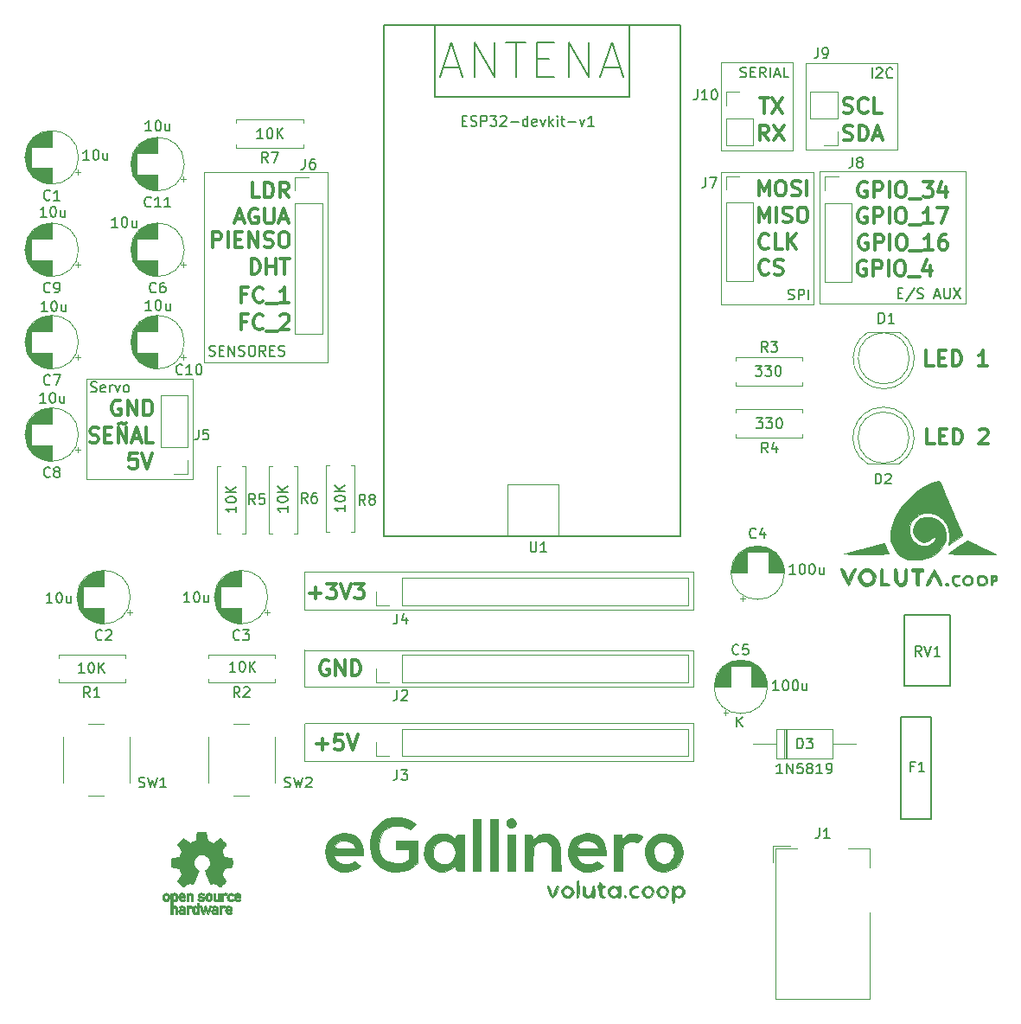
<source format=gto>
G04 #@! TF.GenerationSoftware,KiCad,Pcbnew,5.1.5+dfsg1-2build2*
G04 #@! TF.CreationDate,2021-04-22T17:56:20+02:00*
G04 #@! TF.ProjectId,eGallinero,6547616c-6c69-46e6-9572-6f2e6b696361,rev?*
G04 #@! TF.SameCoordinates,Original*
G04 #@! TF.FileFunction,Legend,Top*
G04 #@! TF.FilePolarity,Positive*
%FSLAX46Y46*%
G04 Gerber Fmt 4.6, Leading zero omitted, Abs format (unit mm)*
G04 Created by KiCad (PCBNEW 5.1.5+dfsg1-2build2) date 2021-04-22 17:56:20*
%MOMM*%
%LPD*%
G04 APERTURE LIST*
%ADD10C,0.300000*%
%ADD11C,0.120000*%
%ADD12C,0.010000*%
%ADD13C,0.150000*%
%ADD14C,0.200000*%
G04 APERTURE END LIST*
D10*
X11061842Y53696300D02*
X10918985Y53767728D01*
X10704700Y53767728D01*
X10490414Y53696300D01*
X10347557Y53553442D01*
X10276128Y53410585D01*
X10204700Y53124871D01*
X10204700Y52910585D01*
X10276128Y52624871D01*
X10347557Y52482014D01*
X10490414Y52339157D01*
X10704700Y52267728D01*
X10847557Y52267728D01*
X11061842Y52339157D01*
X11133271Y52410585D01*
X11133271Y52910585D01*
X10847557Y52910585D01*
X11776128Y52267728D02*
X11776128Y53767728D01*
X12633271Y52267728D01*
X12633271Y53767728D01*
X13347557Y52267728D02*
X13347557Y53767728D01*
X13704700Y53767728D01*
X13918985Y53696300D01*
X14061842Y53553442D01*
X14133271Y53410585D01*
X14204700Y53124871D01*
X14204700Y52910585D01*
X14133271Y52624871D01*
X14061842Y52482014D01*
X13918985Y52339157D01*
X13704700Y52267728D01*
X13347557Y52267728D01*
X8074404Y49692395D02*
X8281547Y49623347D01*
X8626785Y49623347D01*
X8764880Y49692395D01*
X8833928Y49761442D01*
X8902976Y49899538D01*
X8902976Y50037633D01*
X8833928Y50175728D01*
X8764880Y50244776D01*
X8626785Y50313823D01*
X8350595Y50382871D01*
X8212500Y50451919D01*
X8143452Y50520966D01*
X8074404Y50659061D01*
X8074404Y50797157D01*
X8143452Y50935252D01*
X8212500Y51004300D01*
X8350595Y51073347D01*
X8695833Y51073347D01*
X8902976Y51004300D01*
X9524404Y50382871D02*
X10007738Y50382871D01*
X10214880Y49623347D02*
X9524404Y49623347D01*
X9524404Y51073347D01*
X10214880Y51073347D01*
X10836309Y49623347D02*
X10836309Y51073347D01*
X11664880Y49623347D01*
X11664880Y51073347D01*
X10905357Y51418585D02*
X10974404Y51487633D01*
X11112500Y51556680D01*
X11388690Y51418585D01*
X11526785Y51487633D01*
X11595833Y51556680D01*
X12286309Y50037633D02*
X12976785Y50037633D01*
X12148214Y49623347D02*
X12631547Y51073347D01*
X13114880Y49623347D01*
X14288690Y49623347D02*
X13598214Y49623347D01*
X13598214Y51073347D01*
X12693685Y48586128D02*
X11979400Y48586128D01*
X11907971Y47871842D01*
X11979400Y47943271D01*
X12122257Y48014700D01*
X12479400Y48014700D01*
X12622257Y47943271D01*
X12693685Y47871842D01*
X12765114Y47728985D01*
X12765114Y47371842D01*
X12693685Y47228985D01*
X12622257Y47157557D01*
X12479400Y47086128D01*
X12122257Y47086128D01*
X11979400Y47157557D01*
X11907971Y47228985D01*
X13193685Y48586128D02*
X13693685Y47086128D01*
X14193685Y48586128D01*
D11*
X18135600Y55854600D02*
X18135600Y46075600D01*
X7772400Y55854600D02*
X18135600Y55854600D01*
X7772400Y46050200D02*
X7772400Y55854600D01*
X18135600Y46050200D02*
X7772400Y46050200D01*
X67183000Y22148800D02*
X29133800Y22148800D01*
X67183000Y18440400D02*
X67183000Y22148800D01*
X29083000Y18440400D02*
X67183000Y18440400D01*
X29083000Y22072600D02*
X29083000Y18440400D01*
X67183000Y29286200D02*
X29108400Y29286200D01*
X67183000Y25730200D02*
X67183000Y29286200D01*
X29108400Y25730200D02*
X67183000Y25730200D01*
X29108400Y29311600D02*
X29108400Y25730200D01*
X29108400Y33223200D02*
X29108400Y36982400D01*
X67157600Y33223200D02*
X29108400Y33223200D01*
X67157600Y36982400D02*
X67157600Y33223200D01*
X29184600Y36982400D02*
X67157600Y36982400D01*
X31343600Y57429400D02*
X31343600Y76073000D01*
X19253200Y57429400D02*
X31318200Y57429400D01*
X19278600Y76098400D02*
X19278600Y57429400D01*
X31292800Y76098400D02*
X19278600Y76098400D01*
X69875400Y63169800D02*
X69875400Y76123800D01*
X78968600Y63169800D02*
X69875400Y63169800D01*
X78968600Y76123800D02*
X78968600Y63169800D01*
X69900800Y76123800D02*
X78968600Y76123800D01*
X79552800Y63220600D02*
X79552800Y76200000D01*
X93802200Y63220600D02*
X79552800Y63220600D01*
X93802200Y76200000D02*
X93802200Y63220600D01*
X79578200Y76200000D02*
X93802200Y76200000D01*
X78155800Y86791800D02*
X78155800Y78308200D01*
X87122000Y86791800D02*
X78155800Y86791800D01*
X87122000Y78257400D02*
X87122000Y86791800D01*
X78155800Y78257400D02*
X87122000Y78257400D01*
X69875400Y86817200D02*
X69875400Y78232000D01*
X76911200Y86817200D02*
X69875400Y86817200D01*
X76911200Y78206600D02*
X76911200Y86817200D01*
X69900800Y78206600D02*
X76911200Y78206600D01*
X48996600Y45516800D02*
X48996600Y40513000D01*
X54000400Y45516800D02*
X48996600Y45516800D01*
X54000400Y40462200D02*
X54000400Y45516800D01*
D10*
X74527600Y66190085D02*
X74456171Y66118657D01*
X74241885Y66047228D01*
X74099028Y66047228D01*
X73884742Y66118657D01*
X73741885Y66261514D01*
X73670457Y66404371D01*
X73599028Y66690085D01*
X73599028Y66904371D01*
X73670457Y67190085D01*
X73741885Y67332942D01*
X73884742Y67475800D01*
X74099028Y67547228D01*
X74241885Y67547228D01*
X74456171Y67475800D01*
X74527600Y67404371D01*
X75099028Y66118657D02*
X75313314Y66047228D01*
X75670457Y66047228D01*
X75813314Y66118657D01*
X75884742Y66190085D01*
X75956171Y66332942D01*
X75956171Y66475800D01*
X75884742Y66618657D01*
X75813314Y66690085D01*
X75670457Y66761514D01*
X75384742Y66832942D01*
X75241885Y66904371D01*
X75170457Y66975800D01*
X75099028Y67118657D01*
X75099028Y67261514D01*
X75170457Y67404371D01*
X75241885Y67475800D01*
X75384742Y67547228D01*
X75741885Y67547228D01*
X75956171Y67475800D01*
X74545142Y68679285D02*
X74473714Y68607857D01*
X74259428Y68536428D01*
X74116571Y68536428D01*
X73902285Y68607857D01*
X73759428Y68750714D01*
X73688000Y68893571D01*
X73616571Y69179285D01*
X73616571Y69393571D01*
X73688000Y69679285D01*
X73759428Y69822142D01*
X73902285Y69965000D01*
X74116571Y70036428D01*
X74259428Y70036428D01*
X74473714Y69965000D01*
X74545142Y69893571D01*
X75902285Y68536428D02*
X75188000Y68536428D01*
X75188000Y70036428D01*
X76402285Y68536428D02*
X76402285Y70036428D01*
X77259428Y68536428D02*
X76616571Y69393571D01*
X77259428Y70036428D02*
X76402285Y69179285D01*
X73588857Y71152628D02*
X73588857Y72652628D01*
X74088857Y71581200D01*
X74588857Y72652628D01*
X74588857Y71152628D01*
X75303142Y71152628D02*
X75303142Y72652628D01*
X75946000Y71224057D02*
X76160285Y71152628D01*
X76517428Y71152628D01*
X76660285Y71224057D01*
X76731714Y71295485D01*
X76803142Y71438342D01*
X76803142Y71581200D01*
X76731714Y71724057D01*
X76660285Y71795485D01*
X76517428Y71866914D01*
X76231714Y71938342D01*
X76088857Y72009771D01*
X76017428Y72081200D01*
X75946000Y72224057D01*
X75946000Y72366914D01*
X76017428Y72509771D01*
X76088857Y72581200D01*
X76231714Y72652628D01*
X76588857Y72652628D01*
X76803142Y72581200D01*
X77731714Y72652628D02*
X78017428Y72652628D01*
X78160285Y72581200D01*
X78303142Y72438342D01*
X78374571Y72152628D01*
X78374571Y71652628D01*
X78303142Y71366914D01*
X78160285Y71224057D01*
X78017428Y71152628D01*
X77731714Y71152628D01*
X77588857Y71224057D01*
X77446000Y71366914D01*
X77374571Y71652628D01*
X77374571Y72152628D01*
X77446000Y72438342D01*
X77588857Y72581200D01*
X77731714Y72652628D01*
X23375371Y61448142D02*
X22875371Y61448142D01*
X22875371Y60662428D02*
X22875371Y62162428D01*
X23589657Y62162428D01*
X25018228Y60805285D02*
X24946800Y60733857D01*
X24732514Y60662428D01*
X24589657Y60662428D01*
X24375371Y60733857D01*
X24232514Y60876714D01*
X24161085Y61019571D01*
X24089657Y61305285D01*
X24089657Y61519571D01*
X24161085Y61805285D01*
X24232514Y61948142D01*
X24375371Y62091000D01*
X24589657Y62162428D01*
X24732514Y62162428D01*
X24946800Y62091000D01*
X25018228Y62019571D01*
X25303942Y60519571D02*
X26446800Y60519571D01*
X26732514Y62019571D02*
X26803942Y62091000D01*
X26946800Y62162428D01*
X27303942Y62162428D01*
X27446800Y62091000D01*
X27518228Y62019571D01*
X27589657Y61876714D01*
X27589657Y61733857D01*
X27518228Y61519571D01*
X26661085Y60662428D01*
X27589657Y60662428D01*
X23375371Y64115142D02*
X22875371Y64115142D01*
X22875371Y63329428D02*
X22875371Y64829428D01*
X23589657Y64829428D01*
X25018228Y63472285D02*
X24946800Y63400857D01*
X24732514Y63329428D01*
X24589657Y63329428D01*
X24375371Y63400857D01*
X24232514Y63543714D01*
X24161085Y63686571D01*
X24089657Y63972285D01*
X24089657Y64186571D01*
X24161085Y64472285D01*
X24232514Y64615142D01*
X24375371Y64758000D01*
X24589657Y64829428D01*
X24732514Y64829428D01*
X24946800Y64758000D01*
X25018228Y64686571D01*
X25303942Y63186571D02*
X26446800Y63186571D01*
X27589657Y63329428D02*
X26732514Y63329428D01*
X27161085Y63329428D02*
X27161085Y64829428D01*
X27018228Y64615142D01*
X26875371Y64472285D01*
X26732514Y64400857D01*
X23878600Y66098028D02*
X23878600Y67598028D01*
X24235742Y67598028D01*
X24450028Y67526600D01*
X24592885Y67383742D01*
X24664314Y67240885D01*
X24735742Y66955171D01*
X24735742Y66740885D01*
X24664314Y66455171D01*
X24592885Y66312314D01*
X24450028Y66169457D01*
X24235742Y66098028D01*
X23878600Y66098028D01*
X25378600Y66098028D02*
X25378600Y67598028D01*
X25378600Y66883742D02*
X26235742Y66883742D01*
X26235742Y66098028D02*
X26235742Y67598028D01*
X26735742Y67598028D02*
X27592885Y67598028D01*
X27164314Y66098028D02*
X27164314Y67598028D01*
X20085514Y68739628D02*
X20085514Y70239628D01*
X20656942Y70239628D01*
X20799800Y70168200D01*
X20871228Y70096771D01*
X20942657Y69953914D01*
X20942657Y69739628D01*
X20871228Y69596771D01*
X20799800Y69525342D01*
X20656942Y69453914D01*
X20085514Y69453914D01*
X21585514Y68739628D02*
X21585514Y70239628D01*
X22299800Y69525342D02*
X22799800Y69525342D01*
X23014085Y68739628D02*
X22299800Y68739628D01*
X22299800Y70239628D01*
X23014085Y70239628D01*
X23656942Y68739628D02*
X23656942Y70239628D01*
X24514085Y68739628D01*
X24514085Y70239628D01*
X25156942Y68811057D02*
X25371228Y68739628D01*
X25728371Y68739628D01*
X25871228Y68811057D01*
X25942657Y68882485D01*
X26014085Y69025342D01*
X26014085Y69168200D01*
X25942657Y69311057D01*
X25871228Y69382485D01*
X25728371Y69453914D01*
X25442657Y69525342D01*
X25299800Y69596771D01*
X25228371Y69668200D01*
X25156942Y69811057D01*
X25156942Y69953914D01*
X25228371Y70096771D01*
X25299800Y70168200D01*
X25442657Y70239628D01*
X25799800Y70239628D01*
X26014085Y70168200D01*
X26942657Y70239628D02*
X27228371Y70239628D01*
X27371228Y70168200D01*
X27514085Y70025342D01*
X27585514Y69739628D01*
X27585514Y69239628D01*
X27514085Y68953914D01*
X27371228Y68811057D01*
X27228371Y68739628D01*
X26942657Y68739628D01*
X26799800Y68811057D01*
X26656942Y68953914D01*
X26585514Y69239628D01*
X26585514Y69739628D01*
X26656942Y70025342D01*
X26799800Y70168200D01*
X26942657Y70239628D01*
X22356285Y71479600D02*
X23070571Y71479600D01*
X22213428Y71051028D02*
X22713428Y72551028D01*
X23213428Y71051028D01*
X24499142Y72479600D02*
X24356285Y72551028D01*
X24142000Y72551028D01*
X23927714Y72479600D01*
X23784857Y72336742D01*
X23713428Y72193885D01*
X23642000Y71908171D01*
X23642000Y71693885D01*
X23713428Y71408171D01*
X23784857Y71265314D01*
X23927714Y71122457D01*
X24142000Y71051028D01*
X24284857Y71051028D01*
X24499142Y71122457D01*
X24570571Y71193885D01*
X24570571Y71693885D01*
X24284857Y71693885D01*
X25213428Y72551028D02*
X25213428Y71336742D01*
X25284857Y71193885D01*
X25356285Y71122457D01*
X25499142Y71051028D01*
X25784857Y71051028D01*
X25927714Y71122457D01*
X25999142Y71193885D01*
X26070571Y71336742D01*
X26070571Y72551028D01*
X26713428Y71479600D02*
X27427714Y71479600D01*
X26570571Y71051028D02*
X27070571Y72551028D01*
X27570571Y71051028D01*
X24694485Y73591028D02*
X23980200Y73591028D01*
X23980200Y75091028D01*
X25194485Y73591028D02*
X25194485Y75091028D01*
X25551628Y75091028D01*
X25765914Y75019600D01*
X25908771Y74876742D01*
X25980200Y74733885D01*
X26051628Y74448171D01*
X26051628Y74233885D01*
X25980200Y73948171D01*
X25908771Y73805314D01*
X25765914Y73662457D01*
X25551628Y73591028D01*
X25194485Y73591028D01*
X27551628Y73591028D02*
X27051628Y74305314D01*
X26694485Y73591028D02*
X26694485Y75091028D01*
X27265914Y75091028D01*
X27408771Y75019600D01*
X27480200Y74948171D01*
X27551628Y74805314D01*
X27551628Y74591028D01*
X27480200Y74448171D01*
X27408771Y74376742D01*
X27265914Y74305314D01*
X26694485Y74305314D01*
X84155400Y75045000D02*
X84012542Y75116428D01*
X83798257Y75116428D01*
X83583971Y75045000D01*
X83441114Y74902142D01*
X83369685Y74759285D01*
X83298257Y74473571D01*
X83298257Y74259285D01*
X83369685Y73973571D01*
X83441114Y73830714D01*
X83583971Y73687857D01*
X83798257Y73616428D01*
X83941114Y73616428D01*
X84155400Y73687857D01*
X84226828Y73759285D01*
X84226828Y74259285D01*
X83941114Y74259285D01*
X84869685Y73616428D02*
X84869685Y75116428D01*
X85441114Y75116428D01*
X85583971Y75045000D01*
X85655400Y74973571D01*
X85726828Y74830714D01*
X85726828Y74616428D01*
X85655400Y74473571D01*
X85583971Y74402142D01*
X85441114Y74330714D01*
X84869685Y74330714D01*
X86369685Y73616428D02*
X86369685Y75116428D01*
X87369685Y75116428D02*
X87655400Y75116428D01*
X87798257Y75045000D01*
X87941114Y74902142D01*
X88012542Y74616428D01*
X88012542Y74116428D01*
X87941114Y73830714D01*
X87798257Y73687857D01*
X87655400Y73616428D01*
X87369685Y73616428D01*
X87226828Y73687857D01*
X87083971Y73830714D01*
X87012542Y74116428D01*
X87012542Y74616428D01*
X87083971Y74902142D01*
X87226828Y75045000D01*
X87369685Y75116428D01*
X88298257Y73473571D02*
X89441114Y73473571D01*
X89655400Y75116428D02*
X90583971Y75116428D01*
X90083971Y74545000D01*
X90298257Y74545000D01*
X90441114Y74473571D01*
X90512542Y74402142D01*
X90583971Y74259285D01*
X90583971Y73902142D01*
X90512542Y73759285D01*
X90441114Y73687857D01*
X90298257Y73616428D01*
X89869685Y73616428D01*
X89726828Y73687857D01*
X89655400Y73759285D01*
X91869685Y74616428D02*
X91869685Y73616428D01*
X91512542Y75187857D02*
X91155400Y74116428D01*
X92083971Y74116428D01*
X84155400Y72505000D02*
X84012542Y72576428D01*
X83798257Y72576428D01*
X83583971Y72505000D01*
X83441114Y72362142D01*
X83369685Y72219285D01*
X83298257Y71933571D01*
X83298257Y71719285D01*
X83369685Y71433571D01*
X83441114Y71290714D01*
X83583971Y71147857D01*
X83798257Y71076428D01*
X83941114Y71076428D01*
X84155400Y71147857D01*
X84226828Y71219285D01*
X84226828Y71719285D01*
X83941114Y71719285D01*
X84869685Y71076428D02*
X84869685Y72576428D01*
X85441114Y72576428D01*
X85583971Y72505000D01*
X85655400Y72433571D01*
X85726828Y72290714D01*
X85726828Y72076428D01*
X85655400Y71933571D01*
X85583971Y71862142D01*
X85441114Y71790714D01*
X84869685Y71790714D01*
X86369685Y71076428D02*
X86369685Y72576428D01*
X87369685Y72576428D02*
X87655400Y72576428D01*
X87798257Y72505000D01*
X87941114Y72362142D01*
X88012542Y72076428D01*
X88012542Y71576428D01*
X87941114Y71290714D01*
X87798257Y71147857D01*
X87655400Y71076428D01*
X87369685Y71076428D01*
X87226828Y71147857D01*
X87083971Y71290714D01*
X87012542Y71576428D01*
X87012542Y72076428D01*
X87083971Y72362142D01*
X87226828Y72505000D01*
X87369685Y72576428D01*
X88298257Y70933571D02*
X89441114Y70933571D01*
X90583971Y71076428D02*
X89726828Y71076428D01*
X90155400Y71076428D02*
X90155400Y72576428D01*
X90012542Y72362142D01*
X89869685Y72219285D01*
X89726828Y72147857D01*
X91083971Y72576428D02*
X92083971Y72576428D01*
X91441114Y71076428D01*
X84218057Y69914200D02*
X84075200Y69985628D01*
X83860914Y69985628D01*
X83646628Y69914200D01*
X83503771Y69771342D01*
X83432342Y69628485D01*
X83360914Y69342771D01*
X83360914Y69128485D01*
X83432342Y68842771D01*
X83503771Y68699914D01*
X83646628Y68557057D01*
X83860914Y68485628D01*
X84003771Y68485628D01*
X84218057Y68557057D01*
X84289485Y68628485D01*
X84289485Y69128485D01*
X84003771Y69128485D01*
X84932342Y68485628D02*
X84932342Y69985628D01*
X85503771Y69985628D01*
X85646628Y69914200D01*
X85718057Y69842771D01*
X85789485Y69699914D01*
X85789485Y69485628D01*
X85718057Y69342771D01*
X85646628Y69271342D01*
X85503771Y69199914D01*
X84932342Y69199914D01*
X86432342Y68485628D02*
X86432342Y69985628D01*
X87432342Y69985628D02*
X87718057Y69985628D01*
X87860914Y69914200D01*
X88003771Y69771342D01*
X88075200Y69485628D01*
X88075200Y68985628D01*
X88003771Y68699914D01*
X87860914Y68557057D01*
X87718057Y68485628D01*
X87432342Y68485628D01*
X87289485Y68557057D01*
X87146628Y68699914D01*
X87075200Y68985628D01*
X87075200Y69485628D01*
X87146628Y69771342D01*
X87289485Y69914200D01*
X87432342Y69985628D01*
X88360914Y68342771D02*
X89503771Y68342771D01*
X90646628Y68485628D02*
X89789485Y68485628D01*
X90218057Y68485628D02*
X90218057Y69985628D01*
X90075200Y69771342D01*
X89932342Y69628485D01*
X89789485Y69557057D01*
X91932342Y69985628D02*
X91646628Y69985628D01*
X91503771Y69914200D01*
X91432342Y69842771D01*
X91289485Y69628485D01*
X91218057Y69342771D01*
X91218057Y68771342D01*
X91289485Y68628485D01*
X91360914Y68557057D01*
X91503771Y68485628D01*
X91789485Y68485628D01*
X91932342Y68557057D01*
X92003771Y68628485D01*
X92075200Y68771342D01*
X92075200Y69128485D01*
X92003771Y69271342D01*
X91932342Y69342771D01*
X91789485Y69414200D01*
X91503771Y69414200D01*
X91360914Y69342771D01*
X91289485Y69271342D01*
X91218057Y69128485D01*
X84073514Y67374200D02*
X83930657Y67445628D01*
X83716371Y67445628D01*
X83502085Y67374200D01*
X83359228Y67231342D01*
X83287800Y67088485D01*
X83216371Y66802771D01*
X83216371Y66588485D01*
X83287800Y66302771D01*
X83359228Y66159914D01*
X83502085Y66017057D01*
X83716371Y65945628D01*
X83859228Y65945628D01*
X84073514Y66017057D01*
X84144942Y66088485D01*
X84144942Y66588485D01*
X83859228Y66588485D01*
X84787800Y65945628D02*
X84787800Y67445628D01*
X85359228Y67445628D01*
X85502085Y67374200D01*
X85573514Y67302771D01*
X85644942Y67159914D01*
X85644942Y66945628D01*
X85573514Y66802771D01*
X85502085Y66731342D01*
X85359228Y66659914D01*
X84787800Y66659914D01*
X86287800Y65945628D02*
X86287800Y67445628D01*
X87287800Y67445628D02*
X87573514Y67445628D01*
X87716371Y67374200D01*
X87859228Y67231342D01*
X87930657Y66945628D01*
X87930657Y66445628D01*
X87859228Y66159914D01*
X87716371Y66017057D01*
X87573514Y65945628D01*
X87287800Y65945628D01*
X87144942Y66017057D01*
X87002085Y66159914D01*
X86930657Y66445628D01*
X86930657Y66945628D01*
X87002085Y67231342D01*
X87144942Y67374200D01*
X87287800Y67445628D01*
X88216371Y65802771D02*
X89359228Y65802771D01*
X90359228Y66945628D02*
X90359228Y65945628D01*
X90002085Y67517057D02*
X89644942Y66445628D01*
X90573514Y66445628D01*
X73588857Y73768828D02*
X73588857Y75268828D01*
X74088857Y74197400D01*
X74588857Y75268828D01*
X74588857Y73768828D01*
X75588857Y75268828D02*
X75874571Y75268828D01*
X76017428Y75197400D01*
X76160285Y75054542D01*
X76231714Y74768828D01*
X76231714Y74268828D01*
X76160285Y73983114D01*
X76017428Y73840257D01*
X75874571Y73768828D01*
X75588857Y73768828D01*
X75446000Y73840257D01*
X75303142Y73983114D01*
X75231714Y74268828D01*
X75231714Y74768828D01*
X75303142Y75054542D01*
X75446000Y75197400D01*
X75588857Y75268828D01*
X76803142Y73840257D02*
X77017428Y73768828D01*
X77374571Y73768828D01*
X77517428Y73840257D01*
X77588857Y73911685D01*
X77660285Y74054542D01*
X77660285Y74197400D01*
X77588857Y74340257D01*
X77517428Y74411685D01*
X77374571Y74483114D01*
X77088857Y74554542D01*
X76946000Y74625971D01*
X76874571Y74697400D01*
X76803142Y74840257D01*
X76803142Y74983114D01*
X76874571Y75125971D01*
X76946000Y75197400D01*
X77088857Y75268828D01*
X77446000Y75268828D01*
X77660285Y75197400D01*
X78303142Y73768828D02*
X78303142Y75268828D01*
X81896971Y79250457D02*
X82111257Y79179028D01*
X82468400Y79179028D01*
X82611257Y79250457D01*
X82682685Y79321885D01*
X82754114Y79464742D01*
X82754114Y79607600D01*
X82682685Y79750457D01*
X82611257Y79821885D01*
X82468400Y79893314D01*
X82182685Y79964742D01*
X82039828Y80036171D01*
X81968400Y80107600D01*
X81896971Y80250457D01*
X81896971Y80393314D01*
X81968400Y80536171D01*
X82039828Y80607600D01*
X82182685Y80679028D01*
X82539828Y80679028D01*
X82754114Y80607600D01*
X83396971Y79179028D02*
X83396971Y80679028D01*
X83754114Y80679028D01*
X83968400Y80607600D01*
X84111257Y80464742D01*
X84182685Y80321885D01*
X84254114Y80036171D01*
X84254114Y79821885D01*
X84182685Y79536171D01*
X84111257Y79393314D01*
X83968400Y79250457D01*
X83754114Y79179028D01*
X83396971Y79179028D01*
X84825542Y79607600D02*
X85539828Y79607600D01*
X84682685Y79179028D02*
X85182685Y80679028D01*
X85682685Y79179028D01*
X81881885Y81942857D02*
X82096171Y81871428D01*
X82453314Y81871428D01*
X82596171Y81942857D01*
X82667600Y82014285D01*
X82739028Y82157142D01*
X82739028Y82300000D01*
X82667600Y82442857D01*
X82596171Y82514285D01*
X82453314Y82585714D01*
X82167600Y82657142D01*
X82024742Y82728571D01*
X81953314Y82800000D01*
X81881885Y82942857D01*
X81881885Y83085714D01*
X81953314Y83228571D01*
X82024742Y83300000D01*
X82167600Y83371428D01*
X82524742Y83371428D01*
X82739028Y83300000D01*
X84239028Y82014285D02*
X84167600Y81942857D01*
X83953314Y81871428D01*
X83810457Y81871428D01*
X83596171Y81942857D01*
X83453314Y82085714D01*
X83381885Y82228571D01*
X83310457Y82514285D01*
X83310457Y82728571D01*
X83381885Y83014285D01*
X83453314Y83157142D01*
X83596171Y83300000D01*
X83810457Y83371428D01*
X83953314Y83371428D01*
X84167600Y83300000D01*
X84239028Y83228571D01*
X85596171Y81871428D02*
X84881885Y81871428D01*
X84881885Y83371428D01*
X74527600Y79179028D02*
X74027600Y79893314D01*
X73670457Y79179028D02*
X73670457Y80679028D01*
X74241885Y80679028D01*
X74384742Y80607600D01*
X74456171Y80536171D01*
X74527600Y80393314D01*
X74527600Y80179028D01*
X74456171Y80036171D01*
X74384742Y79964742D01*
X74241885Y79893314D01*
X73670457Y79893314D01*
X75027600Y80679028D02*
X76027600Y79179028D01*
X76027600Y80679028D02*
X75027600Y79179028D01*
X73660142Y83371428D02*
X74517285Y83371428D01*
X74088714Y81871428D02*
X74088714Y83371428D01*
X74874428Y83371428D02*
X75874428Y81871428D01*
X75874428Y83371428D02*
X74874428Y81871428D01*
D12*
G36*
X19512864Y11056324D02*
G01*
X19588413Y10655578D01*
X20145941Y10425746D01*
X20480365Y10653152D01*
X20574022Y10716469D01*
X20658682Y10773004D01*
X20730395Y10820173D01*
X20785211Y10855398D01*
X20819180Y10876095D01*
X20828430Y10880558D01*
X20845095Y10869080D01*
X20880706Y10837349D01*
X20931271Y10789417D01*
X20992800Y10729338D01*
X21061299Y10661167D01*
X21132779Y10588955D01*
X21203247Y10516758D01*
X21268711Y10448627D01*
X21325180Y10388617D01*
X21368663Y10340781D01*
X21395168Y10309173D01*
X21401505Y10298595D01*
X21392386Y10279094D01*
X21366820Y10236369D01*
X21327497Y10174602D01*
X21277103Y10097969D01*
X21218327Y10010652D01*
X21184268Y9960848D01*
X21122189Y9869907D01*
X21067026Y9787841D01*
X21021454Y9718737D01*
X20988150Y9666678D01*
X20969790Y9635750D01*
X20967031Y9629250D01*
X20973285Y9610779D01*
X20990334Y9567728D01*
X21015603Y9506151D01*
X21046522Y9432101D01*
X21080518Y9351630D01*
X21115018Y9270793D01*
X21147451Y9195642D01*
X21175243Y9132229D01*
X21195823Y9086607D01*
X21206619Y9064831D01*
X21207256Y9063974D01*
X21224207Y9059816D01*
X21269351Y9050539D01*
X21338010Y9037056D01*
X21425502Y9020279D01*
X21527150Y9001119D01*
X21586456Y8990070D01*
X21695072Y8969390D01*
X21793177Y8949711D01*
X21875809Y8932111D01*
X21938004Y8917667D01*
X21974799Y8907454D01*
X21982196Y8904214D01*
X21989440Y8882283D01*
X21995285Y8832753D01*
X21999735Y8761415D01*
X22002793Y8674061D01*
X22004465Y8576483D01*
X22004753Y8474474D01*
X22003661Y8373825D01*
X22001194Y8280328D01*
X21997356Y8199775D01*
X21992150Y8137958D01*
X21985581Y8100670D01*
X21981641Y8092907D01*
X21958088Y8083602D01*
X21908182Y8070300D01*
X21838523Y8054563D01*
X21755713Y8037954D01*
X21726805Y8032581D01*
X21587431Y8007052D01*
X21477336Y7986492D01*
X21392882Y7970085D01*
X21330430Y7957013D01*
X21286344Y7946459D01*
X21256985Y7937606D01*
X21238715Y7929637D01*
X21227898Y7921735D01*
X21226385Y7920173D01*
X21211277Y7895014D01*
X21188229Y7846050D01*
X21159544Y7779279D01*
X21127522Y7700695D01*
X21094465Y7616293D01*
X21062673Y7532070D01*
X21034449Y7454021D01*
X21012093Y7388141D01*
X20997907Y7340427D01*
X20994193Y7316873D01*
X20994502Y7316048D01*
X21007089Y7296796D01*
X21035644Y7254437D01*
X21077167Y7193379D01*
X21128656Y7118032D01*
X21187111Y7032804D01*
X21203758Y7008585D01*
X21263115Y6920777D01*
X21315347Y6840662D01*
X21357608Y6772838D01*
X21387053Y6721907D01*
X21400837Y6692469D01*
X21401505Y6688852D01*
X21389924Y6669843D01*
X21357924Y6632186D01*
X21309618Y6579927D01*
X21249120Y6517114D01*
X21180544Y6447794D01*
X21108004Y6376015D01*
X21035612Y6305823D01*
X20967484Y6241265D01*
X20907732Y6186390D01*
X20860471Y6145244D01*
X20829813Y6121874D01*
X20821332Y6118058D01*
X20801591Y6127045D01*
X20761174Y6151284D01*
X20706663Y6186691D01*
X20664723Y6215189D01*
X20588729Y6267482D01*
X20498734Y6329055D01*
X20408464Y6390530D01*
X20359932Y6423431D01*
X20195662Y6534541D01*
X20057769Y6459984D01*
X19994949Y6427322D01*
X19941529Y6401934D01*
X19905384Y6387454D01*
X19896184Y6385440D01*
X19885121Y6400316D01*
X19863294Y6442353D01*
X19832334Y6507673D01*
X19793870Y6592400D01*
X19749532Y6692655D01*
X19700947Y6804561D01*
X19649746Y6924241D01*
X19597559Y7047816D01*
X19546013Y7171409D01*
X19496740Y7291143D01*
X19451367Y7403141D01*
X19411525Y7503523D01*
X19378842Y7588414D01*
X19354949Y7653935D01*
X19341474Y7696210D01*
X19339306Y7710728D01*
X19356483Y7729247D01*
X19394090Y7759310D01*
X19444266Y7794668D01*
X19448478Y7797466D01*
X19578164Y7901275D01*
X19682734Y8022385D01*
X19761281Y8156924D01*
X19812899Y8301018D01*
X19836682Y8450795D01*
X19831723Y8602383D01*
X19797117Y8751908D01*
X19731957Y8895500D01*
X19712786Y8926916D01*
X19613074Y9053775D01*
X19495277Y9155645D01*
X19363471Y9231996D01*
X19221733Y9282298D01*
X19074142Y9306021D01*
X18924773Y9302635D01*
X18777703Y9271612D01*
X18637011Y9212420D01*
X18506773Y9124531D01*
X18466486Y9088858D01*
X18363955Y8977194D01*
X18289241Y8859643D01*
X18237990Y8727880D01*
X18209446Y8597393D01*
X18202400Y8450684D01*
X18225896Y8303247D01*
X18277549Y8160066D01*
X18354971Y8026123D01*
X18455775Y7906402D01*
X18577576Y7805886D01*
X18593584Y7795291D01*
X18644298Y7760594D01*
X18682850Y7730530D01*
X18701281Y7711335D01*
X18701549Y7710728D01*
X18697592Y7689964D01*
X18681907Y7642838D01*
X18656122Y7573227D01*
X18621869Y7485007D01*
X18580777Y7382056D01*
X18534476Y7268250D01*
X18484596Y7147465D01*
X18432767Y7023579D01*
X18380619Y6900468D01*
X18329782Y6782009D01*
X18281887Y6672077D01*
X18238562Y6574551D01*
X18201438Y6493307D01*
X18172144Y6432221D01*
X18152312Y6395170D01*
X18144326Y6385440D01*
X18119921Y6393017D01*
X18074258Y6413340D01*
X18015210Y6442775D01*
X17982740Y6459984D01*
X17844847Y6534541D01*
X17680577Y6423431D01*
X17596721Y6366510D01*
X17504913Y6303870D01*
X17418880Y6244889D01*
X17375787Y6215189D01*
X17315177Y6174490D01*
X17263855Y6142237D01*
X17228515Y6122516D01*
X17217037Y6118346D01*
X17200330Y6129593D01*
X17163354Y6160989D01*
X17109695Y6209276D01*
X17042938Y6271192D01*
X16966666Y6343479D01*
X16918427Y6389892D01*
X16834033Y6472813D01*
X16761097Y6546980D01*
X16702569Y6609220D01*
X16661397Y6656359D01*
X16640528Y6685227D01*
X16638526Y6691085D01*
X16647817Y6713368D01*
X16673491Y6758423D01*
X16712700Y6821689D01*
X16762597Y6898605D01*
X16820333Y6984608D01*
X16836751Y7008585D01*
X16896577Y7095730D01*
X16950250Y7174190D01*
X16994770Y7239555D01*
X17027135Y7287416D01*
X17044345Y7313365D01*
X17046007Y7316048D01*
X17043521Y7336728D01*
X17030323Y7382196D01*
X17008714Y7446456D01*
X16980996Y7523513D01*
X16949470Y7607371D01*
X16916437Y7692034D01*
X16884199Y7771508D01*
X16855057Y7839796D01*
X16831312Y7890903D01*
X16815265Y7918833D01*
X16814125Y7920173D01*
X16804312Y7928155D01*
X16787739Y7936049D01*
X16760768Y7944671D01*
X16719761Y7954838D01*
X16661080Y7967369D01*
X16581087Y7983079D01*
X16476145Y8002787D01*
X16342615Y8027308D01*
X16313704Y8032581D01*
X16228018Y8049136D01*
X16153318Y8065331D01*
X16096206Y8079604D01*
X16063283Y8090392D01*
X16058869Y8092907D01*
X16051594Y8115204D01*
X16045681Y8165031D01*
X16041134Y8236596D01*
X16037955Y8324107D01*
X16036151Y8421772D01*
X16035723Y8523799D01*
X16036677Y8624397D01*
X16039016Y8717773D01*
X16042744Y8798135D01*
X16047866Y8859691D01*
X16054384Y8896650D01*
X16058314Y8904214D01*
X16080192Y8911844D01*
X16130009Y8924258D01*
X16202803Y8940378D01*
X16293611Y8959127D01*
X16397469Y8979429D01*
X16454054Y8990070D01*
X16561414Y9010140D01*
X16657154Y9028320D01*
X16736594Y9043701D01*
X16795054Y9055369D01*
X16827855Y9062412D01*
X16833254Y9063974D01*
X16842378Y9081578D01*
X16861665Y9123982D01*
X16888545Y9185128D01*
X16920446Y9258957D01*
X16954798Y9339411D01*
X16989029Y9420432D01*
X17020569Y9495963D01*
X17046846Y9559945D01*
X17065289Y9606320D01*
X17073329Y9629031D01*
X17073478Y9630024D01*
X17064365Y9647939D01*
X17038814Y9689167D01*
X16999512Y9749609D01*
X16949143Y9825169D01*
X16890394Y9911748D01*
X16856242Y9961479D01*
X16794010Y10052664D01*
X16738736Y10135451D01*
X16693118Y10205651D01*
X16659852Y10259076D01*
X16641636Y10291539D01*
X16639005Y10298817D01*
X16650314Y10315755D01*
X16681581Y10351922D01*
X16728810Y10403265D01*
X16788008Y10465733D01*
X16855181Y10535274D01*
X16926334Y10607835D01*
X16997474Y10679365D01*
X17064607Y10745813D01*
X17123739Y10803126D01*
X17170875Y10847253D01*
X17202023Y10874141D01*
X17212443Y10880558D01*
X17229409Y10871535D01*
X17269989Y10846185D01*
X17330237Y10807090D01*
X17406207Y10756829D01*
X17493954Y10697983D01*
X17560144Y10653152D01*
X17894568Y10425746D01*
X18173333Y10540662D01*
X18452097Y10655578D01*
X18527646Y11056324D01*
X18603194Y11457071D01*
X19437315Y11457071D01*
X19512864Y11056324D01*
G37*
X19512864Y11056324D02*
X19588413Y10655578D01*
X20145941Y10425746D01*
X20480365Y10653152D01*
X20574022Y10716469D01*
X20658682Y10773004D01*
X20730395Y10820173D01*
X20785211Y10855398D01*
X20819180Y10876095D01*
X20828430Y10880558D01*
X20845095Y10869080D01*
X20880706Y10837349D01*
X20931271Y10789417D01*
X20992800Y10729338D01*
X21061299Y10661167D01*
X21132779Y10588955D01*
X21203247Y10516758D01*
X21268711Y10448627D01*
X21325180Y10388617D01*
X21368663Y10340781D01*
X21395168Y10309173D01*
X21401505Y10298595D01*
X21392386Y10279094D01*
X21366820Y10236369D01*
X21327497Y10174602D01*
X21277103Y10097969D01*
X21218327Y10010652D01*
X21184268Y9960848D01*
X21122189Y9869907D01*
X21067026Y9787841D01*
X21021454Y9718737D01*
X20988150Y9666678D01*
X20969790Y9635750D01*
X20967031Y9629250D01*
X20973285Y9610779D01*
X20990334Y9567728D01*
X21015603Y9506151D01*
X21046522Y9432101D01*
X21080518Y9351630D01*
X21115018Y9270793D01*
X21147451Y9195642D01*
X21175243Y9132229D01*
X21195823Y9086607D01*
X21206619Y9064831D01*
X21207256Y9063974D01*
X21224207Y9059816D01*
X21269351Y9050539D01*
X21338010Y9037056D01*
X21425502Y9020279D01*
X21527150Y9001119D01*
X21586456Y8990070D01*
X21695072Y8969390D01*
X21793177Y8949711D01*
X21875809Y8932111D01*
X21938004Y8917667D01*
X21974799Y8907454D01*
X21982196Y8904214D01*
X21989440Y8882283D01*
X21995285Y8832753D01*
X21999735Y8761415D01*
X22002793Y8674061D01*
X22004465Y8576483D01*
X22004753Y8474474D01*
X22003661Y8373825D01*
X22001194Y8280328D01*
X21997356Y8199775D01*
X21992150Y8137958D01*
X21985581Y8100670D01*
X21981641Y8092907D01*
X21958088Y8083602D01*
X21908182Y8070300D01*
X21838523Y8054563D01*
X21755713Y8037954D01*
X21726805Y8032581D01*
X21587431Y8007052D01*
X21477336Y7986492D01*
X21392882Y7970085D01*
X21330430Y7957013D01*
X21286344Y7946459D01*
X21256985Y7937606D01*
X21238715Y7929637D01*
X21227898Y7921735D01*
X21226385Y7920173D01*
X21211277Y7895014D01*
X21188229Y7846050D01*
X21159544Y7779279D01*
X21127522Y7700695D01*
X21094465Y7616293D01*
X21062673Y7532070D01*
X21034449Y7454021D01*
X21012093Y7388141D01*
X20997907Y7340427D01*
X20994193Y7316873D01*
X20994502Y7316048D01*
X21007089Y7296796D01*
X21035644Y7254437D01*
X21077167Y7193379D01*
X21128656Y7118032D01*
X21187111Y7032804D01*
X21203758Y7008585D01*
X21263115Y6920777D01*
X21315347Y6840662D01*
X21357608Y6772838D01*
X21387053Y6721907D01*
X21400837Y6692469D01*
X21401505Y6688852D01*
X21389924Y6669843D01*
X21357924Y6632186D01*
X21309618Y6579927D01*
X21249120Y6517114D01*
X21180544Y6447794D01*
X21108004Y6376015D01*
X21035612Y6305823D01*
X20967484Y6241265D01*
X20907732Y6186390D01*
X20860471Y6145244D01*
X20829813Y6121874D01*
X20821332Y6118058D01*
X20801591Y6127045D01*
X20761174Y6151284D01*
X20706663Y6186691D01*
X20664723Y6215189D01*
X20588729Y6267482D01*
X20498734Y6329055D01*
X20408464Y6390530D01*
X20359932Y6423431D01*
X20195662Y6534541D01*
X20057769Y6459984D01*
X19994949Y6427322D01*
X19941529Y6401934D01*
X19905384Y6387454D01*
X19896184Y6385440D01*
X19885121Y6400316D01*
X19863294Y6442353D01*
X19832334Y6507673D01*
X19793870Y6592400D01*
X19749532Y6692655D01*
X19700947Y6804561D01*
X19649746Y6924241D01*
X19597559Y7047816D01*
X19546013Y7171409D01*
X19496740Y7291143D01*
X19451367Y7403141D01*
X19411525Y7503523D01*
X19378842Y7588414D01*
X19354949Y7653935D01*
X19341474Y7696210D01*
X19339306Y7710728D01*
X19356483Y7729247D01*
X19394090Y7759310D01*
X19444266Y7794668D01*
X19448478Y7797466D01*
X19578164Y7901275D01*
X19682734Y8022385D01*
X19761281Y8156924D01*
X19812899Y8301018D01*
X19836682Y8450795D01*
X19831723Y8602383D01*
X19797117Y8751908D01*
X19731957Y8895500D01*
X19712786Y8926916D01*
X19613074Y9053775D01*
X19495277Y9155645D01*
X19363471Y9231996D01*
X19221733Y9282298D01*
X19074142Y9306021D01*
X18924773Y9302635D01*
X18777703Y9271612D01*
X18637011Y9212420D01*
X18506773Y9124531D01*
X18466486Y9088858D01*
X18363955Y8977194D01*
X18289241Y8859643D01*
X18237990Y8727880D01*
X18209446Y8597393D01*
X18202400Y8450684D01*
X18225896Y8303247D01*
X18277549Y8160066D01*
X18354971Y8026123D01*
X18455775Y7906402D01*
X18577576Y7805886D01*
X18593584Y7795291D01*
X18644298Y7760594D01*
X18682850Y7730530D01*
X18701281Y7711335D01*
X18701549Y7710728D01*
X18697592Y7689964D01*
X18681907Y7642838D01*
X18656122Y7573227D01*
X18621869Y7485007D01*
X18580777Y7382056D01*
X18534476Y7268250D01*
X18484596Y7147465D01*
X18432767Y7023579D01*
X18380619Y6900468D01*
X18329782Y6782009D01*
X18281887Y6672077D01*
X18238562Y6574551D01*
X18201438Y6493307D01*
X18172144Y6432221D01*
X18152312Y6395170D01*
X18144326Y6385440D01*
X18119921Y6393017D01*
X18074258Y6413340D01*
X18015210Y6442775D01*
X17982740Y6459984D01*
X17844847Y6534541D01*
X17680577Y6423431D01*
X17596721Y6366510D01*
X17504913Y6303870D01*
X17418880Y6244889D01*
X17375787Y6215189D01*
X17315177Y6174490D01*
X17263855Y6142237D01*
X17228515Y6122516D01*
X17217037Y6118346D01*
X17200330Y6129593D01*
X17163354Y6160989D01*
X17109695Y6209276D01*
X17042938Y6271192D01*
X16966666Y6343479D01*
X16918427Y6389892D01*
X16834033Y6472813D01*
X16761097Y6546980D01*
X16702569Y6609220D01*
X16661397Y6656359D01*
X16640528Y6685227D01*
X16638526Y6691085D01*
X16647817Y6713368D01*
X16673491Y6758423D01*
X16712700Y6821689D01*
X16762597Y6898605D01*
X16820333Y6984608D01*
X16836751Y7008585D01*
X16896577Y7095730D01*
X16950250Y7174190D01*
X16994770Y7239555D01*
X17027135Y7287416D01*
X17044345Y7313365D01*
X17046007Y7316048D01*
X17043521Y7336728D01*
X17030323Y7382196D01*
X17008714Y7446456D01*
X16980996Y7523513D01*
X16949470Y7607371D01*
X16916437Y7692034D01*
X16884199Y7771508D01*
X16855057Y7839796D01*
X16831312Y7890903D01*
X16815265Y7918833D01*
X16814125Y7920173D01*
X16804312Y7928155D01*
X16787739Y7936049D01*
X16760768Y7944671D01*
X16719761Y7954838D01*
X16661080Y7967369D01*
X16581087Y7983079D01*
X16476145Y8002787D01*
X16342615Y8027308D01*
X16313704Y8032581D01*
X16228018Y8049136D01*
X16153318Y8065331D01*
X16096206Y8079604D01*
X16063283Y8090392D01*
X16058869Y8092907D01*
X16051594Y8115204D01*
X16045681Y8165031D01*
X16041134Y8236596D01*
X16037955Y8324107D01*
X16036151Y8421772D01*
X16035723Y8523799D01*
X16036677Y8624397D01*
X16039016Y8717773D01*
X16042744Y8798135D01*
X16047866Y8859691D01*
X16054384Y8896650D01*
X16058314Y8904214D01*
X16080192Y8911844D01*
X16130009Y8924258D01*
X16202803Y8940378D01*
X16293611Y8959127D01*
X16397469Y8979429D01*
X16454054Y8990070D01*
X16561414Y9010140D01*
X16657154Y9028320D01*
X16736594Y9043701D01*
X16795054Y9055369D01*
X16827855Y9062412D01*
X16833254Y9063974D01*
X16842378Y9081578D01*
X16861665Y9123982D01*
X16888545Y9185128D01*
X16920446Y9258957D01*
X16954798Y9339411D01*
X16989029Y9420432D01*
X17020569Y9495963D01*
X17046846Y9559945D01*
X17065289Y9606320D01*
X17073329Y9629031D01*
X17073478Y9630024D01*
X17064365Y9647939D01*
X17038814Y9689167D01*
X16999512Y9749609D01*
X16949143Y9825169D01*
X16890394Y9911748D01*
X16856242Y9961479D01*
X16794010Y10052664D01*
X16738736Y10135451D01*
X16693118Y10205651D01*
X16659852Y10259076D01*
X16641636Y10291539D01*
X16639005Y10298817D01*
X16650314Y10315755D01*
X16681581Y10351922D01*
X16728810Y10403265D01*
X16788008Y10465733D01*
X16855181Y10535274D01*
X16926334Y10607835D01*
X16997474Y10679365D01*
X17064607Y10745813D01*
X17123739Y10803126D01*
X17170875Y10847253D01*
X17202023Y10874141D01*
X17212443Y10880558D01*
X17229409Y10871535D01*
X17269989Y10846185D01*
X17330237Y10807090D01*
X17406207Y10756829D01*
X17493954Y10697983D01*
X17560144Y10653152D01*
X17894568Y10425746D01*
X18173333Y10540662D01*
X18452097Y10655578D01*
X18527646Y11056324D01*
X18603194Y11457071D01*
X19437315Y11457071D01*
X19512864Y11056324D01*
G36*
X21403288Y5517255D02*
G01*
X21460765Y5499694D01*
X21497772Y5477505D01*
X21509827Y5459958D01*
X21506509Y5439158D01*
X21484979Y5406481D01*
X21466774Y5383338D01*
X21429244Y5341498D01*
X21401048Y5323895D01*
X21377011Y5325044D01*
X21305708Y5343190D01*
X21253342Y5342366D01*
X21210818Y5321802D01*
X21196542Y5309766D01*
X21150847Y5267417D01*
X21150847Y4714374D01*
X20967031Y4714374D01*
X20967031Y5516479D01*
X21058939Y5516479D01*
X21114119Y5514297D01*
X21142588Y5506549D01*
X21150843Y5491432D01*
X21150847Y5490984D01*
X21154745Y5475151D01*
X21172374Y5477216D01*
X21196801Y5488639D01*
X21247250Y5509895D01*
X21288216Y5522684D01*
X21340928Y5525962D01*
X21403288Y5517255D01*
G37*
X21403288Y5517255D02*
X21460765Y5499694D01*
X21497772Y5477505D01*
X21509827Y5459958D01*
X21506509Y5439158D01*
X21484979Y5406481D01*
X21466774Y5383338D01*
X21429244Y5341498D01*
X21401048Y5323895D01*
X21377011Y5325044D01*
X21305708Y5343190D01*
X21253342Y5342366D01*
X21210818Y5321802D01*
X21196542Y5309766D01*
X21150847Y5267417D01*
X21150847Y4714374D01*
X20967031Y4714374D01*
X20967031Y5516479D01*
X21058939Y5516479D01*
X21114119Y5514297D01*
X21142588Y5506549D01*
X21150843Y5491432D01*
X21150847Y5490984D01*
X21154745Y5475151D01*
X21172374Y5477216D01*
X21196801Y5488639D01*
X21247250Y5509895D01*
X21288216Y5522684D01*
X21340928Y5525962D01*
X21403288Y5517255D01*
G36*
X18009857Y5502674D02*
G01*
X18051446Y5482810D01*
X18091725Y5454116D01*
X18122410Y5421091D01*
X18144761Y5378969D01*
X18160036Y5322985D01*
X18169492Y5248372D01*
X18174387Y5150365D01*
X18175981Y5024198D01*
X18176006Y5010986D01*
X18176373Y4714374D01*
X17992557Y4714374D01*
X17992557Y4987819D01*
X17992427Y5089123D01*
X17991521Y5162547D01*
X17989073Y5213629D01*
X17984314Y5247910D01*
X17976474Y5270929D01*
X17964785Y5288227D01*
X17948502Y5305319D01*
X17891534Y5342043D01*
X17829345Y5348858D01*
X17770099Y5325639D01*
X17749495Y5308357D01*
X17734370Y5292109D01*
X17723510Y5274709D01*
X17716210Y5250688D01*
X17711763Y5214578D01*
X17709464Y5160912D01*
X17708604Y5084220D01*
X17708478Y4990857D01*
X17708478Y4714374D01*
X17524663Y4714374D01*
X17524663Y5516479D01*
X17616571Y5516479D01*
X17671751Y5514297D01*
X17700220Y5506549D01*
X17708475Y5491432D01*
X17708478Y5490984D01*
X17712308Y5476180D01*
X17729201Y5477860D01*
X17762788Y5494127D01*
X17838963Y5518060D01*
X17926100Y5520722D01*
X18009857Y5502674D01*
G37*
X18009857Y5502674D02*
X18051446Y5482810D01*
X18091725Y5454116D01*
X18122410Y5421091D01*
X18144761Y5378969D01*
X18160036Y5322985D01*
X18169492Y5248372D01*
X18174387Y5150365D01*
X18175981Y5024198D01*
X18176006Y5010986D01*
X18176373Y4714374D01*
X17992557Y4714374D01*
X17992557Y4987819D01*
X17992427Y5089123D01*
X17991521Y5162547D01*
X17989073Y5213629D01*
X17984314Y5247910D01*
X17976474Y5270929D01*
X17964785Y5288227D01*
X17948502Y5305319D01*
X17891534Y5342043D01*
X17829345Y5348858D01*
X17770099Y5325639D01*
X17749495Y5308357D01*
X17734370Y5292109D01*
X17723510Y5274709D01*
X17716210Y5250688D01*
X17711763Y5214578D01*
X17709464Y5160912D01*
X17708604Y5084220D01*
X17708478Y4990857D01*
X17708478Y4714374D01*
X17524663Y4714374D01*
X17524663Y5516479D01*
X17616571Y5516479D01*
X17671751Y5514297D01*
X17700220Y5506549D01*
X17708475Y5491432D01*
X17708478Y5490984D01*
X17712308Y5476180D01*
X17729201Y5477860D01*
X17762788Y5494127D01*
X17838963Y5518060D01*
X17926100Y5520722D01*
X18009857Y5502674D01*
G36*
X22570684Y5519346D02*
G01*
X22613474Y5508951D01*
X22695509Y5470887D01*
X22765657Y5412751D01*
X22814205Y5343048D01*
X22820875Y5327398D01*
X22830024Y5286404D01*
X22836429Y5225762D01*
X22838610Y5164470D01*
X22838610Y5048584D01*
X22596307Y5048584D01*
X22496371Y5048207D01*
X22425969Y5045913D01*
X22381213Y5039962D01*
X22358215Y5028615D01*
X22353089Y5010129D01*
X22361948Y4982764D01*
X22377817Y4950745D01*
X22422084Y4897308D01*
X22483599Y4870685D01*
X22558785Y4871553D01*
X22643953Y4900529D01*
X22717559Y4936289D01*
X22778634Y4887996D01*
X22839710Y4839703D01*
X22782251Y4786615D01*
X22705541Y4736455D01*
X22611202Y4706212D01*
X22509727Y4697749D01*
X22411611Y4712926D01*
X22395781Y4718076D01*
X22309547Y4763109D01*
X22245401Y4830248D01*
X22201991Y4921495D01*
X22177964Y5038856D01*
X22177684Y5041371D01*
X22175533Y5169273D01*
X22184229Y5214903D01*
X22354005Y5214903D01*
X22369597Y5207887D01*
X22411929Y5202512D01*
X22474334Y5199443D01*
X22513881Y5198979D01*
X22587628Y5199270D01*
X22633740Y5201117D01*
X22658000Y5205988D01*
X22666194Y5215345D01*
X22664106Y5230655D01*
X22662355Y5236578D01*
X22632460Y5292232D01*
X22585442Y5337085D01*
X22543949Y5356795D01*
X22488826Y5355605D01*
X22432968Y5331025D01*
X22386112Y5290330D01*
X22357994Y5240792D01*
X22354005Y5214903D01*
X22184229Y5214903D01*
X22196974Y5281767D01*
X22239511Y5376173D01*
X22300647Y5449812D01*
X22377885Y5500007D01*
X22468730Y5524078D01*
X22570684Y5519346D01*
G37*
X22570684Y5519346D02*
X22613474Y5508951D01*
X22695509Y5470887D01*
X22765657Y5412751D01*
X22814205Y5343048D01*
X22820875Y5327398D01*
X22830024Y5286404D01*
X22836429Y5225762D01*
X22838610Y5164470D01*
X22838610Y5048584D01*
X22596307Y5048584D01*
X22496371Y5048207D01*
X22425969Y5045913D01*
X22381213Y5039962D01*
X22358215Y5028615D01*
X22353089Y5010129D01*
X22361948Y4982764D01*
X22377817Y4950745D01*
X22422084Y4897308D01*
X22483599Y4870685D01*
X22558785Y4871553D01*
X22643953Y4900529D01*
X22717559Y4936289D01*
X22778634Y4887996D01*
X22839710Y4839703D01*
X22782251Y4786615D01*
X22705541Y4736455D01*
X22611202Y4706212D01*
X22509727Y4697749D01*
X22411611Y4712926D01*
X22395781Y4718076D01*
X22309547Y4763109D01*
X22245401Y4830248D01*
X22201991Y4921495D01*
X22177964Y5038856D01*
X22177684Y5041371D01*
X22175533Y5169273D01*
X22184229Y5214903D01*
X22354005Y5214903D01*
X22369597Y5207887D01*
X22411929Y5202512D01*
X22474334Y5199443D01*
X22513881Y5198979D01*
X22587628Y5199270D01*
X22633740Y5201117D01*
X22658000Y5205988D01*
X22666194Y5215345D01*
X22664106Y5230655D01*
X22662355Y5236578D01*
X22632460Y5292232D01*
X22585442Y5337085D01*
X22543949Y5356795D01*
X22488826Y5355605D01*
X22432968Y5331025D01*
X22386112Y5290330D01*
X22357994Y5240792D01*
X22354005Y5214903D01*
X22184229Y5214903D01*
X22196974Y5281767D01*
X22239511Y5376173D01*
X22300647Y5449812D01*
X22377885Y5500007D01*
X22468730Y5524078D01*
X22570684Y5519346D01*
G36*
X21958476Y5509481D02*
G01*
X22055295Y5468351D01*
X22085790Y5448329D01*
X22124765Y5417560D01*
X22149231Y5393367D01*
X22153478Y5385487D01*
X22141484Y5368001D01*
X22110787Y5338330D01*
X22086212Y5317621D01*
X22018946Y5263564D01*
X21965830Y5308258D01*
X21924784Y5337111D01*
X21884763Y5347071D01*
X21838959Y5344639D01*
X21766224Y5326555D01*
X21716156Y5289019D01*
X21685729Y5228338D01*
X21671917Y5140819D01*
X21671913Y5140764D01*
X21673108Y5042942D01*
X21691672Y4971170D01*
X21728704Y4922305D01*
X21753950Y4905757D01*
X21820997Y4885151D01*
X21892609Y4885138D01*
X21954915Y4905132D01*
X21969663Y4914900D01*
X22006650Y4939853D01*
X22035568Y4943942D01*
X22066756Y4925370D01*
X22101236Y4892013D01*
X22155812Y4835704D01*
X22095218Y4785758D01*
X22001598Y4729387D01*
X21896025Y4701607D01*
X21785698Y4703618D01*
X21713243Y4722038D01*
X21628556Y4767590D01*
X21560827Y4839250D01*
X21530057Y4889834D01*
X21505136Y4962412D01*
X21492666Y5054331D01*
X21492570Y5153952D01*
X21504770Y5249633D01*
X21529190Y5329731D01*
X21533036Y5337944D01*
X21589993Y5418487D01*
X21667109Y5477129D01*
X21758290Y5512653D01*
X21857443Y5523843D01*
X21958476Y5509481D01*
G37*
X21958476Y5509481D02*
X22055295Y5468351D01*
X22085790Y5448329D01*
X22124765Y5417560D01*
X22149231Y5393367D01*
X22153478Y5385487D01*
X22141484Y5368001D01*
X22110787Y5338330D01*
X22086212Y5317621D01*
X22018946Y5263564D01*
X21965830Y5308258D01*
X21924784Y5337111D01*
X21884763Y5347071D01*
X21838959Y5344639D01*
X21766224Y5326555D01*
X21716156Y5289019D01*
X21685729Y5228338D01*
X21671917Y5140819D01*
X21671913Y5140764D01*
X21673108Y5042942D01*
X21691672Y4971170D01*
X21728704Y4922305D01*
X21753950Y4905757D01*
X21820997Y4885151D01*
X21892609Y4885138D01*
X21954915Y4905132D01*
X21969663Y4914900D01*
X22006650Y4939853D01*
X22035568Y4943942D01*
X22066756Y4925370D01*
X22101236Y4892013D01*
X22155812Y4835704D01*
X22095218Y4785758D01*
X22001598Y4729387D01*
X21896025Y4701607D01*
X21785698Y4703618D01*
X21713243Y4722038D01*
X21628556Y4767590D01*
X21560827Y4839250D01*
X21530057Y4889834D01*
X21505136Y4962412D01*
X21492666Y5054331D01*
X21492570Y5153952D01*
X21504770Y5249633D01*
X21529190Y5329731D01*
X21533036Y5337944D01*
X21589993Y5418487D01*
X21667109Y5477129D01*
X21758290Y5512653D01*
X21857443Y5523843D01*
X21958476Y5509481D01*
G36*
X20332031Y5256367D02*
G01*
X20333610Y5133811D01*
X20339381Y5040721D01*
X20350891Y4973249D01*
X20369690Y4927545D01*
X20397326Y4899761D01*
X20435348Y4886046D01*
X20482426Y4882542D01*
X20531732Y4886468D01*
X20569183Y4900811D01*
X20596328Y4929422D01*
X20614715Y4976149D01*
X20625893Y5044842D01*
X20631411Y5139350D01*
X20632821Y5256367D01*
X20632821Y5516479D01*
X20816636Y5516479D01*
X20816636Y4714374D01*
X20724728Y4714374D01*
X20669322Y4716619D01*
X20640791Y4724504D01*
X20632821Y4739472D01*
X20628020Y4752803D01*
X20608914Y4749983D01*
X20570404Y4731117D01*
X20482139Y4702013D01*
X20388523Y4704075D01*
X20298821Y4735679D01*
X20256104Y4760643D01*
X20223521Y4787674D01*
X20199717Y4821495D01*
X20183339Y4866832D01*
X20173031Y4928411D01*
X20167441Y5010957D01*
X20165212Y5119195D01*
X20164926Y5202896D01*
X20164926Y5516479D01*
X20332031Y5516479D01*
X20332031Y5256367D01*
G37*
X20332031Y5256367D02*
X20333610Y5133811D01*
X20339381Y5040721D01*
X20350891Y4973249D01*
X20369690Y4927545D01*
X20397326Y4899761D01*
X20435348Y4886046D01*
X20482426Y4882542D01*
X20531732Y4886468D01*
X20569183Y4900811D01*
X20596328Y4929422D01*
X20614715Y4976149D01*
X20625893Y5044842D01*
X20631411Y5139350D01*
X20632821Y5256367D01*
X20632821Y5516479D01*
X20816636Y5516479D01*
X20816636Y4714374D01*
X20724728Y4714374D01*
X20669322Y4716619D01*
X20640791Y4724504D01*
X20632821Y4739472D01*
X20628020Y4752803D01*
X20608914Y4749983D01*
X20570404Y4731117D01*
X20482139Y4702013D01*
X20388523Y4704075D01*
X20298821Y4735679D01*
X20256104Y4760643D01*
X20223521Y4787674D01*
X20199717Y4821495D01*
X20183339Y4866832D01*
X20173031Y4928411D01*
X20167441Y5010957D01*
X20165212Y5119195D01*
X20164926Y5202896D01*
X20164926Y5516479D01*
X20332031Y5516479D01*
X20332031Y5256367D01*
G36*
X19823569Y5506590D02*
G01*
X19908092Y5460560D01*
X19974221Y5387894D01*
X20005378Y5328794D01*
X20018755Y5276595D01*
X20027422Y5202181D01*
X20031137Y5116458D01*
X20029654Y5030331D01*
X20022731Y4954707D01*
X20014645Y4914316D01*
X19987365Y4859060D01*
X19940120Y4800370D01*
X19883182Y4749048D01*
X19826824Y4715895D01*
X19825450Y4715369D01*
X19755516Y4700882D01*
X19672637Y4700523D01*
X19593877Y4713712D01*
X19563466Y4724283D01*
X19485139Y4768699D01*
X19429043Y4826893D01*
X19392186Y4903935D01*
X19371580Y5004899D01*
X19366918Y5057784D01*
X19367513Y5124237D01*
X19546636Y5124237D01*
X19552670Y5027270D01*
X19570038Y4953377D01*
X19597640Y4906164D01*
X19617304Y4892663D01*
X19667687Y4883249D01*
X19727573Y4886036D01*
X19779349Y4899584D01*
X19792927Y4907038D01*
X19828749Y4950449D01*
X19852393Y5016886D01*
X19862458Y5097739D01*
X19857542Y5184398D01*
X19846555Y5236551D01*
X19815009Y5296949D01*
X19765211Y5334703D01*
X19705237Y5347757D01*
X19643164Y5334051D01*
X19595482Y5300528D01*
X19570425Y5272869D01*
X19555800Y5245606D01*
X19548829Y5208710D01*
X19546733Y5152150D01*
X19546636Y5124237D01*
X19367513Y5124237D01*
X19368182Y5198906D01*
X19391165Y5314629D01*
X19435872Y5404959D01*
X19502305Y5469900D01*
X19590465Y5509455D01*
X19609395Y5514042D01*
X19723166Y5524810D01*
X19823569Y5506590D01*
G37*
X19823569Y5506590D02*
X19908092Y5460560D01*
X19974221Y5387894D01*
X20005378Y5328794D01*
X20018755Y5276595D01*
X20027422Y5202181D01*
X20031137Y5116458D01*
X20029654Y5030331D01*
X20022731Y4954707D01*
X20014645Y4914316D01*
X19987365Y4859060D01*
X19940120Y4800370D01*
X19883182Y4749048D01*
X19826824Y4715895D01*
X19825450Y4715369D01*
X19755516Y4700882D01*
X19672637Y4700523D01*
X19593877Y4713712D01*
X19563466Y4724283D01*
X19485139Y4768699D01*
X19429043Y4826893D01*
X19392186Y4903935D01*
X19371580Y5004899D01*
X19366918Y5057784D01*
X19367513Y5124237D01*
X19546636Y5124237D01*
X19552670Y5027270D01*
X19570038Y4953377D01*
X19597640Y4906164D01*
X19617304Y4892663D01*
X19667687Y4883249D01*
X19727573Y4886036D01*
X19779349Y4899584D01*
X19792927Y4907038D01*
X19828749Y4950449D01*
X19852393Y5016886D01*
X19862458Y5097739D01*
X19857542Y5184398D01*
X19846555Y5236551D01*
X19815009Y5296949D01*
X19765211Y5334703D01*
X19705237Y5347757D01*
X19643164Y5334051D01*
X19595482Y5300528D01*
X19570425Y5272869D01*
X19555800Y5245606D01*
X19548829Y5208710D01*
X19546733Y5152150D01*
X19546636Y5124237D01*
X19367513Y5124237D01*
X19368182Y5198906D01*
X19391165Y5314629D01*
X19435872Y5404959D01*
X19502305Y5469900D01*
X19590465Y5509455D01*
X19609395Y5514042D01*
X19723166Y5524810D01*
X19823569Y5506590D01*
G36*
X19030528Y5519353D02*
G01*
X19093808Y5507352D01*
X19159457Y5482252D01*
X19166472Y5479052D01*
X19216256Y5452874D01*
X19250734Y5428547D01*
X19261878Y5412963D01*
X19251266Y5387547D01*
X19225488Y5350047D01*
X19214046Y5336048D01*
X19166892Y5280946D01*
X19106101Y5316814D01*
X19048247Y5340708D01*
X18981400Y5353480D01*
X18917294Y5354287D01*
X18867664Y5342285D01*
X18855754Y5334795D01*
X18833072Y5300450D01*
X18830316Y5260887D01*
X18847288Y5229980D01*
X18857327Y5223987D01*
X18887410Y5216543D01*
X18940289Y5207794D01*
X19005475Y5199433D01*
X19017500Y5198122D01*
X19122197Y5180012D01*
X19198132Y5149249D01*
X19248492Y5102993D01*
X19276464Y5038403D01*
X19285178Y4959513D01*
X19273140Y4869835D01*
X19234051Y4799414D01*
X19167755Y4748123D01*
X19074094Y4715833D01*
X18970123Y4703093D01*
X18885338Y4703246D01*
X18816565Y4714817D01*
X18769597Y4730791D01*
X18710250Y4758625D01*
X18655406Y4790927D01*
X18635913Y4805145D01*
X18585781Y4846065D01*
X18706703Y4968423D01*
X18775443Y4922933D01*
X18844388Y4888767D01*
X18918011Y4870896D01*
X18988783Y4869011D01*
X19049174Y4882799D01*
X19091657Y4911951D01*
X19105374Y4936548D01*
X19103317Y4975996D01*
X19069230Y5006163D01*
X19003208Y5026994D01*
X18930874Y5036621D01*
X18819552Y5054990D01*
X18736852Y5089646D01*
X18681665Y5141603D01*
X18652888Y5211877D01*
X18648901Y5295193D01*
X18668593Y5382219D01*
X18713489Y5447998D01*
X18783991Y5492832D01*
X18880501Y5517021D01*
X18952000Y5521763D01*
X19030528Y5519353D01*
G37*
X19030528Y5519353D02*
X19093808Y5507352D01*
X19159457Y5482252D01*
X19166472Y5479052D01*
X19216256Y5452874D01*
X19250734Y5428547D01*
X19261878Y5412963D01*
X19251266Y5387547D01*
X19225488Y5350047D01*
X19214046Y5336048D01*
X19166892Y5280946D01*
X19106101Y5316814D01*
X19048247Y5340708D01*
X18981400Y5353480D01*
X18917294Y5354287D01*
X18867664Y5342285D01*
X18855754Y5334795D01*
X18833072Y5300450D01*
X18830316Y5260887D01*
X18847288Y5229980D01*
X18857327Y5223987D01*
X18887410Y5216543D01*
X18940289Y5207794D01*
X19005475Y5199433D01*
X19017500Y5198122D01*
X19122197Y5180012D01*
X19198132Y5149249D01*
X19248492Y5102993D01*
X19276464Y5038403D01*
X19285178Y4959513D01*
X19273140Y4869835D01*
X19234051Y4799414D01*
X19167755Y4748123D01*
X19074094Y4715833D01*
X18970123Y4703093D01*
X18885338Y4703246D01*
X18816565Y4714817D01*
X18769597Y4730791D01*
X18710250Y4758625D01*
X18655406Y4790927D01*
X18635913Y4805145D01*
X18585781Y4846065D01*
X18706703Y4968423D01*
X18775443Y4922933D01*
X18844388Y4888767D01*
X18918011Y4870896D01*
X18988783Y4869011D01*
X19049174Y4882799D01*
X19091657Y4911951D01*
X19105374Y4936548D01*
X19103317Y4975996D01*
X19069230Y5006163D01*
X19003208Y5026994D01*
X18930874Y5036621D01*
X18819552Y5054990D01*
X18736852Y5089646D01*
X18681665Y5141603D01*
X18652888Y5211877D01*
X18648901Y5295193D01*
X18668593Y5382219D01*
X18713489Y5447998D01*
X18783991Y5492832D01*
X18880501Y5517021D01*
X18952000Y5521763D01*
X19030528Y5519353D01*
G36*
X17208918Y5497873D02*
G01*
X17225570Y5490034D01*
X17283205Y5447814D01*
X17337705Y5386200D01*
X17378399Y5318357D01*
X17389974Y5287166D01*
X17400534Y5231451D01*
X17406831Y5164119D01*
X17407596Y5136315D01*
X17407689Y5048584D01*
X16902750Y5048584D01*
X16913513Y5002630D01*
X16939933Y4948280D01*
X16986122Y4901309D01*
X17041072Y4871052D01*
X17076089Y4864769D01*
X17123577Y4872394D01*
X17180235Y4891517D01*
X17199482Y4900316D01*
X17270659Y4935864D01*
X17331402Y4889533D01*
X17366452Y4858197D01*
X17385102Y4832333D01*
X17386047Y4824742D01*
X17369385Y4806344D01*
X17332870Y4778385D01*
X17299728Y4756573D01*
X17210293Y4717363D01*
X17110029Y4699615D01*
X17010654Y4704230D01*
X16931439Y4728349D01*
X16849780Y4780016D01*
X16791749Y4848044D01*
X16755446Y4936057D01*
X16738972Y5047684D01*
X16737511Y5098762D01*
X16743357Y5215809D01*
X16744075Y5219214D01*
X16911389Y5219214D01*
X16915997Y5208238D01*
X16934936Y5202185D01*
X16973998Y5199590D01*
X17038977Y5198990D01*
X17063997Y5198979D01*
X17140121Y5199886D01*
X17188396Y5203180D01*
X17214360Y5209719D01*
X17223548Y5220363D01*
X17223873Y5223781D01*
X17213387Y5250944D01*
X17187142Y5288997D01*
X17175859Y5302321D01*
X17133972Y5340004D01*
X17090309Y5354820D01*
X17066785Y5356058D01*
X17003143Y5340571D01*
X16949773Y5298970D01*
X16915919Y5238547D01*
X16915319Y5236578D01*
X16911389Y5219214D01*
X16744075Y5219214D01*
X16762799Y5307972D01*
X16797822Y5381710D01*
X16840656Y5434052D01*
X16919848Y5490808D01*
X17012940Y5521138D01*
X17111955Y5523879D01*
X17208918Y5497873D01*
G37*
X17208918Y5497873D02*
X17225570Y5490034D01*
X17283205Y5447814D01*
X17337705Y5386200D01*
X17378399Y5318357D01*
X17389974Y5287166D01*
X17400534Y5231451D01*
X17406831Y5164119D01*
X17407596Y5136315D01*
X17407689Y5048584D01*
X16902750Y5048584D01*
X16913513Y5002630D01*
X16939933Y4948280D01*
X16986122Y4901309D01*
X17041072Y4871052D01*
X17076089Y4864769D01*
X17123577Y4872394D01*
X17180235Y4891517D01*
X17199482Y4900316D01*
X17270659Y4935864D01*
X17331402Y4889533D01*
X17366452Y4858197D01*
X17385102Y4832333D01*
X17386047Y4824742D01*
X17369385Y4806344D01*
X17332870Y4778385D01*
X17299728Y4756573D01*
X17210293Y4717363D01*
X17110029Y4699615D01*
X17010654Y4704230D01*
X16931439Y4728349D01*
X16849780Y4780016D01*
X16791749Y4848044D01*
X16755446Y4936057D01*
X16738972Y5047684D01*
X16737511Y5098762D01*
X16743357Y5215809D01*
X16744075Y5219214D01*
X16911389Y5219214D01*
X16915997Y5208238D01*
X16934936Y5202185D01*
X16973998Y5199590D01*
X17038977Y5198990D01*
X17063997Y5198979D01*
X17140121Y5199886D01*
X17188396Y5203180D01*
X17214360Y5209719D01*
X17223548Y5220363D01*
X17223873Y5223781D01*
X17213387Y5250944D01*
X17187142Y5288997D01*
X17175859Y5302321D01*
X17133972Y5340004D01*
X17090309Y5354820D01*
X17066785Y5356058D01*
X17003143Y5340571D01*
X16949773Y5298970D01*
X16915919Y5238547D01*
X16915319Y5236578D01*
X16911389Y5219214D01*
X16744075Y5219214D01*
X16762799Y5307972D01*
X16797822Y5381710D01*
X16840656Y5434052D01*
X16919848Y5490808D01*
X17012940Y5521138D01*
X17111955Y5523879D01*
X17208918Y5497873D01*
G36*
X15638684Y5507796D02*
G01*
X15726105Y5469146D01*
X15792470Y5404610D01*
X15837876Y5314088D01*
X15862418Y5197482D01*
X15864177Y5179276D01*
X15865556Y5050916D01*
X15847684Y4938404D01*
X15811650Y4847212D01*
X15792355Y4817878D01*
X15725145Y4755794D01*
X15639550Y4715584D01*
X15543790Y4698897D01*
X15446087Y4707383D01*
X15371817Y4733520D01*
X15307947Y4777565D01*
X15255746Y4835313D01*
X15254843Y4836664D01*
X15233644Y4872307D01*
X15219867Y4908148D01*
X15211524Y4953381D01*
X15206627Y5017199D01*
X15204469Y5069532D01*
X15203571Y5116990D01*
X15370643Y5116990D01*
X15372276Y5069746D01*
X15378204Y5006854D01*
X15388661Y4966493D01*
X15407519Y4937778D01*
X15425181Y4921004D01*
X15487794Y4885884D01*
X15553308Y4881190D01*
X15614321Y4906460D01*
X15644828Y4934776D01*
X15666811Y4963311D01*
X15679669Y4990616D01*
X15685312Y5026150D01*
X15685651Y5079376D01*
X15683912Y5128394D01*
X15680171Y5198418D01*
X15674241Y5243836D01*
X15663553Y5273460D01*
X15645539Y5296103D01*
X15631263Y5309045D01*
X15571551Y5343040D01*
X15507134Y5344735D01*
X15453119Y5324599D01*
X15407040Y5282548D01*
X15379589Y5213472D01*
X15370643Y5116990D01*
X15203571Y5116990D01*
X15202499Y5173601D01*
X15205864Y5251432D01*
X15215945Y5309970D01*
X15234126Y5356163D01*
X15261790Y5396958D01*
X15272046Y5409072D01*
X15336178Y5469426D01*
X15404966Y5504680D01*
X15489089Y5519450D01*
X15530109Y5520657D01*
X15638684Y5507796D01*
G37*
X15638684Y5507796D02*
X15726105Y5469146D01*
X15792470Y5404610D01*
X15837876Y5314088D01*
X15862418Y5197482D01*
X15864177Y5179276D01*
X15865556Y5050916D01*
X15847684Y4938404D01*
X15811650Y4847212D01*
X15792355Y4817878D01*
X15725145Y4755794D01*
X15639550Y4715584D01*
X15543790Y4698897D01*
X15446087Y4707383D01*
X15371817Y4733520D01*
X15307947Y4777565D01*
X15255746Y4835313D01*
X15254843Y4836664D01*
X15233644Y4872307D01*
X15219867Y4908148D01*
X15211524Y4953381D01*
X15206627Y5017199D01*
X15204469Y5069532D01*
X15203571Y5116990D01*
X15370643Y5116990D01*
X15372276Y5069746D01*
X15378204Y5006854D01*
X15388661Y4966493D01*
X15407519Y4937778D01*
X15425181Y4921004D01*
X15487794Y4885884D01*
X15553308Y4881190D01*
X15614321Y4906460D01*
X15644828Y4934776D01*
X15666811Y4963311D01*
X15679669Y4990616D01*
X15685312Y5026150D01*
X15685651Y5079376D01*
X15683912Y5128394D01*
X15680171Y5198418D01*
X15674241Y5243836D01*
X15663553Y5273460D01*
X15645539Y5296103D01*
X15631263Y5309045D01*
X15571551Y5343040D01*
X15507134Y5344735D01*
X15453119Y5324599D01*
X15407040Y5282548D01*
X15379589Y5213472D01*
X15370643Y5116990D01*
X15203571Y5116990D01*
X15202499Y5173601D01*
X15205864Y5251432D01*
X15215945Y5309970D01*
X15234126Y5356163D01*
X15261790Y5396958D01*
X15272046Y5409072D01*
X15336178Y5469426D01*
X15404966Y5504680D01*
X15489089Y5519450D01*
X15530109Y5520657D01*
X15638684Y5507796D01*
G36*
X21713093Y4258822D02*
G01*
X21792968Y4238055D01*
X21859862Y4195195D01*
X21892251Y4163177D01*
X21945345Y4087487D01*
X21975773Y3999684D01*
X21986227Y3891750D01*
X21986280Y3883025D01*
X21986373Y3795295D01*
X21481434Y3795295D01*
X21492198Y3749341D01*
X21511632Y3707722D01*
X21545645Y3664356D01*
X21552760Y3657433D01*
X21613903Y3619965D01*
X21683629Y3613611D01*
X21763887Y3638262D01*
X21777492Y3644900D01*
X21819219Y3665081D01*
X21847168Y3676579D01*
X21852045Y3677642D01*
X21869068Y3667317D01*
X21901533Y3642055D01*
X21918014Y3628250D01*
X21952164Y3596539D01*
X21963378Y3575601D01*
X21955595Y3556340D01*
X21951435Y3551073D01*
X21923257Y3528022D01*
X21876762Y3500008D01*
X21844334Y3483654D01*
X21752285Y3454841D01*
X21650376Y3445505D01*
X21553863Y3456568D01*
X21526834Y3464488D01*
X21443176Y3509319D01*
X21381166Y3578302D01*
X21340445Y3672106D01*
X21320655Y3791402D01*
X21318482Y3853782D01*
X21324826Y3944602D01*
X21485057Y3944602D01*
X21500555Y3937888D01*
X21542212Y3932620D01*
X21602776Y3929511D01*
X21643807Y3928979D01*
X21717611Y3929492D01*
X21764193Y3931894D01*
X21789748Y3937478D01*
X21800469Y3947539D01*
X21802557Y3962137D01*
X21788231Y4007104D01*
X21752162Y4051547D01*
X21704715Y4085658D01*
X21657249Y4099612D01*
X21592779Y4087234D01*
X21536970Y4051448D01*
X21498274Y3999867D01*
X21485057Y3944602D01*
X21324826Y3944602D01*
X21327721Y3986034D01*
X21356236Y4091402D01*
X21404629Y4170722D01*
X21473504Y4224829D01*
X21563465Y4254557D01*
X21612200Y4260282D01*
X21713093Y4258822D01*
G37*
X21713093Y4258822D02*
X21792968Y4238055D01*
X21859862Y4195195D01*
X21892251Y4163177D01*
X21945345Y4087487D01*
X21975773Y3999684D01*
X21986227Y3891750D01*
X21986280Y3883025D01*
X21986373Y3795295D01*
X21481434Y3795295D01*
X21492198Y3749341D01*
X21511632Y3707722D01*
X21545645Y3664356D01*
X21552760Y3657433D01*
X21613903Y3619965D01*
X21683629Y3613611D01*
X21763887Y3638262D01*
X21777492Y3644900D01*
X21819219Y3665081D01*
X21847168Y3676579D01*
X21852045Y3677642D01*
X21869068Y3667317D01*
X21901533Y3642055D01*
X21918014Y3628250D01*
X21952164Y3596539D01*
X21963378Y3575601D01*
X21955595Y3556340D01*
X21951435Y3551073D01*
X21923257Y3528022D01*
X21876762Y3500008D01*
X21844334Y3483654D01*
X21752285Y3454841D01*
X21650376Y3445505D01*
X21553863Y3456568D01*
X21526834Y3464488D01*
X21443176Y3509319D01*
X21381166Y3578302D01*
X21340445Y3672106D01*
X21320655Y3791402D01*
X21318482Y3853782D01*
X21324826Y3944602D01*
X21485057Y3944602D01*
X21500555Y3937888D01*
X21542212Y3932620D01*
X21602776Y3929511D01*
X21643807Y3928979D01*
X21717611Y3929492D01*
X21764193Y3931894D01*
X21789748Y3937478D01*
X21800469Y3947539D01*
X21802557Y3962137D01*
X21788231Y4007104D01*
X21752162Y4051547D01*
X21704715Y4085658D01*
X21657249Y4099612D01*
X21592779Y4087234D01*
X21536970Y4051448D01*
X21498274Y3999867D01*
X21485057Y3944602D01*
X21324826Y3944602D01*
X21327721Y3986034D01*
X21356236Y4091402D01*
X21404629Y4170722D01*
X21473504Y4224829D01*
X21563465Y4254557D01*
X21612200Y4260282D01*
X21713093Y4258822D01*
G36*
X21185067Y4263453D02*
G01*
X21249308Y4250788D01*
X21285880Y4232036D01*
X21324353Y4200883D01*
X21269617Y4131773D01*
X21235869Y4089921D01*
X21212953Y4069502D01*
X21190179Y4066383D01*
X21156856Y4076428D01*
X21141214Y4082111D01*
X21077442Y4090496D01*
X21019040Y4072522D01*
X20976164Y4031918D01*
X20969199Y4018971D01*
X20961613Y3984676D01*
X20955759Y3921473D01*
X20951911Y3833840D01*
X20950343Y3726260D01*
X20950321Y3710956D01*
X20950321Y3444374D01*
X20766505Y3444374D01*
X20766505Y4263190D01*
X20858413Y4263190D01*
X20911407Y4261806D01*
X20939015Y4255648D01*
X20949224Y4241706D01*
X20950321Y4228556D01*
X20950321Y4193922D01*
X20994350Y4228556D01*
X21044837Y4252184D01*
X21112660Y4263867D01*
X21185067Y4263453D01*
G37*
X21185067Y4263453D02*
X21249308Y4250788D01*
X21285880Y4232036D01*
X21324353Y4200883D01*
X21269617Y4131773D01*
X21235869Y4089921D01*
X21212953Y4069502D01*
X21190179Y4066383D01*
X21156856Y4076428D01*
X21141214Y4082111D01*
X21077442Y4090496D01*
X21019040Y4072522D01*
X20976164Y4031918D01*
X20969199Y4018971D01*
X20961613Y3984676D01*
X20955759Y3921473D01*
X20951911Y3833840D01*
X20950343Y3726260D01*
X20950321Y3710956D01*
X20950321Y3444374D01*
X20766505Y3444374D01*
X20766505Y4263190D01*
X20858413Y4263190D01*
X20911407Y4261806D01*
X20939015Y4255648D01*
X20949224Y4241706D01*
X20950321Y4228556D01*
X20950321Y4193922D01*
X20994350Y4228556D01*
X21044837Y4252184D01*
X21112660Y4263867D01*
X21185067Y4263453D01*
G36*
X20391892Y4258227D02*
G01*
X20462327Y4241120D01*
X20482687Y4232056D01*
X20522153Y4208317D01*
X20552441Y4181579D01*
X20574852Y4147201D01*
X20590686Y4100540D01*
X20601243Y4036954D01*
X20607824Y3951801D01*
X20611728Y3840438D01*
X20613210Y3766051D01*
X20618665Y3444374D01*
X20525480Y3444374D01*
X20468947Y3446744D01*
X20439822Y3454845D01*
X20432294Y3468449D01*
X20428320Y3483159D01*
X20410552Y3480346D01*
X20386340Y3468552D01*
X20325728Y3450473D01*
X20247829Y3445601D01*
X20165895Y3453570D01*
X20093181Y3474011D01*
X20086659Y3476849D01*
X20020202Y3523535D01*
X19976391Y3588436D01*
X19956232Y3664300D01*
X19957772Y3691556D01*
X20122245Y3691556D01*
X20136737Y3654876D01*
X20179705Y3628591D01*
X20249029Y3614483D01*
X20286077Y3612610D01*
X20347819Y3617406D01*
X20388860Y3636042D01*
X20398873Y3644900D01*
X20426000Y3693094D01*
X20432294Y3736808D01*
X20432294Y3795295D01*
X20350830Y3795295D01*
X20256134Y3790468D01*
X20189713Y3775287D01*
X20147746Y3748700D01*
X20138349Y3736848D01*
X20122245Y3691556D01*
X19957772Y3691556D01*
X19960729Y3743874D01*
X19990885Y3819905D01*
X20032031Y3871288D01*
X20056952Y3893503D01*
X20081348Y3908102D01*
X20113091Y3917003D01*
X20160052Y3922125D01*
X20230104Y3925385D01*
X20257890Y3926323D01*
X20432294Y3932021D01*
X20432038Y3984809D01*
X20425284Y4040297D01*
X20400864Y4073848D01*
X20351530Y4095282D01*
X20350206Y4095664D01*
X20280260Y4104092D01*
X20211814Y4093084D01*
X20160947Y4066315D01*
X20140537Y4053097D01*
X20118554Y4054926D01*
X20084726Y4074076D01*
X20064861Y4087592D01*
X20026006Y4116468D01*
X20001938Y4138114D01*
X19998076Y4144311D01*
X20013979Y4176381D01*
X20060965Y4214681D01*
X20081373Y4227603D01*
X20140043Y4249859D01*
X20219112Y4262468D01*
X20306941Y4265300D01*
X20391892Y4258227D01*
G37*
X20391892Y4258227D02*
X20462327Y4241120D01*
X20482687Y4232056D01*
X20522153Y4208317D01*
X20552441Y4181579D01*
X20574852Y4147201D01*
X20590686Y4100540D01*
X20601243Y4036954D01*
X20607824Y3951801D01*
X20611728Y3840438D01*
X20613210Y3766051D01*
X20618665Y3444374D01*
X20525480Y3444374D01*
X20468947Y3446744D01*
X20439822Y3454845D01*
X20432294Y3468449D01*
X20428320Y3483159D01*
X20410552Y3480346D01*
X20386340Y3468552D01*
X20325728Y3450473D01*
X20247829Y3445601D01*
X20165895Y3453570D01*
X20093181Y3474011D01*
X20086659Y3476849D01*
X20020202Y3523535D01*
X19976391Y3588436D01*
X19956232Y3664300D01*
X19957772Y3691556D01*
X20122245Y3691556D01*
X20136737Y3654876D01*
X20179705Y3628591D01*
X20249029Y3614483D01*
X20286077Y3612610D01*
X20347819Y3617406D01*
X20388860Y3636042D01*
X20398873Y3644900D01*
X20426000Y3693094D01*
X20432294Y3736808D01*
X20432294Y3795295D01*
X20350830Y3795295D01*
X20256134Y3790468D01*
X20189713Y3775287D01*
X20147746Y3748700D01*
X20138349Y3736848D01*
X20122245Y3691556D01*
X19957772Y3691556D01*
X19960729Y3743874D01*
X19990885Y3819905D01*
X20032031Y3871288D01*
X20056952Y3893503D01*
X20081348Y3908102D01*
X20113091Y3917003D01*
X20160052Y3922125D01*
X20230104Y3925385D01*
X20257890Y3926323D01*
X20432294Y3932021D01*
X20432038Y3984809D01*
X20425284Y4040297D01*
X20400864Y4073848D01*
X20351530Y4095282D01*
X20350206Y4095664D01*
X20280260Y4104092D01*
X20211814Y4093084D01*
X20160947Y4066315D01*
X20140537Y4053097D01*
X20118554Y4054926D01*
X20084726Y4074076D01*
X20064861Y4087592D01*
X20026006Y4116468D01*
X20001938Y4138114D01*
X19998076Y4144311D01*
X20013979Y4176381D01*
X20060965Y4214681D01*
X20081373Y4227603D01*
X20140043Y4249859D01*
X20219112Y4262468D01*
X20306941Y4265300D01*
X20391892Y4258227D01*
G36*
X19386030Y4259796D02*
G01*
X19452120Y4254834D01*
X19538526Y3995821D01*
X19624931Y3736808D01*
X19652024Y3828716D01*
X19668328Y3885516D01*
X19689775Y3962275D01*
X19712935Y4046649D01*
X19725180Y4091907D01*
X19771244Y4263190D01*
X19961287Y4263190D01*
X19904482Y4083551D01*
X19876507Y3995196D01*
X19842713Y3888619D01*
X19807420Y3777446D01*
X19775913Y3678321D01*
X19704150Y3452729D01*
X19549186Y3442647D01*
X19507170Y3581372D01*
X19481259Y3667549D01*
X19452983Y3762553D01*
X19428269Y3846459D01*
X19427294Y3849798D01*
X19408835Y3906652D01*
X19392549Y3945444D01*
X19381142Y3960113D01*
X19378798Y3958417D01*
X19370571Y3935675D01*
X19354938Y3886960D01*
X19333804Y3818398D01*
X19309070Y3736115D01*
X19295687Y3690854D01*
X19223211Y3444374D01*
X19069395Y3444374D01*
X18946431Y3832894D01*
X18911888Y3941878D01*
X18880421Y4040852D01*
X18853516Y4125164D01*
X18832659Y4190166D01*
X18819338Y4231208D01*
X18815288Y4243199D01*
X18818494Y4255477D01*
X18843665Y4260854D01*
X18896046Y4260316D01*
X18904245Y4259910D01*
X19001382Y4254834D01*
X19065000Y4020887D01*
X19088384Y3935567D01*
X19109281Y3860565D01*
X19125851Y3802393D01*
X19136254Y3767563D01*
X19138176Y3761884D01*
X19146141Y3768414D01*
X19162204Y3802246D01*
X19184521Y3858773D01*
X19211245Y3933390D01*
X19233837Y4000793D01*
X19319941Y4264757D01*
X19386030Y4259796D01*
G37*
X19386030Y4259796D02*
X19452120Y4254834D01*
X19538526Y3995821D01*
X19624931Y3736808D01*
X19652024Y3828716D01*
X19668328Y3885516D01*
X19689775Y3962275D01*
X19712935Y4046649D01*
X19725180Y4091907D01*
X19771244Y4263190D01*
X19961287Y4263190D01*
X19904482Y4083551D01*
X19876507Y3995196D01*
X19842713Y3888619D01*
X19807420Y3777446D01*
X19775913Y3678321D01*
X19704150Y3452729D01*
X19549186Y3442647D01*
X19507170Y3581372D01*
X19481259Y3667549D01*
X19452983Y3762553D01*
X19428269Y3846459D01*
X19427294Y3849798D01*
X19408835Y3906652D01*
X19392549Y3945444D01*
X19381142Y3960113D01*
X19378798Y3958417D01*
X19370571Y3935675D01*
X19354938Y3886960D01*
X19333804Y3818398D01*
X19309070Y3736115D01*
X19295687Y3690854D01*
X19223211Y3444374D01*
X19069395Y3444374D01*
X18946431Y3832894D01*
X18911888Y3941878D01*
X18880421Y4040852D01*
X18853516Y4125164D01*
X18832659Y4190166D01*
X18819338Y4231208D01*
X18815288Y4243199D01*
X18818494Y4255477D01*
X18843665Y4260854D01*
X18896046Y4260316D01*
X18904245Y4259910D01*
X19001382Y4254834D01*
X19065000Y4020887D01*
X19088384Y3935567D01*
X19109281Y3860565D01*
X19125851Y3802393D01*
X19136254Y3767563D01*
X19138176Y3761884D01*
X19146141Y3768414D01*
X19162204Y3802246D01*
X19184521Y3858773D01*
X19211245Y3933390D01*
X19233837Y4000793D01*
X19319941Y4264757D01*
X19386030Y4259796D01*
G36*
X18744531Y3444374D02*
G01*
X18652623Y3444374D01*
X18599277Y3445938D01*
X18571493Y3452415D01*
X18561490Y3466482D01*
X18560715Y3475994D01*
X18559028Y3495068D01*
X18548390Y3498726D01*
X18520435Y3486968D01*
X18498695Y3475994D01*
X18415232Y3449989D01*
X18324504Y3448484D01*
X18250742Y3467879D01*
X18182054Y3514735D01*
X18129694Y3583896D01*
X18101022Y3665473D01*
X18100292Y3670034D01*
X18096032Y3719799D01*
X18093914Y3791241D01*
X18094084Y3845274D01*
X18276620Y3845274D01*
X18280849Y3773459D01*
X18290468Y3714266D01*
X18303490Y3680840D01*
X18352756Y3635160D01*
X18411250Y3618785D01*
X18471571Y3632027D01*
X18523117Y3671527D01*
X18542638Y3698093D01*
X18554052Y3729794D01*
X18559398Y3776068D01*
X18560715Y3845572D01*
X18558358Y3914401D01*
X18552133Y3974874D01*
X18543308Y4015344D01*
X18541837Y4018971D01*
X18506247Y4062098D01*
X18454300Y4085776D01*
X18396178Y4089599D01*
X18342060Y4073162D01*
X18302126Y4036060D01*
X18297983Y4028678D01*
X18285016Y3983661D01*
X18277952Y3918933D01*
X18276620Y3845274D01*
X18094084Y3845274D01*
X18094171Y3872670D01*
X18095372Y3916495D01*
X18103545Y4024912D01*
X18120530Y4106312D01*
X18148787Y4166488D01*
X18190772Y4211234D01*
X18231532Y4237500D01*
X18288481Y4255965D01*
X18359311Y4262298D01*
X18431841Y4257140D01*
X18493886Y4241131D01*
X18526668Y4221980D01*
X18560715Y4191168D01*
X18560715Y4580690D01*
X18744531Y4580690D01*
X18744531Y3444374D01*
G37*
X18744531Y3444374D02*
X18652623Y3444374D01*
X18599277Y3445938D01*
X18571493Y3452415D01*
X18561490Y3466482D01*
X18560715Y3475994D01*
X18559028Y3495068D01*
X18548390Y3498726D01*
X18520435Y3486968D01*
X18498695Y3475994D01*
X18415232Y3449989D01*
X18324504Y3448484D01*
X18250742Y3467879D01*
X18182054Y3514735D01*
X18129694Y3583896D01*
X18101022Y3665473D01*
X18100292Y3670034D01*
X18096032Y3719799D01*
X18093914Y3791241D01*
X18094084Y3845274D01*
X18276620Y3845274D01*
X18280849Y3773459D01*
X18290468Y3714266D01*
X18303490Y3680840D01*
X18352756Y3635160D01*
X18411250Y3618785D01*
X18471571Y3632027D01*
X18523117Y3671527D01*
X18542638Y3698093D01*
X18554052Y3729794D01*
X18559398Y3776068D01*
X18560715Y3845572D01*
X18558358Y3914401D01*
X18552133Y3974874D01*
X18543308Y4015344D01*
X18541837Y4018971D01*
X18506247Y4062098D01*
X18454300Y4085776D01*
X18396178Y4089599D01*
X18342060Y4073162D01*
X18302126Y4036060D01*
X18297983Y4028678D01*
X18285016Y3983661D01*
X18277952Y3918933D01*
X18276620Y3845274D01*
X18094084Y3845274D01*
X18094171Y3872670D01*
X18095372Y3916495D01*
X18103545Y4024912D01*
X18120530Y4106312D01*
X18148787Y4166488D01*
X18190772Y4211234D01*
X18231532Y4237500D01*
X18288481Y4255965D01*
X18359311Y4262298D01*
X18431841Y4257140D01*
X18493886Y4241131D01*
X18526668Y4221980D01*
X18560715Y4191168D01*
X18560715Y4580690D01*
X18744531Y4580690D01*
X18744531Y3444374D01*
G36*
X17691781Y4261414D02*
G01*
X17716788Y4253918D01*
X17724850Y4237449D01*
X17725189Y4230014D01*
X17726636Y4209306D01*
X17736598Y4206055D01*
X17763512Y4220252D01*
X17779498Y4229952D01*
X17829933Y4250725D01*
X17890172Y4260996D01*
X17953334Y4261786D01*
X18012537Y4254114D01*
X18060902Y4239002D01*
X18091546Y4217468D01*
X18097589Y4190534D01*
X18094539Y4183240D01*
X18072306Y4152963D01*
X18037830Y4115725D01*
X18031594Y4109705D01*
X17998733Y4082025D01*
X17970380Y4073082D01*
X17930727Y4079324D01*
X17914842Y4083471D01*
X17865409Y4093433D01*
X17830652Y4088953D01*
X17801300Y4073154D01*
X17774413Y4051951D01*
X17754610Y4025286D01*
X17740848Y3988073D01*
X17732084Y3935227D01*
X17727274Y3861663D01*
X17725374Y3762295D01*
X17725189Y3702299D01*
X17725189Y3444374D01*
X17558084Y3444374D01*
X17558084Y4263190D01*
X17641636Y4263190D01*
X17691781Y4261414D01*
G37*
X17691781Y4261414D02*
X17716788Y4253918D01*
X17724850Y4237449D01*
X17725189Y4230014D01*
X17726636Y4209306D01*
X17736598Y4206055D01*
X17763512Y4220252D01*
X17779498Y4229952D01*
X17829933Y4250725D01*
X17890172Y4260996D01*
X17953334Y4261786D01*
X18012537Y4254114D01*
X18060902Y4239002D01*
X18091546Y4217468D01*
X18097589Y4190534D01*
X18094539Y4183240D01*
X18072306Y4152963D01*
X18037830Y4115725D01*
X18031594Y4109705D01*
X17998733Y4082025D01*
X17970380Y4073082D01*
X17930727Y4079324D01*
X17914842Y4083471D01*
X17865409Y4093433D01*
X17830652Y4088953D01*
X17801300Y4073154D01*
X17774413Y4051951D01*
X17754610Y4025286D01*
X17740848Y3988073D01*
X17732084Y3935227D01*
X17727274Y3861663D01*
X17725374Y3762295D01*
X17725189Y3702299D01*
X17725189Y3444374D01*
X17558084Y3444374D01*
X17558084Y4263190D01*
X17641636Y4263190D01*
X17691781Y4261414D01*
G36*
X17172357Y4256716D02*
G01*
X17250970Y4235740D01*
X17310816Y4197720D01*
X17353047Y4147922D01*
X17366175Y4126670D01*
X17375868Y4104408D01*
X17382644Y4075930D01*
X17387023Y4036029D01*
X17389524Y3979499D01*
X17390668Y3901133D01*
X17390972Y3795724D01*
X17390978Y3767758D01*
X17390978Y3444374D01*
X17310768Y3444374D01*
X17259606Y3447957D01*
X17221777Y3457034D01*
X17212299Y3462632D01*
X17186388Y3472294D01*
X17159924Y3462632D01*
X17116352Y3450570D01*
X17053060Y3445715D01*
X16982910Y3447822D01*
X16918760Y3456644D01*
X16881307Y3467963D01*
X16808833Y3514488D01*
X16763540Y3579054D01*
X16743178Y3664900D01*
X16742988Y3667104D01*
X16744775Y3705187D01*
X16906373Y3705187D01*
X16920501Y3661870D01*
X16943512Y3637492D01*
X16989704Y3619055D01*
X17050675Y3611695D01*
X17112849Y3615317D01*
X17162651Y3629826D01*
X17176603Y3639135D01*
X17200985Y3682147D01*
X17207163Y3731043D01*
X17207163Y3795295D01*
X17114718Y3795295D01*
X17026895Y3788534D01*
X16960318Y3769380D01*
X16918902Y3739524D01*
X16906373Y3705187D01*
X16744775Y3705187D01*
X16747390Y3760896D01*
X16778324Y3835053D01*
X16836481Y3891133D01*
X16844520Y3896235D01*
X16879063Y3912845D01*
X16921818Y3922904D01*
X16981586Y3927793D01*
X17052590Y3928917D01*
X17207163Y3928979D01*
X17207163Y3993775D01*
X17200606Y4044050D01*
X17183875Y4077731D01*
X17181916Y4079524D01*
X17144683Y4094258D01*
X17088480Y4099969D01*
X17026367Y4097163D01*
X16971410Y4086344D01*
X16938799Y4070118D01*
X16921128Y4057120D01*
X16902469Y4054638D01*
X16876719Y4065287D01*
X16837773Y4091682D01*
X16779530Y4136435D01*
X16774184Y4140627D01*
X16776923Y4156140D01*
X16799776Y4181940D01*
X16834509Y4210611D01*
X16872890Y4234734D01*
X16884948Y4240430D01*
X16928934Y4251797D01*
X16993387Y4259905D01*
X17065397Y4263157D01*
X17068764Y4263164D01*
X17172357Y4256716D01*
G37*
X17172357Y4256716D02*
X17250970Y4235740D01*
X17310816Y4197720D01*
X17353047Y4147922D01*
X17366175Y4126670D01*
X17375868Y4104408D01*
X17382644Y4075930D01*
X17387023Y4036029D01*
X17389524Y3979499D01*
X17390668Y3901133D01*
X17390972Y3795724D01*
X17390978Y3767758D01*
X17390978Y3444374D01*
X17310768Y3444374D01*
X17259606Y3447957D01*
X17221777Y3457034D01*
X17212299Y3462632D01*
X17186388Y3472294D01*
X17159924Y3462632D01*
X17116352Y3450570D01*
X17053060Y3445715D01*
X16982910Y3447822D01*
X16918760Y3456644D01*
X16881307Y3467963D01*
X16808833Y3514488D01*
X16763540Y3579054D01*
X16743178Y3664900D01*
X16742988Y3667104D01*
X16744775Y3705187D01*
X16906373Y3705187D01*
X16920501Y3661870D01*
X16943512Y3637492D01*
X16989704Y3619055D01*
X17050675Y3611695D01*
X17112849Y3615317D01*
X17162651Y3629826D01*
X17176603Y3639135D01*
X17200985Y3682147D01*
X17207163Y3731043D01*
X17207163Y3795295D01*
X17114718Y3795295D01*
X17026895Y3788534D01*
X16960318Y3769380D01*
X16918902Y3739524D01*
X16906373Y3705187D01*
X16744775Y3705187D01*
X16747390Y3760896D01*
X16778324Y3835053D01*
X16836481Y3891133D01*
X16844520Y3896235D01*
X16879063Y3912845D01*
X16921818Y3922904D01*
X16981586Y3927793D01*
X17052590Y3928917D01*
X17207163Y3928979D01*
X17207163Y3993775D01*
X17200606Y4044050D01*
X17183875Y4077731D01*
X17181916Y4079524D01*
X17144683Y4094258D01*
X17088480Y4099969D01*
X17026367Y4097163D01*
X16971410Y4086344D01*
X16938799Y4070118D01*
X16921128Y4057120D01*
X16902469Y4054638D01*
X16876719Y4065287D01*
X16837773Y4091682D01*
X16779530Y4136435D01*
X16774184Y4140627D01*
X16776923Y4156140D01*
X16799776Y4181940D01*
X16834509Y4210611D01*
X16872890Y4234734D01*
X16884948Y4240430D01*
X16928934Y4251797D01*
X16993387Y4259905D01*
X17065397Y4263157D01*
X17068764Y4263164D01*
X17172357Y4256716D01*
G36*
X16475260Y5502432D02*
G01*
X16510492Y5485026D01*
X16553940Y5454694D01*
X16585606Y5421617D01*
X16607294Y5380083D01*
X16620803Y5324378D01*
X16627938Y5248789D01*
X16630500Y5147604D01*
X16630650Y5104103D01*
X16630212Y5008765D01*
X16628396Y4940629D01*
X16624445Y4893482D01*
X16617602Y4861110D01*
X16607111Y4837300D01*
X16596196Y4821057D01*
X16526519Y4751948D01*
X16444466Y4710379D01*
X16355950Y4697877D01*
X16266881Y4715966D01*
X16238663Y4728758D01*
X16171110Y4763969D01*
X16171110Y4212200D01*
X16220412Y4237695D01*
X16285373Y4257420D01*
X16365220Y4262473D01*
X16444952Y4253144D01*
X16505165Y4232186D01*
X16555108Y4192273D01*
X16597781Y4135159D01*
X16600990Y4129295D01*
X16614522Y4101673D01*
X16624405Y4073832D01*
X16631209Y4040106D01*
X16635501Y3994829D01*
X16637851Y3932338D01*
X16638828Y3846965D01*
X16639005Y3750890D01*
X16639005Y3444374D01*
X16455189Y3444374D01*
X16455189Y4009561D01*
X16403775Y4052823D01*
X16350366Y4087428D01*
X16299788Y4093720D01*
X16248930Y4077528D01*
X16221825Y4061673D01*
X16201651Y4039090D01*
X16187303Y4004960D01*
X16177676Y3954466D01*
X16171663Y3882789D01*
X16168160Y3785112D01*
X16166926Y3720098D01*
X16162755Y3452729D01*
X16075025Y3447678D01*
X15987294Y3442627D01*
X15987294Y5101799D01*
X16171110Y5101799D01*
X16175796Y5009300D01*
X16191588Y4945091D01*
X16221083Y4905141D01*
X16266880Y4885420D01*
X16313150Y4881479D01*
X16365528Y4886008D01*
X16400290Y4903831D01*
X16422028Y4927381D01*
X16439140Y4952711D01*
X16449327Y4980931D01*
X16453860Y5020469D01*
X16454009Y5079758D01*
X16452484Y5129402D01*
X16448981Y5204190D01*
X16443767Y5253289D01*
X16434987Y5284433D01*
X16420786Y5305355D01*
X16407384Y5317448D01*
X16351387Y5343819D01*
X16285111Y5348078D01*
X16247056Y5338994D01*
X16209377Y5306704D01*
X16184419Y5243894D01*
X16172322Y5151006D01*
X16171110Y5101799D01*
X15987294Y5101799D01*
X15987294Y5516479D01*
X16079202Y5516479D01*
X16134383Y5514297D01*
X16162852Y5506549D01*
X16171106Y5491432D01*
X16171110Y5490984D01*
X16174940Y5476180D01*
X16191833Y5477861D01*
X16225419Y5494128D01*
X16303678Y5519013D01*
X16391727Y5521629D01*
X16475260Y5502432D01*
G37*
X16475260Y5502432D02*
X16510492Y5485026D01*
X16553940Y5454694D01*
X16585606Y5421617D01*
X16607294Y5380083D01*
X16620803Y5324378D01*
X16627938Y5248789D01*
X16630500Y5147604D01*
X16630650Y5104103D01*
X16630212Y5008765D01*
X16628396Y4940629D01*
X16624445Y4893482D01*
X16617602Y4861110D01*
X16607111Y4837300D01*
X16596196Y4821057D01*
X16526519Y4751948D01*
X16444466Y4710379D01*
X16355950Y4697877D01*
X16266881Y4715966D01*
X16238663Y4728758D01*
X16171110Y4763969D01*
X16171110Y4212200D01*
X16220412Y4237695D01*
X16285373Y4257420D01*
X16365220Y4262473D01*
X16444952Y4253144D01*
X16505165Y4232186D01*
X16555108Y4192273D01*
X16597781Y4135159D01*
X16600990Y4129295D01*
X16614522Y4101673D01*
X16624405Y4073832D01*
X16631209Y4040106D01*
X16635501Y3994829D01*
X16637851Y3932338D01*
X16638828Y3846965D01*
X16639005Y3750890D01*
X16639005Y3444374D01*
X16455189Y3444374D01*
X16455189Y4009561D01*
X16403775Y4052823D01*
X16350366Y4087428D01*
X16299788Y4093720D01*
X16248930Y4077528D01*
X16221825Y4061673D01*
X16201651Y4039090D01*
X16187303Y4004960D01*
X16177676Y3954466D01*
X16171663Y3882789D01*
X16168160Y3785112D01*
X16166926Y3720098D01*
X16162755Y3452729D01*
X16075025Y3447678D01*
X15987294Y3442627D01*
X15987294Y5101799D01*
X16171110Y5101799D01*
X16175796Y5009300D01*
X16191588Y4945091D01*
X16221083Y4905141D01*
X16266880Y4885420D01*
X16313150Y4881479D01*
X16365528Y4886008D01*
X16400290Y4903831D01*
X16422028Y4927381D01*
X16439140Y4952711D01*
X16449327Y4980931D01*
X16453860Y5020469D01*
X16454009Y5079758D01*
X16452484Y5129402D01*
X16448981Y5204190D01*
X16443767Y5253289D01*
X16434987Y5284433D01*
X16420786Y5305355D01*
X16407384Y5317448D01*
X16351387Y5343819D01*
X16285111Y5348078D01*
X16247056Y5338994D01*
X16209377Y5306704D01*
X16184419Y5243894D01*
X16172322Y5151006D01*
X16171110Y5101799D01*
X15987294Y5101799D01*
X15987294Y5516479D01*
X16079202Y5516479D01*
X16134383Y5514297D01*
X16162852Y5506549D01*
X16171106Y5491432D01*
X16171110Y5490984D01*
X16174940Y5476180D01*
X16191833Y5477861D01*
X16225419Y5494128D01*
X16303678Y5519013D01*
X16391727Y5521629D01*
X16475260Y5502432D01*
G36*
X94942354Y39578554D02*
G01*
X95365101Y39379900D01*
X95782392Y39183673D01*
X96142083Y39014399D01*
X96364531Y38909582D01*
X96833323Y38688436D01*
X94451008Y38681332D01*
X93822735Y38681947D01*
X93266506Y38687348D01*
X92801634Y38696976D01*
X92447433Y38710277D01*
X92223219Y38726693D01*
X92148305Y38745670D01*
X92149666Y38747595D01*
X92247994Y38821839D01*
X92457149Y38970851D01*
X92747050Y39173450D01*
X93087620Y39408457D01*
X93109803Y39423670D01*
X93988968Y40026378D01*
X94942354Y39578554D01*
G37*
X94942354Y39578554D02*
X95365101Y39379900D01*
X95782392Y39183673D01*
X96142083Y39014399D01*
X96364531Y38909582D01*
X96833323Y38688436D01*
X94451008Y38681332D01*
X93822735Y38681947D01*
X93266506Y38687348D01*
X92801634Y38696976D01*
X92447433Y38710277D01*
X92223219Y38726693D01*
X92148305Y38745670D01*
X92149666Y38747595D01*
X92247994Y38821839D01*
X92457149Y38970851D01*
X92747050Y39173450D01*
X93087620Y39408457D01*
X93109803Y39423670D01*
X93988968Y40026378D01*
X94942354Y39578554D01*
G36*
X86010979Y39348615D02*
G01*
X86104431Y39101372D01*
X86190943Y38928071D01*
X86228095Y38883287D01*
X86300731Y38822505D01*
X86291217Y38774398D01*
X86186250Y38737721D01*
X85972527Y38711226D01*
X85636743Y38693665D01*
X85165594Y38683793D01*
X84545777Y38680362D01*
X84069397Y38680957D01*
X83479036Y38684350D01*
X82955344Y38690486D01*
X82519140Y38698862D01*
X82191245Y38708976D01*
X81992477Y38720327D01*
X81943202Y38732236D01*
X82054679Y38765594D01*
X82306457Y38834776D01*
X82673735Y38933167D01*
X83131713Y39054152D01*
X83655588Y39191117D01*
X83963502Y39271040D01*
X85872581Y39765293D01*
X86010979Y39348615D01*
G37*
X86010979Y39348615D02*
X86104431Y39101372D01*
X86190943Y38928071D01*
X86228095Y38883287D01*
X86300731Y38822505D01*
X86291217Y38774398D01*
X86186250Y38737721D01*
X85972527Y38711226D01*
X85636743Y38693665D01*
X85165594Y38683793D01*
X84545777Y38680362D01*
X84069397Y38680957D01*
X83479036Y38684350D01*
X82955344Y38690486D01*
X82519140Y38698862D01*
X82191245Y38708976D01*
X81992477Y38720327D01*
X81943202Y38732236D01*
X82054679Y38765594D01*
X82306457Y38834776D01*
X82673735Y38933167D01*
X83131713Y39054152D01*
X83655588Y39191117D01*
X83963502Y39271040D01*
X85872581Y39765293D01*
X86010979Y39348615D01*
G36*
X91222805Y45890003D02*
G01*
X91267478Y45802500D01*
X91368013Y45581818D01*
X91515058Y45249828D01*
X91699258Y44828400D01*
X91911260Y44339406D01*
X92141710Y43804715D01*
X92381254Y43246199D01*
X92620540Y42685729D01*
X92850212Y42145174D01*
X93060917Y41646406D01*
X93243302Y41211296D01*
X93388013Y40861714D01*
X93485697Y40619531D01*
X93526999Y40506617D01*
X93527497Y40501193D01*
X93410297Y40416589D01*
X93201233Y40268842D01*
X92941100Y40086429D01*
X92670690Y39897828D01*
X92430800Y39731515D01*
X92262222Y39615968D01*
X92209588Y39581196D01*
X92145979Y39568735D01*
X92164884Y39675749D01*
X92188279Y39740341D01*
X92234312Y39946931D01*
X92264826Y40248147D01*
X92272424Y40491018D01*
X92190573Y41098099D01*
X91958711Y41649894D01*
X91594400Y42120900D01*
X91115206Y42485613D01*
X90794152Y42637404D01*
X90282488Y42747915D01*
X89771275Y42707168D01*
X89290371Y42531819D01*
X88869628Y42238525D01*
X88538904Y41843944D01*
X88328053Y41364731D01*
X88299964Y41245854D01*
X88297103Y40848128D01*
X88420441Y40425823D01*
X88648826Y40040080D01*
X88760813Y39913740D01*
X89156580Y39619596D01*
X89587215Y39487648D01*
X90039456Y39521882D01*
X90052672Y39525371D01*
X90305402Y39633895D01*
X90560891Y39806338D01*
X90773033Y40003632D01*
X90895724Y40186714D01*
X90909498Y40251380D01*
X90853590Y40373333D01*
X90710233Y40385078D01*
X90515976Y40293386D01*
X90345407Y40146883D01*
X90051921Y39934901D01*
X89740634Y39868025D01*
X89433616Y39925618D01*
X89152939Y40087045D01*
X88920674Y40331670D01*
X88758890Y40638856D01*
X88689660Y40987968D01*
X88735053Y41358371D01*
X88821153Y41572041D01*
X89095755Y41935090D01*
X89461756Y42180177D01*
X89886793Y42306570D01*
X90338504Y42313535D01*
X90784525Y42200340D01*
X91192492Y41966252D01*
X91514053Y41633001D01*
X91780725Y41135560D01*
X91891278Y40617288D01*
X91854929Y40098877D01*
X91680894Y39601017D01*
X91378391Y39144399D01*
X90956636Y38749715D01*
X90424846Y38437655D01*
X90024425Y38288890D01*
X89489989Y38170495D01*
X88942683Y38118897D01*
X88444991Y38137482D01*
X88177767Y38188784D01*
X87589615Y38426735D01*
X87124865Y38777838D01*
X86775213Y39250684D01*
X86532355Y39853864D01*
X86517739Y39906350D01*
X86436918Y40336870D01*
X86437581Y40767875D01*
X86526026Y41232536D01*
X86708552Y41764022D01*
X86989708Y42391889D01*
X87495642Y43251146D01*
X88138141Y44039249D01*
X88890921Y44731810D01*
X89727700Y45304443D01*
X90567581Y45711657D01*
X90861350Y45817228D01*
X91091605Y45881955D01*
X91215330Y45894130D01*
X91222805Y45890003D01*
G37*
X91222805Y45890003D02*
X91267478Y45802500D01*
X91368013Y45581818D01*
X91515058Y45249828D01*
X91699258Y44828400D01*
X91911260Y44339406D01*
X92141710Y43804715D01*
X92381254Y43246199D01*
X92620540Y42685729D01*
X92850212Y42145174D01*
X93060917Y41646406D01*
X93243302Y41211296D01*
X93388013Y40861714D01*
X93485697Y40619531D01*
X93526999Y40506617D01*
X93527497Y40501193D01*
X93410297Y40416589D01*
X93201233Y40268842D01*
X92941100Y40086429D01*
X92670690Y39897828D01*
X92430800Y39731515D01*
X92262222Y39615968D01*
X92209588Y39581196D01*
X92145979Y39568735D01*
X92164884Y39675749D01*
X92188279Y39740341D01*
X92234312Y39946931D01*
X92264826Y40248147D01*
X92272424Y40491018D01*
X92190573Y41098099D01*
X91958711Y41649894D01*
X91594400Y42120900D01*
X91115206Y42485613D01*
X90794152Y42637404D01*
X90282488Y42747915D01*
X89771275Y42707168D01*
X89290371Y42531819D01*
X88869628Y42238525D01*
X88538904Y41843944D01*
X88328053Y41364731D01*
X88299964Y41245854D01*
X88297103Y40848128D01*
X88420441Y40425823D01*
X88648826Y40040080D01*
X88760813Y39913740D01*
X89156580Y39619596D01*
X89587215Y39487648D01*
X90039456Y39521882D01*
X90052672Y39525371D01*
X90305402Y39633895D01*
X90560891Y39806338D01*
X90773033Y40003632D01*
X90895724Y40186714D01*
X90909498Y40251380D01*
X90853590Y40373333D01*
X90710233Y40385078D01*
X90515976Y40293386D01*
X90345407Y40146883D01*
X90051921Y39934901D01*
X89740634Y39868025D01*
X89433616Y39925618D01*
X89152939Y40087045D01*
X88920674Y40331670D01*
X88758890Y40638856D01*
X88689660Y40987968D01*
X88735053Y41358371D01*
X88821153Y41572041D01*
X89095755Y41935090D01*
X89461756Y42180177D01*
X89886793Y42306570D01*
X90338504Y42313535D01*
X90784525Y42200340D01*
X91192492Y41966252D01*
X91514053Y41633001D01*
X91780725Y41135560D01*
X91891278Y40617288D01*
X91854929Y40098877D01*
X91680894Y39601017D01*
X91378391Y39144399D01*
X90956636Y38749715D01*
X90424846Y38437655D01*
X90024425Y38288890D01*
X89489989Y38170495D01*
X88942683Y38118897D01*
X88444991Y38137482D01*
X88177767Y38188784D01*
X87589615Y38426735D01*
X87124865Y38777838D01*
X86775213Y39250684D01*
X86532355Y39853864D01*
X86517739Y39906350D01*
X86436918Y40336870D01*
X86437581Y40767875D01*
X86526026Y41232536D01*
X86708552Y41764022D01*
X86989708Y42391889D01*
X87495642Y43251146D01*
X88138141Y44039249D01*
X88890921Y44731810D01*
X89727700Y45304443D01*
X90567581Y45711657D01*
X90861350Y45817228D01*
X91091605Y45881955D01*
X91215330Y45894130D01*
X91222805Y45890003D01*
G36*
X96795653Y36598267D02*
G01*
X96905819Y36491058D01*
X96919856Y36454030D01*
X96913214Y36237960D01*
X96779272Y36078806D01*
X96609800Y36031946D01*
X96482651Y35975971D01*
X96449766Y35818858D01*
X96420589Y35658676D01*
X96364531Y35605771D01*
X96319130Y35683408D01*
X96288350Y35886223D01*
X96279296Y36117180D01*
X96279296Y36330268D01*
X96449766Y36330268D01*
X96520826Y36226145D01*
X96620236Y36202415D01*
X96759066Y36255710D01*
X96790706Y36330268D01*
X96719646Y36434390D01*
X96620236Y36458120D01*
X96481406Y36404825D01*
X96449766Y36330268D01*
X96279296Y36330268D01*
X96279296Y36628590D01*
X96571875Y36628590D01*
X96795653Y36598267D01*
G37*
X96795653Y36598267D02*
X96905819Y36491058D01*
X96919856Y36454030D01*
X96913214Y36237960D01*
X96779272Y36078806D01*
X96609800Y36031946D01*
X96482651Y35975971D01*
X96449766Y35818858D01*
X96420589Y35658676D01*
X96364531Y35605771D01*
X96319130Y35683408D01*
X96288350Y35886223D01*
X96279296Y36117180D01*
X96279296Y36330268D01*
X96449766Y36330268D01*
X96520826Y36226145D01*
X96620236Y36202415D01*
X96759066Y36255710D01*
X96790706Y36330268D01*
X96719646Y36434390D01*
X96620236Y36458120D01*
X96481406Y36404825D01*
X96449766Y36330268D01*
X96279296Y36330268D01*
X96279296Y36628590D01*
X96571875Y36628590D01*
X96795653Y36598267D01*
G36*
X95660989Y36610953D02*
G01*
X95888725Y36430201D01*
X95991600Y36197731D01*
X95977731Y35957116D01*
X95855238Y35751925D01*
X95632240Y35625731D01*
X95473688Y35605771D01*
X95233637Y35643773D01*
X95053705Y35735620D01*
X95049479Y35739712D01*
X94946715Y35938780D01*
X94929020Y36102591D01*
X95082453Y36102591D01*
X95101380Y35901788D01*
X95142831Y35833064D01*
X95307131Y35770953D01*
X95525385Y35792449D01*
X95712792Y35882133D01*
X95767887Y35946711D01*
X95810428Y36170100D01*
X95724263Y36361914D01*
X95550907Y36481398D01*
X95331877Y36487796D01*
X95250303Y36454816D01*
X95137049Y36315599D01*
X95082453Y36102591D01*
X94929020Y36102591D01*
X94918835Y36196865D01*
X94975667Y36416076D01*
X94980769Y36424051D01*
X95196951Y36609677D01*
X95473070Y36661039D01*
X95660989Y36610953D01*
G37*
X95660989Y36610953D02*
X95888725Y36430201D01*
X95991600Y36197731D01*
X95977731Y35957116D01*
X95855238Y35751925D01*
X95632240Y35625731D01*
X95473688Y35605771D01*
X95233637Y35643773D01*
X95053705Y35735620D01*
X95049479Y35739712D01*
X94946715Y35938780D01*
X94929020Y36102591D01*
X95082453Y36102591D01*
X95101380Y35901788D01*
X95142831Y35833064D01*
X95307131Y35770953D01*
X95525385Y35792449D01*
X95712792Y35882133D01*
X95767887Y35946711D01*
X95810428Y36170100D01*
X95724263Y36361914D01*
X95550907Y36481398D01*
X95331877Y36487796D01*
X95250303Y36454816D01*
X95137049Y36315599D01*
X95082453Y36102591D01*
X94929020Y36102591D01*
X94918835Y36196865D01*
X94975667Y36416076D01*
X94980769Y36424051D01*
X95196951Y36609677D01*
X95473070Y36661039D01*
X95660989Y36610953D01*
G36*
X92156381Y35808181D02*
G01*
X92188021Y35733623D01*
X92116961Y35629501D01*
X92017552Y35605771D01*
X91878722Y35659066D01*
X91847082Y35733623D01*
X91918142Y35837746D01*
X92017552Y35861476D01*
X92156381Y35808181D01*
G37*
X92156381Y35808181D02*
X92188021Y35733623D01*
X92116961Y35629501D01*
X92017552Y35605771D01*
X91878722Y35659066D01*
X91847082Y35733623D01*
X91918142Y35837746D01*
X92017552Y35861476D01*
X92156381Y35808181D01*
G36*
X90793675Y37153780D02*
G01*
X90905045Y36960498D01*
X91055606Y36677005D01*
X91188024Y36415503D01*
X91363916Y36056377D01*
X91468867Y35822272D01*
X91510243Y35686788D01*
X91495411Y35623525D01*
X91431737Y35606084D01*
X91413967Y35605771D01*
X91293382Y35648226D01*
X91174797Y35794617D01*
X91036060Y36073480D01*
X91017015Y36117180D01*
X90896626Y36378047D01*
X90796638Y36562309D01*
X90740745Y36628590D01*
X90678717Y36557720D01*
X90569996Y36372099D01*
X90440706Y36117180D01*
X90262519Y35792787D01*
X90113732Y35629307D01*
X90042037Y35605771D01*
X89982835Y35625690D01*
X89975529Y35702019D01*
X90027735Y35859620D01*
X90147065Y36123355D01*
X90290032Y36415503D01*
X90458900Y36747142D01*
X90602158Y37013063D01*
X90702274Y37181647D01*
X90739028Y37225234D01*
X90793675Y37153780D01*
G37*
X90793675Y37153780D02*
X90905045Y36960498D01*
X91055606Y36677005D01*
X91188024Y36415503D01*
X91363916Y36056377D01*
X91468867Y35822272D01*
X91510243Y35686788D01*
X91495411Y35623525D01*
X91431737Y35606084D01*
X91413967Y35605771D01*
X91293382Y35648226D01*
X91174797Y35794617D01*
X91036060Y36073480D01*
X91017015Y36117180D01*
X90896626Y36378047D01*
X90796638Y36562309D01*
X90740745Y36628590D01*
X90678717Y36557720D01*
X90569996Y36372099D01*
X90440706Y36117180D01*
X90262519Y35792787D01*
X90113732Y35629307D01*
X90042037Y35605771D01*
X89982835Y35625690D01*
X89975529Y35702019D01*
X90027735Y35859620D01*
X90147065Y36123355D01*
X90290032Y36415503D01*
X90458900Y36747142D01*
X90602158Y37013063D01*
X90702274Y37181647D01*
X90739028Y37225234D01*
X90793675Y37153780D01*
G36*
X89433120Y37305870D02*
G01*
X89612751Y37285130D01*
X89694909Y37237834D01*
X89716043Y37153569D01*
X89716209Y37139999D01*
X89666268Y37006323D01*
X89503122Y36969529D01*
X89397439Y36962263D01*
X89334159Y36917277D01*
X89302411Y36799789D01*
X89291328Y36575020D01*
X89290035Y36287650D01*
X89286476Y35947909D01*
X89270084Y35744293D01*
X89232286Y35642514D01*
X89164511Y35608280D01*
X89119565Y35605771D01*
X89034630Y35620007D01*
X88983726Y35685575D01*
X88958281Y35836765D01*
X88949722Y36107868D01*
X88949095Y36287650D01*
X88946824Y36625834D01*
X88932766Y36828332D01*
X88896051Y36929924D01*
X88825811Y36965392D01*
X88736008Y36969529D01*
X88568913Y37009483D01*
X88522921Y37139999D01*
X88539018Y37229586D01*
X88611609Y37280910D01*
X88777143Y37304383D01*
X89072072Y37310422D01*
X89119565Y37310469D01*
X89433120Y37305870D01*
G37*
X89433120Y37305870D02*
X89612751Y37285130D01*
X89694909Y37237834D01*
X89716043Y37153569D01*
X89716209Y37139999D01*
X89666268Y37006323D01*
X89503122Y36969529D01*
X89397439Y36962263D01*
X89334159Y36917277D01*
X89302411Y36799789D01*
X89291328Y36575020D01*
X89290035Y36287650D01*
X89286476Y35947909D01*
X89270084Y35744293D01*
X89232286Y35642514D01*
X89164511Y35608280D01*
X89119565Y35605771D01*
X89034630Y35620007D01*
X88983726Y35685575D01*
X88958281Y35836765D01*
X88949722Y36107868D01*
X88949095Y36287650D01*
X88946824Y36625834D01*
X88932766Y36828332D01*
X88896051Y36929924D01*
X88825811Y36965392D01*
X88736008Y36969529D01*
X88568913Y37009483D01*
X88522921Y37139999D01*
X88539018Y37229586D01*
X88611609Y37280910D01*
X88777143Y37304383D01*
X89072072Y37310422D01*
X89119565Y37310469D01*
X89433120Y37305870D01*
G36*
X85644144Y37272294D02*
G01*
X85687526Y37139272D01*
X85714899Y36883657D01*
X85728031Y36607281D01*
X85752786Y35904093D01*
X86072417Y35877639D01*
X86310245Y35826854D01*
X86392046Y35729067D01*
X86392048Y35728478D01*
X86344617Y35653556D01*
X86182908Y35615248D01*
X85923256Y35605771D01*
X85454464Y35605771D01*
X85454464Y36458120D01*
X85458942Y36857558D01*
X85475037Y37114064D01*
X85506743Y37255005D01*
X85558057Y37307748D01*
X85578870Y37310469D01*
X85644144Y37272294D01*
G37*
X85644144Y37272294D02*
X85687526Y37139272D01*
X85714899Y36883657D01*
X85728031Y36607281D01*
X85752786Y35904093D01*
X86072417Y35877639D01*
X86310245Y35826854D01*
X86392046Y35729067D01*
X86392048Y35728478D01*
X86344617Y35653556D01*
X86182908Y35615248D01*
X85923256Y35605771D01*
X85454464Y35605771D01*
X85454464Y36458120D01*
X85458942Y36857558D01*
X85475037Y37114064D01*
X85506743Y37255005D01*
X85558057Y37307748D01*
X85578870Y37310469D01*
X85644144Y37272294D01*
G36*
X83051060Y37294403D02*
G01*
X83067200Y37228900D01*
X83028804Y37088001D01*
X82928850Y36845745D01*
X82763694Y36483452D01*
X82603333Y36141703D01*
X82468518Y35861403D01*
X82375644Y35676216D01*
X82342908Y35619494D01*
X82294642Y35676278D01*
X82192383Y35858574D01*
X82052072Y36136428D01*
X81919812Y36414544D01*
X81762555Y36756152D01*
X81636159Y37036026D01*
X81555424Y37221051D01*
X81533659Y37278502D01*
X81604793Y37305259D01*
X81690174Y37310469D01*
X81812878Y37246889D01*
X81952458Y37045561D01*
X82082762Y36777751D01*
X82318835Y36245033D01*
X82573054Y36777751D01*
X82745275Y37098787D01*
X82887333Y37270340D01*
X82987406Y37310469D01*
X83051060Y37294403D01*
G37*
X83051060Y37294403D02*
X83067200Y37228900D01*
X83028804Y37088001D01*
X82928850Y36845745D01*
X82763694Y36483452D01*
X82603333Y36141703D01*
X82468518Y35861403D01*
X82375644Y35676216D01*
X82342908Y35619494D01*
X82294642Y35676278D01*
X82192383Y35858574D01*
X82052072Y36136428D01*
X81919812Y36414544D01*
X81762555Y36756152D01*
X81636159Y37036026D01*
X81555424Y37221051D01*
X81533659Y37278502D01*
X81604793Y37305259D01*
X81690174Y37310469D01*
X81812878Y37246889D01*
X81952458Y37045561D01*
X82082762Y36777751D01*
X82318835Y36245033D01*
X82573054Y36777751D01*
X82745275Y37098787D01*
X82887333Y37270340D01*
X82987406Y37310469D01*
X83051060Y37294403D01*
G36*
X94254576Y36602438D02*
G01*
X94314227Y36560452D01*
X94503021Y36339455D01*
X94557356Y36092487D01*
X94497169Y35858031D01*
X94342398Y35674569D01*
X94112980Y35580584D01*
X93828853Y35614560D01*
X93824922Y35616001D01*
X93606324Y35771724D01*
X93504461Y36000878D01*
X93510528Y36120049D01*
X93637015Y36120049D01*
X93707090Y35931874D01*
X93873747Y35795990D01*
X94071634Y35755054D01*
X94156855Y35780753D01*
X94311131Y35891132D01*
X94364789Y35952013D01*
X94391442Y36129718D01*
X94327683Y36336367D01*
X94204518Y36481254D01*
X94179767Y36493270D01*
X93991413Y36487331D01*
X93794682Y36378212D01*
X93659633Y36214086D01*
X93637015Y36120049D01*
X93510528Y36120049D01*
X93517375Y36254536D01*
X93643106Y36483769D01*
X93865696Y36634519D01*
X94069774Y36675920D01*
X94254576Y36602438D01*
G37*
X94254576Y36602438D02*
X94314227Y36560452D01*
X94503021Y36339455D01*
X94557356Y36092487D01*
X94497169Y35858031D01*
X94342398Y35674569D01*
X94112980Y35580584D01*
X93828853Y35614560D01*
X93824922Y35616001D01*
X93606324Y35771724D01*
X93504461Y36000878D01*
X93510528Y36120049D01*
X93637015Y36120049D01*
X93707090Y35931874D01*
X93873747Y35795990D01*
X94071634Y35755054D01*
X94156855Y35780753D01*
X94311131Y35891132D01*
X94364789Y35952013D01*
X94391442Y36129718D01*
X94327683Y36336367D01*
X94204518Y36481254D01*
X94179767Y36493270D01*
X93991413Y36487331D01*
X93794682Y36378212D01*
X93659633Y36214086D01*
X93637015Y36120049D01*
X93510528Y36120049D01*
X93517375Y36254536D01*
X93643106Y36483769D01*
X93865696Y36634519D01*
X94069774Y36675920D01*
X94254576Y36602438D01*
G36*
X93115346Y36652970D02*
G01*
X93235598Y36599566D01*
X93243877Y36527854D01*
X93131952Y36475941D01*
X93095675Y36483727D01*
X92944549Y36485550D01*
X92805974Y36449667D01*
X92656736Y36335621D01*
X92614196Y36122926D01*
X92676622Y35891783D01*
X92833198Y35747790D01*
X93037875Y35729817D01*
X93068192Y35739740D01*
X93208610Y35733925D01*
X93249866Y35696817D01*
X93252238Y35613983D01*
X93222842Y35605771D01*
X93068802Y35581211D01*
X93026033Y35568875D01*
X92866474Y35574804D01*
X92718887Y35625344D01*
X92538793Y35792738D01*
X92456527Y36035485D01*
X92471150Y36296163D01*
X92581719Y36517347D01*
X92735281Y36626017D01*
X92930038Y36665364D01*
X93115346Y36652970D01*
G37*
X93115346Y36652970D02*
X93235598Y36599566D01*
X93243877Y36527854D01*
X93131952Y36475941D01*
X93095675Y36483727D01*
X92944549Y36485550D01*
X92805974Y36449667D01*
X92656736Y36335621D01*
X92614196Y36122926D01*
X92676622Y35891783D01*
X92833198Y35747790D01*
X93037875Y35729817D01*
X93068192Y35739740D01*
X93208610Y35733925D01*
X93249866Y35696817D01*
X93252238Y35613983D01*
X93222842Y35605771D01*
X93068802Y35581211D01*
X93026033Y35568875D01*
X92866474Y35574804D01*
X92718887Y35625344D01*
X92538793Y35792738D01*
X92456527Y36035485D01*
X92471150Y36296163D01*
X92581719Y36517347D01*
X92735281Y36626017D01*
X92930038Y36665364D01*
X93115346Y36652970D01*
G36*
X88033319Y37279188D02*
G01*
X88072519Y37165427D01*
X88091865Y36939310D01*
X88096746Y36599183D01*
X88083614Y36184535D01*
X88032676Y35905249D01*
X87926622Y35727456D01*
X87748139Y35617284D01*
X87566173Y35561093D01*
X87385074Y35548394D01*
X87217728Y35632404D01*
X87076073Y35760983D01*
X86944229Y35905090D01*
X86867119Y36043541D01*
X86830180Y36227729D01*
X86818849Y36509046D01*
X86818223Y36670901D01*
X86822516Y37001689D01*
X86840587Y37194672D01*
X86880223Y37282411D01*
X86949211Y37297465D01*
X86967384Y37294587D01*
X87045599Y37251125D01*
X87098014Y37134329D01*
X87133639Y36910861D01*
X87159162Y36585150D01*
X87184172Y36245134D01*
X87214837Y36039448D01*
X87263304Y35932076D01*
X87341720Y35887001D01*
X87398250Y35876242D01*
X87602862Y35881262D01*
X87736450Y35980475D01*
X87811308Y36196239D01*
X87839730Y36550918D01*
X87841041Y36681644D01*
X87847925Y37015681D01*
X87872772Y37210608D01*
X87921877Y37297388D01*
X87968894Y37310469D01*
X88033319Y37279188D01*
G37*
X88033319Y37279188D02*
X88072519Y37165427D01*
X88091865Y36939310D01*
X88096746Y36599183D01*
X88083614Y36184535D01*
X88032676Y35905249D01*
X87926622Y35727456D01*
X87748139Y35617284D01*
X87566173Y35561093D01*
X87385074Y35548394D01*
X87217728Y35632404D01*
X87076073Y35760983D01*
X86944229Y35905090D01*
X86867119Y36043541D01*
X86830180Y36227729D01*
X86818849Y36509046D01*
X86818223Y36670901D01*
X86822516Y37001689D01*
X86840587Y37194672D01*
X86880223Y37282411D01*
X86949211Y37297465D01*
X86967384Y37294587D01*
X87045599Y37251125D01*
X87098014Y37134329D01*
X87133639Y36910861D01*
X87159162Y36585150D01*
X87184172Y36245134D01*
X87214837Y36039448D01*
X87263304Y35932076D01*
X87341720Y35887001D01*
X87398250Y35876242D01*
X87602862Y35881262D01*
X87736450Y35980475D01*
X87811308Y36196239D01*
X87839730Y36550918D01*
X87841041Y36681644D01*
X87847925Y37015681D01*
X87872772Y37210608D01*
X87921877Y37297388D01*
X87968894Y37310469D01*
X88033319Y37279188D01*
G36*
X84471169Y37250816D02*
G01*
X84648943Y37108603D01*
X84727588Y37031574D01*
X84936538Y36772212D01*
X85026651Y36543481D01*
X85028290Y36514810D01*
X84957190Y36130226D01*
X84764808Y35829296D01*
X84482521Y35633623D01*
X84141703Y35564810D01*
X83773731Y35644458D01*
X83767884Y35647017D01*
X83490422Y35855047D01*
X83322794Y36158124D01*
X83293491Y36444910D01*
X83579296Y36444910D01*
X83650392Y36170400D01*
X83832664Y35972404D01*
X84079596Y35872533D01*
X84344669Y35892400D01*
X84531478Y36002538D01*
X84655910Y36216835D01*
X84677736Y36490869D01*
X84595541Y36747192D01*
X84546287Y36813657D01*
X84331991Y36938089D01*
X84057957Y36959915D01*
X83801634Y36877721D01*
X83735169Y36828467D01*
X83618004Y36639440D01*
X83579296Y36444910D01*
X83293491Y36444910D01*
X83287352Y36504984D01*
X83322603Y36668210D01*
X83496877Y37001570D01*
X83768295Y37203841D01*
X84081710Y37285979D01*
X84306000Y37300524D01*
X84471169Y37250816D01*
G37*
X84471169Y37250816D02*
X84648943Y37108603D01*
X84727588Y37031574D01*
X84936538Y36772212D01*
X85026651Y36543481D01*
X85028290Y36514810D01*
X84957190Y36130226D01*
X84764808Y35829296D01*
X84482521Y35633623D01*
X84141703Y35564810D01*
X83773731Y35644458D01*
X83767884Y35647017D01*
X83490422Y35855047D01*
X83322794Y36158124D01*
X83293491Y36444910D01*
X83579296Y36444910D01*
X83650392Y36170400D01*
X83832664Y35972404D01*
X84079596Y35872533D01*
X84344669Y35892400D01*
X84531478Y36002538D01*
X84655910Y36216835D01*
X84677736Y36490869D01*
X84595541Y36747192D01*
X84546287Y36813657D01*
X84331991Y36938089D01*
X84057957Y36959915D01*
X83801634Y36877721D01*
X83735169Y36828467D01*
X83618004Y36639440D01*
X83579296Y36444910D01*
X83293491Y36444910D01*
X83287352Y36504984D01*
X83322603Y36668210D01*
X83496877Y37001570D01*
X83768295Y37203841D01*
X84081710Y37285979D01*
X84306000Y37300524D01*
X84471169Y37250816D01*
G36*
X49431185Y12850560D02*
G01*
X49556102Y12788671D01*
X49746216Y12604399D01*
X49817178Y12366506D01*
X49763031Y12132294D01*
X49638648Y11994857D01*
X49429286Y11878865D01*
X49255936Y11886724D01*
X49075144Y11991502D01*
X48913588Y12193176D01*
X48888084Y12437840D01*
X48996199Y12669073D01*
X49108618Y12768056D01*
X49285698Y12861906D01*
X49431185Y12850560D01*
G37*
X49431185Y12850560D02*
X49556102Y12788671D01*
X49746216Y12604399D01*
X49817178Y12366506D01*
X49763031Y12132294D01*
X49638648Y11994857D01*
X49429286Y11878865D01*
X49255936Y11886724D01*
X49075144Y11991502D01*
X48913588Y12193176D01*
X48888084Y12437840D01*
X48996199Y12669073D01*
X49108618Y12768056D01*
X49285698Y12861906D01*
X49431185Y12850560D01*
G36*
X61532765Y11322719D02*
G01*
X61821683Y11259864D01*
X61934154Y11215673D01*
X62188899Y11083940D01*
X61998030Y10744335D01*
X61843495Y10519596D01*
X61714022Y10448200D01*
X61675126Y10455863D01*
X61266034Y10551449D01*
X60882996Y10527201D01*
X60564785Y10392020D01*
X60350174Y10154807D01*
X60348321Y10151252D01*
X60289546Y9978802D01*
X60250474Y9712951D01*
X60228734Y9328227D01*
X60221951Y8799159D01*
X60221951Y7682306D01*
X59369602Y7682306D01*
X59369602Y11262172D01*
X59743919Y11262172D01*
X59984200Y11249256D01*
X60107492Y11193623D01*
X60166387Y11069948D01*
X60169697Y11057135D01*
X60221158Y10852097D01*
X60486273Y11099752D01*
X60676772Y11251087D01*
X60873141Y11325044D01*
X61150135Y11347014D01*
X61215399Y11347407D01*
X61532765Y11322719D01*
G37*
X61532765Y11322719D02*
X61821683Y11259864D01*
X61934154Y11215673D01*
X62188899Y11083940D01*
X61998030Y10744335D01*
X61843495Y10519596D01*
X61714022Y10448200D01*
X61675126Y10455863D01*
X61266034Y10551449D01*
X60882996Y10527201D01*
X60564785Y10392020D01*
X60350174Y10154807D01*
X60348321Y10151252D01*
X60289546Y9978802D01*
X60250474Y9712951D01*
X60228734Y9328227D01*
X60221951Y8799159D01*
X60221951Y7682306D01*
X59369602Y7682306D01*
X59369602Y11262172D01*
X59743919Y11262172D01*
X59984200Y11249256D01*
X60107492Y11193623D01*
X60166387Y11069948D01*
X60169697Y11057135D01*
X60221158Y10852097D01*
X60486273Y11099752D01*
X60676772Y11251087D01*
X60873141Y11325044D01*
X61150135Y11347014D01*
X61215399Y11347407D01*
X61532765Y11322719D01*
G36*
X53000955Y11292222D02*
G01*
X53423526Y11115048D01*
X53784874Y10796263D01*
X53887622Y10657397D01*
X53979471Y10511955D01*
X54045081Y10376250D01*
X54089688Y10217790D01*
X54118529Y10004084D01*
X54136843Y9702638D01*
X54149866Y9280963D01*
X54156614Y8988625D01*
X54185573Y7682306D01*
X53317924Y7682306D01*
X53317924Y10081996D01*
X53068776Y10331145D01*
X52756282Y10532255D01*
X52389664Y10580112D01*
X51994654Y10472072D01*
X51943218Y10446779D01*
X51750902Y10311896D01*
X51612191Y10119401D01*
X51519749Y9843805D01*
X51466239Y9459617D01*
X51444325Y8941348D01*
X51442756Y8707863D01*
X51442756Y7682306D01*
X50675642Y7682306D01*
X50675642Y11262172D01*
X51016582Y11262172D01*
X51257394Y11237281D01*
X51357361Y11167312D01*
X51358827Y11155628D01*
X51402953Y10992862D01*
X51438858Y10924622D01*
X51516801Y10846534D01*
X51619412Y10891521D01*
X51671949Y10935652D01*
X52094561Y11206368D01*
X52547765Y11323944D01*
X53000955Y11292222D01*
G37*
X53000955Y11292222D02*
X53423526Y11115048D01*
X53784874Y10796263D01*
X53887622Y10657397D01*
X53979471Y10511955D01*
X54045081Y10376250D01*
X54089688Y10217790D01*
X54118529Y10004084D01*
X54136843Y9702638D01*
X54149866Y9280963D01*
X54156614Y8988625D01*
X54185573Y7682306D01*
X53317924Y7682306D01*
X53317924Y10081996D01*
X53068776Y10331145D01*
X52756282Y10532255D01*
X52389664Y10580112D01*
X51994654Y10472072D01*
X51943218Y10446779D01*
X51750902Y10311896D01*
X51612191Y10119401D01*
X51519749Y9843805D01*
X51466239Y9459617D01*
X51444325Y8941348D01*
X51442756Y8707863D01*
X51442756Y7682306D01*
X50675642Y7682306D01*
X50675642Y11262172D01*
X51016582Y11262172D01*
X51257394Y11237281D01*
X51357361Y11167312D01*
X51358827Y11155628D01*
X51402953Y10992862D01*
X51438858Y10924622D01*
X51516801Y10846534D01*
X51619412Y10891521D01*
X51671949Y10935652D01*
X52094561Y11206368D01*
X52547765Y11323944D01*
X53000955Y11292222D01*
G36*
X49738058Y7682306D02*
G01*
X48970944Y7682306D01*
X48970944Y11262172D01*
X49738058Y11262172D01*
X49738058Y7682306D01*
G37*
X49738058Y7682306D02*
X48970944Y7682306D01*
X48970944Y11262172D01*
X49738058Y11262172D01*
X49738058Y7682306D01*
G36*
X48033360Y7682306D02*
G01*
X47266246Y7682306D01*
X47266246Y12796400D01*
X48033360Y12796400D01*
X48033360Y7682306D01*
G37*
X48033360Y7682306D02*
X47266246Y7682306D01*
X47266246Y12796400D01*
X48033360Y12796400D01*
X48033360Y7682306D01*
G36*
X46328662Y7682306D02*
G01*
X45561548Y7682306D01*
X45561548Y12796400D01*
X46328662Y12796400D01*
X46328662Y7682306D01*
G37*
X46328662Y7682306D02*
X45561548Y7682306D01*
X45561548Y12796400D01*
X46328662Y12796400D01*
X46328662Y7682306D01*
G36*
X64862222Y11244123D02*
G01*
X65154563Y11123844D01*
X65581081Y10827775D01*
X65886125Y10444785D01*
X66071947Y10003141D01*
X66140800Y9531114D01*
X66094940Y9056972D01*
X65936617Y8608985D01*
X65668087Y8215423D01*
X65291602Y7904554D01*
X64883644Y7725032D01*
X64475194Y7626895D01*
X64142647Y7611755D01*
X63813233Y7679200D01*
X63696047Y7718355D01*
X63180556Y7973848D01*
X62805376Y8325004D01*
X62566043Y8777490D01*
X62462397Y9283662D01*
X62465272Y9561765D01*
X63290407Y9561765D01*
X63348505Y9080406D01*
X63518767Y8720893D01*
X63795147Y8489597D01*
X64171598Y8392890D01*
X64395696Y8397021D01*
X64705015Y8462954D01*
X64937291Y8618123D01*
X65009080Y8692976D01*
X65241968Y9069221D01*
X65310899Y9487498D01*
X65218328Y9926354D01*
X65005937Y10280419D01*
X64691218Y10498160D01*
X64274080Y10579637D01*
X64227625Y10580293D01*
X63966651Y10553988D01*
X63759495Y10450577D01*
X63580206Y10290494D01*
X63401925Y10088822D01*
X63316334Y9900394D01*
X63291083Y9643863D01*
X63290407Y9561765D01*
X62465272Y9561765D01*
X62468056Y9830953D01*
X62602108Y10292934D01*
X62876156Y10708476D01*
X62893833Y10728836D01*
X63308531Y11080273D01*
X63792759Y11286432D01*
X64319621Y11342615D01*
X64862222Y11244123D01*
G37*
X64862222Y11244123D02*
X65154563Y11123844D01*
X65581081Y10827775D01*
X65886125Y10444785D01*
X66071947Y10003141D01*
X66140800Y9531114D01*
X66094940Y9056972D01*
X65936617Y8608985D01*
X65668087Y8215423D01*
X65291602Y7904554D01*
X64883644Y7725032D01*
X64475194Y7626895D01*
X64142647Y7611755D01*
X63813233Y7679200D01*
X63696047Y7718355D01*
X63180556Y7973848D01*
X62805376Y8325004D01*
X62566043Y8777490D01*
X62462397Y9283662D01*
X62465272Y9561765D01*
X63290407Y9561765D01*
X63348505Y9080406D01*
X63518767Y8720893D01*
X63795147Y8489597D01*
X64171598Y8392890D01*
X64395696Y8397021D01*
X64705015Y8462954D01*
X64937291Y8618123D01*
X65009080Y8692976D01*
X65241968Y9069221D01*
X65310899Y9487498D01*
X65218328Y9926354D01*
X65005937Y10280419D01*
X64691218Y10498160D01*
X64274080Y10579637D01*
X64227625Y10580293D01*
X63966651Y10553988D01*
X63759495Y10450577D01*
X63580206Y10290494D01*
X63401925Y10088822D01*
X63316334Y9900394D01*
X63291083Y9643863D01*
X63290407Y9561765D01*
X62465272Y9561765D01*
X62468056Y9830953D01*
X62602108Y10292934D01*
X62876156Y10708476D01*
X62893833Y10728836D01*
X63308531Y11080273D01*
X63792759Y11286432D01*
X64319621Y11342615D01*
X64862222Y11244123D01*
G36*
X57361584Y11311007D02*
G01*
X57836284Y11110349D01*
X58200897Y10781206D01*
X58449658Y10328883D01*
X58576798Y9758686D01*
X58580125Y9724264D01*
X58626164Y9216534D01*
X55713369Y9216534D01*
X55805306Y8952805D01*
X55986282Y8675311D01*
X56284990Y8479676D01*
X56664752Y8375523D01*
X57088894Y8372476D01*
X57520736Y8480156D01*
X57554540Y8493852D01*
X57761663Y8569873D01*
X57896716Y8561665D01*
X58041259Y8453692D01*
X58110830Y8387880D01*
X58356783Y8152242D01*
X58172842Y8003295D01*
X57842349Y7817991D01*
X57408128Y7687069D01*
X56931008Y7620417D01*
X56471821Y7627922D01*
X56195799Y7681941D01*
X55701208Y7912937D01*
X55313301Y8263373D01*
X55044542Y8710624D01*
X54907395Y9232065D01*
X54914325Y9805071D01*
X54941184Y9959322D01*
X54952139Y9989252D01*
X55789736Y9989252D01*
X55873701Y9945732D01*
X56121542Y9915996D01*
X56527183Y9900587D01*
X56808121Y9898414D01*
X57826506Y9898414D01*
X57736464Y10156708D01*
X57557566Y10423469D01*
X57252872Y10597630D01*
X56847873Y10665153D01*
X56812555Y10665528D01*
X56436718Y10613345D01*
X56116958Y10472832D01*
X55889651Y10268042D01*
X55791178Y10023027D01*
X55789736Y9989252D01*
X54952139Y9989252D01*
X55126837Y10466541D01*
X55442288Y10875833D01*
X55868643Y11172643D01*
X56387011Y11342418D01*
X56782565Y11377875D01*
X57361584Y11311007D01*
G37*
X57361584Y11311007D02*
X57836284Y11110349D01*
X58200897Y10781206D01*
X58449658Y10328883D01*
X58576798Y9758686D01*
X58580125Y9724264D01*
X58626164Y9216534D01*
X55713369Y9216534D01*
X55805306Y8952805D01*
X55986282Y8675311D01*
X56284990Y8479676D01*
X56664752Y8375523D01*
X57088894Y8372476D01*
X57520736Y8480156D01*
X57554540Y8493852D01*
X57761663Y8569873D01*
X57896716Y8561665D01*
X58041259Y8453692D01*
X58110830Y8387880D01*
X58356783Y8152242D01*
X58172842Y8003295D01*
X57842349Y7817991D01*
X57408128Y7687069D01*
X56931008Y7620417D01*
X56471821Y7627922D01*
X56195799Y7681941D01*
X55701208Y7912937D01*
X55313301Y8263373D01*
X55044542Y8710624D01*
X54907395Y9232065D01*
X54914325Y9805071D01*
X54941184Y9959322D01*
X54952139Y9989252D01*
X55789736Y9989252D01*
X55873701Y9945732D01*
X56121542Y9915996D01*
X56527183Y9900587D01*
X56808121Y9898414D01*
X57826506Y9898414D01*
X57736464Y10156708D01*
X57557566Y10423469D01*
X57252872Y10597630D01*
X56847873Y10665153D01*
X56812555Y10665528D01*
X56436718Y10613345D01*
X56116958Y10472832D01*
X55889651Y10268042D01*
X55791178Y10023027D01*
X55789736Y9989252D01*
X54952139Y9989252D01*
X55126837Y10466541D01*
X55442288Y10875833D01*
X55868643Y11172643D01*
X56387011Y11342418D01*
X56782565Y11377875D01*
X57361584Y11311007D01*
G36*
X43107463Y11292668D02*
G01*
X43516202Y11105475D01*
X43660740Y10990001D01*
X43848187Y10814421D01*
X43904376Y11038296D01*
X43959854Y11179220D01*
X44067806Y11244411D01*
X44282173Y11261920D01*
X44334882Y11262172D01*
X44709199Y11262172D01*
X44709199Y7682306D01*
X44336297Y7682306D01*
X44101644Y7692243D01*
X43983021Y7744979D01*
X43926194Y7874903D01*
X43909234Y7953107D01*
X43855074Y8223907D01*
X43621566Y8001147D01*
X43222616Y7732698D01*
X42757190Y7606185D01*
X42260111Y7626434D01*
X41853099Y7756033D01*
X41432035Y8036850D01*
X41101110Y8439436D01*
X40880301Y8930200D01*
X40789590Y9475546D01*
X40788394Y9546199D01*
X40804667Y9654443D01*
X41661123Y9654443D01*
X41662637Y9394270D01*
X41702579Y9097150D01*
X41787300Y8892265D01*
X41953131Y8701589D01*
X42009917Y8648464D01*
X42243448Y8464125D01*
X42463748Y8381324D01*
X42713085Y8364185D01*
X43017515Y8396984D01*
X43291935Y8479087D01*
X43352221Y8509602D01*
X43641482Y8768261D01*
X43808600Y9103581D01*
X43858000Y9478033D01*
X43794112Y9854084D01*
X43621362Y10194205D01*
X43344177Y10460866D01*
X43108266Y10577665D01*
X42851166Y10651169D01*
X42645085Y10650939D01*
X42389327Y10577665D01*
X42009161Y10370193D01*
X41765924Y10061632D01*
X41661123Y9654443D01*
X40804667Y9654443D01*
X40836928Y9869033D01*
X40962220Y10243006D01*
X41133803Y10593039D01*
X41311028Y10834109D01*
X41703837Y11124506D01*
X42161019Y11299512D01*
X42642315Y11356456D01*
X43107463Y11292668D01*
G37*
X43107463Y11292668D02*
X43516202Y11105475D01*
X43660740Y10990001D01*
X43848187Y10814421D01*
X43904376Y11038296D01*
X43959854Y11179220D01*
X44067806Y11244411D01*
X44282173Y11261920D01*
X44334882Y11262172D01*
X44709199Y11262172D01*
X44709199Y7682306D01*
X44336297Y7682306D01*
X44101644Y7692243D01*
X43983021Y7744979D01*
X43926194Y7874903D01*
X43909234Y7953107D01*
X43855074Y8223907D01*
X43621566Y8001147D01*
X43222616Y7732698D01*
X42757190Y7606185D01*
X42260111Y7626434D01*
X41853099Y7756033D01*
X41432035Y8036850D01*
X41101110Y8439436D01*
X40880301Y8930200D01*
X40789590Y9475546D01*
X40788394Y9546199D01*
X40804667Y9654443D01*
X41661123Y9654443D01*
X41662637Y9394270D01*
X41702579Y9097150D01*
X41787300Y8892265D01*
X41953131Y8701589D01*
X42009917Y8648464D01*
X42243448Y8464125D01*
X42463748Y8381324D01*
X42713085Y8364185D01*
X43017515Y8396984D01*
X43291935Y8479087D01*
X43352221Y8509602D01*
X43641482Y8768261D01*
X43808600Y9103581D01*
X43858000Y9478033D01*
X43794112Y9854084D01*
X43621362Y10194205D01*
X43344177Y10460866D01*
X43108266Y10577665D01*
X42851166Y10651169D01*
X42645085Y10650939D01*
X42389327Y10577665D01*
X42009161Y10370193D01*
X41765924Y10061632D01*
X41661123Y9654443D01*
X40804667Y9654443D01*
X40836928Y9869033D01*
X40962220Y10243006D01*
X41133803Y10593039D01*
X41311028Y10834109D01*
X41703837Y11124506D01*
X42161019Y11299512D01*
X42642315Y11356456D01*
X43107463Y11292668D01*
G36*
X38524283Y12931741D02*
G01*
X39144575Y12770252D01*
X39621413Y12522785D01*
X40031278Y12260804D01*
X39761074Y11982025D01*
X39490870Y11703245D01*
X39104118Y11908883D01*
X38659087Y12066825D01*
X38155509Y12121390D01*
X37660384Y12071247D01*
X37295305Y11944838D01*
X36880127Y11641774D01*
X36582527Y11223416D01*
X36409441Y10704157D01*
X36367803Y10098387D01*
X36371502Y10027771D01*
X36473939Y9477659D01*
X36703134Y9039577D01*
X37057544Y8715975D01*
X37268150Y8603587D01*
X37629919Y8498793D01*
X38058577Y8456115D01*
X38494183Y8473922D01*
X38876794Y8550582D01*
X39105005Y8653561D01*
X39238438Y8760372D01*
X39308837Y8888672D01*
X39335827Y9093555D01*
X39339401Y9311572D01*
X39339401Y9813179D01*
X38060877Y9813179D01*
X38060877Y10665528D01*
X40191750Y10665528D01*
X40191750Y8464574D01*
X39924663Y8239836D01*
X39519376Y7944345D01*
X39111857Y7756868D01*
X38643073Y7655963D01*
X38231347Y7624761D01*
X37708209Y7627043D01*
X37300236Y7681654D01*
X37098681Y7738734D01*
X36692200Y7939478D01*
X36289517Y8240123D01*
X35948636Y8591422D01*
X35759490Y8875682D01*
X35564807Y9423594D01*
X35484311Y10043598D01*
X35517490Y10681678D01*
X35663831Y11283815D01*
X35785026Y11565858D01*
X36152887Y12110627D01*
X36629064Y12526281D01*
X37202639Y12805541D01*
X37844935Y12939518D01*
X38524283Y12931741D01*
G37*
X38524283Y12931741D02*
X39144575Y12770252D01*
X39621413Y12522785D01*
X40031278Y12260804D01*
X39761074Y11982025D01*
X39490870Y11703245D01*
X39104118Y11908883D01*
X38659087Y12066825D01*
X38155509Y12121390D01*
X37660384Y12071247D01*
X37295305Y11944838D01*
X36880127Y11641774D01*
X36582527Y11223416D01*
X36409441Y10704157D01*
X36367803Y10098387D01*
X36371502Y10027771D01*
X36473939Y9477659D01*
X36703134Y9039577D01*
X37057544Y8715975D01*
X37268150Y8603587D01*
X37629919Y8498793D01*
X38058577Y8456115D01*
X38494183Y8473922D01*
X38876794Y8550582D01*
X39105005Y8653561D01*
X39238438Y8760372D01*
X39308837Y8888672D01*
X39335827Y9093555D01*
X39339401Y9311572D01*
X39339401Y9813179D01*
X38060877Y9813179D01*
X38060877Y10665528D01*
X40191750Y10665528D01*
X40191750Y8464574D01*
X39924663Y8239836D01*
X39519376Y7944345D01*
X39111857Y7756868D01*
X38643073Y7655963D01*
X38231347Y7624761D01*
X37708209Y7627043D01*
X37300236Y7681654D01*
X37098681Y7738734D01*
X36692200Y7939478D01*
X36289517Y8240123D01*
X35948636Y8591422D01*
X35759490Y8875682D01*
X35564807Y9423594D01*
X35484311Y10043598D01*
X35517490Y10681678D01*
X35663831Y11283815D01*
X35785026Y11565858D01*
X36152887Y12110627D01*
X36629064Y12526281D01*
X37202639Y12805541D01*
X37844935Y12939518D01*
X38524283Y12931741D01*
G36*
X33577248Y11309414D02*
G01*
X34061898Y11107452D01*
X34436520Y10782597D01*
X34690277Y10345459D01*
X34812335Y9806649D01*
X34821951Y9587372D01*
X34821951Y9216534D01*
X31932832Y9216534D01*
X32024769Y8952805D01*
X32205745Y8675311D01*
X32504453Y8479676D01*
X32884216Y8375523D01*
X33308357Y8372476D01*
X33740200Y8480156D01*
X33774004Y8493852D01*
X33981126Y8569873D01*
X34116179Y8561665D01*
X34260722Y8453692D01*
X34330293Y8387880D01*
X34576246Y8152242D01*
X34392305Y8003295D01*
X34061812Y7817991D01*
X33627591Y7687069D01*
X33150471Y7620417D01*
X32691284Y7627922D01*
X32415262Y7681941D01*
X31911924Y7912290D01*
X31527365Y8264722D01*
X31261102Y8739778D01*
X31158061Y9083280D01*
X31109905Y9647183D01*
X31178078Y9989252D01*
X32009199Y9989252D01*
X32093164Y9945732D01*
X32341005Y9915996D01*
X32746646Y9900587D01*
X33027584Y9898414D01*
X34045969Y9898414D01*
X33955927Y10156708D01*
X33777029Y10423469D01*
X33472335Y10597630D01*
X33067336Y10665153D01*
X33032018Y10665528D01*
X32656181Y10613345D01*
X32336421Y10472832D01*
X32109115Y10268042D01*
X32010641Y10023027D01*
X32009199Y9989252D01*
X31178078Y9989252D01*
X31213429Y10166628D01*
X31451390Y10620056D01*
X31806541Y10985907D01*
X32261640Y11242622D01*
X32799441Y11368641D01*
X32993403Y11377875D01*
X33577248Y11309414D01*
G37*
X33577248Y11309414D02*
X34061898Y11107452D01*
X34436520Y10782597D01*
X34690277Y10345459D01*
X34812335Y9806649D01*
X34821951Y9587372D01*
X34821951Y9216534D01*
X31932832Y9216534D01*
X32024769Y8952805D01*
X32205745Y8675311D01*
X32504453Y8479676D01*
X32884216Y8375523D01*
X33308357Y8372476D01*
X33740200Y8480156D01*
X33774004Y8493852D01*
X33981126Y8569873D01*
X34116179Y8561665D01*
X34260722Y8453692D01*
X34330293Y8387880D01*
X34576246Y8152242D01*
X34392305Y8003295D01*
X34061812Y7817991D01*
X33627591Y7687069D01*
X33150471Y7620417D01*
X32691284Y7627922D01*
X32415262Y7681941D01*
X31911924Y7912290D01*
X31527365Y8264722D01*
X31261102Y8739778D01*
X31158061Y9083280D01*
X31109905Y9647183D01*
X31178078Y9989252D01*
X32009199Y9989252D01*
X32093164Y9945732D01*
X32341005Y9915996D01*
X32746646Y9900587D01*
X33027584Y9898414D01*
X34045969Y9898414D01*
X33955927Y10156708D01*
X33777029Y10423469D01*
X33472335Y10597630D01*
X33067336Y10665153D01*
X33032018Y10665528D01*
X32656181Y10613345D01*
X32336421Y10472832D01*
X32109115Y10268042D01*
X32010641Y10023027D01*
X32009199Y9989252D01*
X31178078Y9989252D01*
X31213429Y10166628D01*
X31451390Y10620056D01*
X31806541Y10985907D01*
X32261640Y11242622D01*
X32799441Y11368641D01*
X32993403Y11377875D01*
X33577248Y11309414D01*
G36*
X64457335Y6147543D02*
G01*
X64647603Y5962993D01*
X64737312Y5689847D01*
X64739401Y5636669D01*
X64670793Y5350280D01*
X64494277Y5149797D01*
X64253812Y5051310D01*
X63993356Y5070906D01*
X63756869Y5224673D01*
X63722768Y5264606D01*
X63599539Y5463323D01*
X63548971Y5623857D01*
X63801817Y5623857D01*
X63867322Y5388284D01*
X64030316Y5250585D01*
X64240518Y5232949D01*
X64434990Y5344435D01*
X64553258Y5521436D01*
X64531869Y5710240D01*
X64436245Y5873408D01*
X64249442Y6035755D01*
X64054574Y6051360D01*
X63893201Y5936571D01*
X63806879Y5707732D01*
X63801817Y5623857D01*
X63548971Y5623857D01*
X63546172Y5632740D01*
X63546112Y5636669D01*
X63596489Y5803589D01*
X63718153Y6002814D01*
X63722768Y6008731D01*
X63950959Y6186499D01*
X64210467Y6227407D01*
X64457335Y6147543D01*
G37*
X64457335Y6147543D02*
X64647603Y5962993D01*
X64737312Y5689847D01*
X64739401Y5636669D01*
X64670793Y5350280D01*
X64494277Y5149797D01*
X64253812Y5051310D01*
X63993356Y5070906D01*
X63756869Y5224673D01*
X63722768Y5264606D01*
X63599539Y5463323D01*
X63548971Y5623857D01*
X63801817Y5623857D01*
X63867322Y5388284D01*
X64030316Y5250585D01*
X64240518Y5232949D01*
X64434990Y5344435D01*
X64553258Y5521436D01*
X64531869Y5710240D01*
X64436245Y5873408D01*
X64249442Y6035755D01*
X64054574Y6051360D01*
X63893201Y5936571D01*
X63806879Y5707732D01*
X63801817Y5623857D01*
X63548971Y5623857D01*
X63546172Y5632740D01*
X63546112Y5636669D01*
X63596489Y5803589D01*
X63718153Y6002814D01*
X63722768Y6008731D01*
X63950959Y6186499D01*
X64210467Y6227407D01*
X64457335Y6147543D01*
G36*
X63008342Y6147543D02*
G01*
X63198610Y5962993D01*
X63288319Y5689847D01*
X63290407Y5636669D01*
X63221800Y5350280D01*
X63045284Y5149797D01*
X62804819Y5051310D01*
X62544363Y5070906D01*
X62307876Y5224673D01*
X62273775Y5264606D01*
X62150546Y5463323D01*
X62099978Y5623857D01*
X62352823Y5623857D01*
X62418328Y5388284D01*
X62581323Y5250585D01*
X62791525Y5232949D01*
X62985997Y5344435D01*
X63104265Y5521436D01*
X63082876Y5710240D01*
X62987252Y5873408D01*
X62800448Y6035755D01*
X62605581Y6051360D01*
X62444208Y5936571D01*
X62357886Y5707732D01*
X62352823Y5623857D01*
X62099978Y5623857D01*
X62097179Y5632740D01*
X62097119Y5636669D01*
X62147495Y5803589D01*
X62269160Y6002814D01*
X62273775Y6008731D01*
X62501965Y6186499D01*
X62761474Y6227407D01*
X63008342Y6147543D01*
G37*
X63008342Y6147543D02*
X63198610Y5962993D01*
X63288319Y5689847D01*
X63290407Y5636669D01*
X63221800Y5350280D01*
X63045284Y5149797D01*
X62804819Y5051310D01*
X62544363Y5070906D01*
X62307876Y5224673D01*
X62273775Y5264606D01*
X62150546Y5463323D01*
X62099978Y5623857D01*
X62352823Y5623857D01*
X62418328Y5388284D01*
X62581323Y5250585D01*
X62791525Y5232949D01*
X62985997Y5344435D01*
X63104265Y5521436D01*
X63082876Y5710240D01*
X62987252Y5873408D01*
X62800448Y6035755D01*
X62605581Y6051360D01*
X62444208Y5936571D01*
X62357886Y5707732D01*
X62352823Y5623857D01*
X62099978Y5623857D01*
X62097179Y5632740D01*
X62097119Y5636669D01*
X62147495Y5803589D01*
X62269160Y6002814D01*
X62273775Y6008731D01*
X62501965Y6186499D01*
X62761474Y6227407D01*
X63008342Y6147543D01*
G36*
X61734871Y6178486D02*
G01*
X61756179Y6107738D01*
X61648092Y6050674D01*
X61532559Y6048499D01*
X61329097Y6010461D01*
X61212928Y5933590D01*
X61087970Y5715667D01*
X61102340Y5497407D01*
X61230807Y5322983D01*
X61448143Y5236569D01*
X61606511Y5244487D01*
X61783729Y5258994D01*
X61823271Y5198654D01*
X61820366Y5188424D01*
X61710240Y5092266D01*
X61506892Y5055271D01*
X61276869Y5077153D01*
X61086717Y5157622D01*
X61048635Y5191762D01*
X60932323Y5424870D01*
X60909301Y5712245D01*
X60978083Y5977799D01*
X61066327Y6098245D01*
X61213397Y6174215D01*
X61410239Y6213413D01*
X61602261Y6215087D01*
X61734871Y6178486D01*
G37*
X61734871Y6178486D02*
X61756179Y6107738D01*
X61648092Y6050674D01*
X61532559Y6048499D01*
X61329097Y6010461D01*
X61212928Y5933590D01*
X61087970Y5715667D01*
X61102340Y5497407D01*
X61230807Y5322983D01*
X61448143Y5236569D01*
X61606511Y5244487D01*
X61783729Y5258994D01*
X61823271Y5198654D01*
X61820366Y5188424D01*
X61710240Y5092266D01*
X61506892Y5055271D01*
X61276869Y5077153D01*
X61086717Y5157622D01*
X61048635Y5191762D01*
X60932323Y5424870D01*
X60909301Y5712245D01*
X60978083Y5977799D01*
X61066327Y6098245D01*
X61213397Y6174215D01*
X61410239Y6213413D01*
X61602261Y6215087D01*
X61734871Y6178486D01*
G36*
X60572110Y5191397D02*
G01*
X60575676Y5167877D01*
X60509319Y5067936D01*
X60484048Y5056361D01*
X60406328Y5097506D01*
X60392421Y5167877D01*
X60435669Y5273958D01*
X60484048Y5279392D01*
X60572110Y5191397D01*
G37*
X60572110Y5191397D02*
X60575676Y5167877D01*
X60509319Y5067936D01*
X60484048Y5056361D01*
X60406328Y5097506D01*
X60392421Y5167877D01*
X60435669Y5273958D01*
X60484048Y5279392D01*
X60572110Y5191397D01*
G36*
X59993093Y6198225D02*
G01*
X60032850Y6072058D01*
X60049617Y5823460D01*
X60051481Y5636669D01*
X60043962Y5312502D01*
X60016926Y5126971D01*
X59963655Y5048723D01*
X59923629Y5040024D01*
X59810225Y5087636D01*
X59795776Y5128258D01*
X59743601Y5172956D01*
X59630910Y5128258D01*
X59326704Y5044576D01*
X59050326Y5124446D01*
X58943427Y5210494D01*
X58788527Y5459910D01*
X58773970Y5682934D01*
X58973258Y5682934D01*
X58987844Y5551765D01*
X59063442Y5423581D01*
X59255363Y5246919D01*
X59475234Y5228906D01*
X59661836Y5344435D01*
X59775275Y5557203D01*
X59755599Y5783998D01*
X59625376Y5970111D01*
X59407175Y6060835D01*
X59365479Y6062843D01*
X59204429Y5996439D01*
X59063442Y5849756D01*
X58973258Y5682934D01*
X58773970Y5682934D01*
X58771539Y5720175D01*
X58866865Y5956488D01*
X59048906Y6134050D01*
X59292060Y6218058D01*
X59570730Y6173712D01*
X59630910Y6145079D01*
X59766605Y6100381D01*
X59795776Y6145079D01*
X59864766Y6223341D01*
X59923629Y6233313D01*
X59993093Y6198225D01*
G37*
X59993093Y6198225D02*
X60032850Y6072058D01*
X60049617Y5823460D01*
X60051481Y5636669D01*
X60043962Y5312502D01*
X60016926Y5126971D01*
X59963655Y5048723D01*
X59923629Y5040024D01*
X59810225Y5087636D01*
X59795776Y5128258D01*
X59743601Y5172956D01*
X59630910Y5128258D01*
X59326704Y5044576D01*
X59050326Y5124446D01*
X58943427Y5210494D01*
X58788527Y5459910D01*
X58773970Y5682934D01*
X58973258Y5682934D01*
X58987844Y5551765D01*
X59063442Y5423581D01*
X59255363Y5246919D01*
X59475234Y5228906D01*
X59661836Y5344435D01*
X59775275Y5557203D01*
X59755599Y5783998D01*
X59625376Y5970111D01*
X59407175Y6060835D01*
X59365479Y6062843D01*
X59204429Y5996439D01*
X59063442Y5849756D01*
X58973258Y5682934D01*
X58773970Y5682934D01*
X58771539Y5720175D01*
X58866865Y5956488D01*
X59048906Y6134050D01*
X59292060Y6218058D01*
X59570730Y6173712D01*
X59630910Y6145079D01*
X59766605Y6100381D01*
X59795776Y6145079D01*
X59864766Y6223341D01*
X59923629Y6233313D01*
X59993093Y6198225D01*
G36*
X58152583Y6503193D02*
G01*
X58176313Y6403783D01*
X58236584Y6261329D01*
X58346783Y6233313D01*
X58485287Y6197619D01*
X58517253Y6148078D01*
X58445865Y6078826D01*
X58346783Y6062843D01*
X58241103Y6038299D01*
X58190583Y5935927D01*
X58176456Y5712624D01*
X58176313Y5671306D01*
X58190395Y5419158D01*
X58245002Y5288617D01*
X58346783Y5235191D01*
X58484960Y5167726D01*
X58517253Y5115318D01*
X58452573Y5047727D01*
X58302532Y5050192D01*
X58133132Y5114347D01*
X58054549Y5173965D01*
X57960102Y5362540D01*
X57920848Y5652393D01*
X57920609Y5678271D01*
X57897411Y5926670D01*
X57837405Y6079483D01*
X57814065Y6098358D01*
X57751383Y6154334D01*
X57814065Y6197798D01*
X57903707Y6314976D01*
X57920609Y6410886D01*
X57975814Y6545121D01*
X58048461Y6574253D01*
X58152583Y6503193D01*
G37*
X58152583Y6503193D02*
X58176313Y6403783D01*
X58236584Y6261329D01*
X58346783Y6233313D01*
X58485287Y6197619D01*
X58517253Y6148078D01*
X58445865Y6078826D01*
X58346783Y6062843D01*
X58241103Y6038299D01*
X58190583Y5935927D01*
X58176456Y5712624D01*
X58176313Y5671306D01*
X58190395Y5419158D01*
X58245002Y5288617D01*
X58346783Y5235191D01*
X58484960Y5167726D01*
X58517253Y5115318D01*
X58452573Y5047727D01*
X58302532Y5050192D01*
X58133132Y5114347D01*
X58054549Y5173965D01*
X57960102Y5362540D01*
X57920848Y5652393D01*
X57920609Y5678271D01*
X57897411Y5926670D01*
X57837405Y6079483D01*
X57814065Y6098358D01*
X57751383Y6154334D01*
X57814065Y6197798D01*
X57903707Y6314976D01*
X57920609Y6410886D01*
X57975814Y6545121D01*
X58048461Y6574253D01*
X58152583Y6503193D01*
G36*
X57436046Y6198225D02*
G01*
X57475803Y6072058D01*
X57492570Y5823460D01*
X57494434Y5636669D01*
X57486915Y5312502D01*
X57459879Y5126971D01*
X57406608Y5048723D01*
X57366582Y5040024D01*
X57253179Y5087636D01*
X57238729Y5128258D01*
X57186554Y5172956D01*
X57073863Y5128258D01*
X56786184Y5044434D01*
X56545276Y5115809D01*
X56433831Y5229459D01*
X56350449Y5422048D01*
X56305983Y5671196D01*
X56300686Y5924084D01*
X56334814Y6127892D01*
X56408620Y6229802D01*
X56428998Y6233313D01*
X56510869Y6186007D01*
X56549856Y6023293D01*
X56556850Y5824185D01*
X56594700Y5486691D01*
X56698574Y5276987D01*
X56853955Y5207782D01*
X57046330Y5291786D01*
X57104789Y5344435D01*
X57199685Y5534869D01*
X57238517Y5830638D01*
X57238729Y5855844D01*
X57255990Y6106438D01*
X57314499Y6219223D01*
X57366582Y6233313D01*
X57436046Y6198225D01*
G37*
X57436046Y6198225D02*
X57475803Y6072058D01*
X57492570Y5823460D01*
X57494434Y5636669D01*
X57486915Y5312502D01*
X57459879Y5126971D01*
X57406608Y5048723D01*
X57366582Y5040024D01*
X57253179Y5087636D01*
X57238729Y5128258D01*
X57186554Y5172956D01*
X57073863Y5128258D01*
X56786184Y5044434D01*
X56545276Y5115809D01*
X56433831Y5229459D01*
X56350449Y5422048D01*
X56305983Y5671196D01*
X56300686Y5924084D01*
X56334814Y6127892D01*
X56408620Y6229802D01*
X56428998Y6233313D01*
X56510869Y6186007D01*
X56549856Y6023293D01*
X56556850Y5824185D01*
X56594700Y5486691D01*
X56698574Y5276987D01*
X56853955Y5207782D01*
X57046330Y5291786D01*
X57104789Y5344435D01*
X57199685Y5534869D01*
X57238517Y5830638D01*
X57238729Y5855844D01*
X57255990Y6106438D01*
X57314499Y6219223D01*
X57366582Y6233313D01*
X57436046Y6198225D01*
G36*
X55891974Y6716556D02*
G01*
X55930251Y6613366D01*
X55951392Y6407111D01*
X55959601Y6069755D01*
X55960206Y5892373D01*
X55955981Y5494905D01*
X55940502Y5239723D01*
X55909564Y5098786D01*
X55858961Y5044058D01*
X55832354Y5040024D01*
X55772733Y5068190D01*
X55734456Y5171381D01*
X55713316Y5377635D01*
X55705106Y5714992D01*
X55704501Y5892373D01*
X55708726Y6289841D01*
X55724205Y6545024D01*
X55755143Y6685960D01*
X55805746Y6740689D01*
X55832354Y6744722D01*
X55891974Y6716556D01*
G37*
X55891974Y6716556D02*
X55930251Y6613366D01*
X55951392Y6407111D01*
X55959601Y6069755D01*
X55960206Y5892373D01*
X55955981Y5494905D01*
X55940502Y5239723D01*
X55909564Y5098786D01*
X55858961Y5044058D01*
X55832354Y5040024D01*
X55772733Y5068190D01*
X55734456Y5171381D01*
X55713316Y5377635D01*
X55705106Y5714992D01*
X55704501Y5892373D01*
X55708726Y6289841D01*
X55724205Y6545024D01*
X55755143Y6685960D01*
X55805746Y6740689D01*
X55832354Y6744722D01*
X55891974Y6716556D01*
G36*
X55086335Y6159956D02*
G01*
X55301036Y5977990D01*
X55432319Y5744575D01*
X55448797Y5636669D01*
X55398420Y5469748D01*
X55276756Y5270524D01*
X55272140Y5264606D01*
X55032470Y5080906D01*
X54744620Y5048447D01*
X54446723Y5171466D01*
X54444943Y5172710D01*
X54282188Y5373994D01*
X54244616Y5624139D01*
X54248097Y5636669D01*
X54425978Y5636669D01*
X54483948Y5455025D01*
X54618263Y5289155D01*
X54769525Y5210844D01*
X54778609Y5210494D01*
X54916961Y5247621D01*
X55028226Y5298728D01*
X55170236Y5452754D01*
X55194977Y5658738D01*
X55119685Y5863912D01*
X54961600Y6015509D01*
X54778609Y6062843D01*
X54628311Y5992782D01*
X54491065Y5830456D01*
X54426267Y5647647D01*
X54425978Y5636669D01*
X54248097Y5636669D01*
X54315174Y5878043D01*
X54476809Y6090605D01*
X54712468Y6216723D01*
X54845966Y6233313D01*
X55086335Y6159956D01*
G37*
X55086335Y6159956D02*
X55301036Y5977990D01*
X55432319Y5744575D01*
X55448797Y5636669D01*
X55398420Y5469748D01*
X55276756Y5270524D01*
X55272140Y5264606D01*
X55032470Y5080906D01*
X54744620Y5048447D01*
X54446723Y5171466D01*
X54444943Y5172710D01*
X54282188Y5373994D01*
X54244616Y5624139D01*
X54248097Y5636669D01*
X54425978Y5636669D01*
X54483948Y5455025D01*
X54618263Y5289155D01*
X54769525Y5210844D01*
X54778609Y5210494D01*
X54916961Y5247621D01*
X55028226Y5298728D01*
X55170236Y5452754D01*
X55194977Y5658738D01*
X55119685Y5863912D01*
X54961600Y6015509D01*
X54778609Y6062843D01*
X54628311Y5992782D01*
X54491065Y5830456D01*
X54426267Y5647647D01*
X54425978Y5636669D01*
X54248097Y5636669D01*
X54315174Y5878043D01*
X54476809Y6090605D01*
X54712468Y6216723D01*
X54845966Y6233313D01*
X55086335Y6159956D01*
G36*
X53977503Y6182434D02*
G01*
X53975688Y6126769D01*
X53773778Y5633247D01*
X53614692Y5293445D01*
X53485279Y5100065D01*
X53372387Y5045811D01*
X53262864Y5123385D01*
X53143559Y5325489D01*
X53021422Y5597290D01*
X52912062Y5878629D01*
X52846380Y6096416D01*
X52837436Y6206678D01*
X52839586Y6209561D01*
X52924981Y6220280D01*
X53031248Y6090188D01*
X53166101Y5808495D01*
X53218642Y5679286D01*
X53386992Y5253112D01*
X53565545Y5665044D01*
X53666746Y5912381D01*
X53731457Y6097166D01*
X53744099Y6155144D01*
X53813832Y6223179D01*
X53881070Y6233313D01*
X53977503Y6182434D01*
G37*
X53977503Y6182434D02*
X53975688Y6126769D01*
X53773778Y5633247D01*
X53614692Y5293445D01*
X53485279Y5100065D01*
X53372387Y5045811D01*
X53262864Y5123385D01*
X53143559Y5325489D01*
X53021422Y5597290D01*
X52912062Y5878629D01*
X52846380Y6096416D01*
X52837436Y6206678D01*
X52839586Y6209561D01*
X52924981Y6220280D01*
X53031248Y6090188D01*
X53166101Y5808495D01*
X53218642Y5679286D01*
X53386992Y5253112D01*
X53565545Y5665044D01*
X53666746Y5912381D01*
X53731457Y6097166D01*
X53744099Y6155144D01*
X53813832Y6223179D01*
X53881070Y6233313D01*
X53977503Y6182434D01*
G36*
X65228045Y6224800D02*
G01*
X65275670Y6126769D01*
X65332586Y6062969D01*
X65427672Y6126769D01*
X65647787Y6229654D01*
X65905280Y6203644D01*
X66138248Y6058426D01*
X66182208Y6008731D01*
X66305436Y5810014D01*
X66358804Y5640598D01*
X66358864Y5636669D01*
X66308487Y5469748D01*
X66186823Y5270524D01*
X66182208Y5264606D01*
X65969369Y5096296D01*
X65718355Y5037686D01*
X65491925Y5099093D01*
X65438327Y5142306D01*
X65373285Y5171476D01*
X65342408Y5072995D01*
X65336045Y4886602D01*
X65316891Y4643169D01*
X65252675Y4538226D01*
X65208193Y4528615D01*
X65148572Y4556781D01*
X65110295Y4659972D01*
X65089155Y4866226D01*
X65080945Y5203582D01*
X65080340Y5380964D01*
X65086770Y5637905D01*
X65336045Y5637905D01*
X65399684Y5395241D01*
X65559020Y5251832D01*
X65766678Y5229634D01*
X65969218Y5344435D01*
X66090769Y5558485D01*
X66083220Y5783548D01*
X65953035Y5958760D01*
X65900853Y5988205D01*
X65645634Y6031923D01*
X65446004Y5934161D01*
X65342374Y5719979D01*
X65336045Y5637905D01*
X65086770Y5637905D01*
X65090880Y5802135D01*
X65120755Y6089824D01*
X65167349Y6234042D01*
X65228045Y6224800D01*
G37*
X65228045Y6224800D02*
X65275670Y6126769D01*
X65332586Y6062969D01*
X65427672Y6126769D01*
X65647787Y6229654D01*
X65905280Y6203644D01*
X66138248Y6058426D01*
X66182208Y6008731D01*
X66305436Y5810014D01*
X66358804Y5640598D01*
X66358864Y5636669D01*
X66308487Y5469748D01*
X66186823Y5270524D01*
X66182208Y5264606D01*
X65969369Y5096296D01*
X65718355Y5037686D01*
X65491925Y5099093D01*
X65438327Y5142306D01*
X65373285Y5171476D01*
X65342408Y5072995D01*
X65336045Y4886602D01*
X65316891Y4643169D01*
X65252675Y4538226D01*
X65208193Y4528615D01*
X65148572Y4556781D01*
X65110295Y4659972D01*
X65089155Y4866226D01*
X65080945Y5203582D01*
X65080340Y5380964D01*
X65086770Y5637905D01*
X65336045Y5637905D01*
X65399684Y5395241D01*
X65559020Y5251832D01*
X65766678Y5229634D01*
X65969218Y5344435D01*
X66090769Y5558485D01*
X66083220Y5783548D01*
X65953035Y5958760D01*
X65900853Y5988205D01*
X65645634Y6031923D01*
X65446004Y5934161D01*
X65342374Y5719979D01*
X65336045Y5637905D01*
X65086770Y5637905D01*
X65090880Y5802135D01*
X65120755Y6089824D01*
X65167349Y6234042D01*
X65228045Y6224800D01*
D11*
X17251975Y75148100D02*
X17251975Y75648100D01*
X17501975Y75398100D02*
X17001975Y75398100D01*
X12096200Y76589100D02*
X12096200Y77157100D01*
X12136200Y76355100D02*
X12136200Y77391100D01*
X12176200Y76196100D02*
X12176200Y77550100D01*
X12216200Y76068100D02*
X12216200Y77678100D01*
X12256200Y75958100D02*
X12256200Y77788100D01*
X12296200Y75862100D02*
X12296200Y77884100D01*
X12336200Y75775100D02*
X12336200Y77971100D01*
X12376200Y75695100D02*
X12376200Y78051100D01*
X12416200Y75622100D02*
X12416200Y78124100D01*
X12456200Y75554100D02*
X12456200Y78192100D01*
X12496200Y75490100D02*
X12496200Y78256100D01*
X12536200Y75430100D02*
X12536200Y78316100D01*
X12576200Y75373100D02*
X12576200Y78373100D01*
X12616200Y75319100D02*
X12616200Y78427100D01*
X12656200Y75268100D02*
X12656200Y78478100D01*
X12696200Y77913100D02*
X12696200Y78526100D01*
X12696200Y75220100D02*
X12696200Y75833100D01*
X12736200Y77913100D02*
X12736200Y78572100D01*
X12736200Y75174100D02*
X12736200Y75833100D01*
X12776200Y77913100D02*
X12776200Y78616100D01*
X12776200Y75130100D02*
X12776200Y75833100D01*
X12816200Y77913100D02*
X12816200Y78658100D01*
X12816200Y75088100D02*
X12816200Y75833100D01*
X12856200Y77913100D02*
X12856200Y78699100D01*
X12856200Y75047100D02*
X12856200Y75833100D01*
X12896200Y77913100D02*
X12896200Y78737100D01*
X12896200Y75009100D02*
X12896200Y75833100D01*
X12936200Y77913100D02*
X12936200Y78774100D01*
X12936200Y74972100D02*
X12936200Y75833100D01*
X12976200Y77913100D02*
X12976200Y78810100D01*
X12976200Y74936100D02*
X12976200Y75833100D01*
X13016200Y77913100D02*
X13016200Y78844100D01*
X13016200Y74902100D02*
X13016200Y75833100D01*
X13056200Y77913100D02*
X13056200Y78877100D01*
X13056200Y74869100D02*
X13056200Y75833100D01*
X13096200Y77913100D02*
X13096200Y78908100D01*
X13096200Y74838100D02*
X13096200Y75833100D01*
X13136200Y77913100D02*
X13136200Y78938100D01*
X13136200Y74808100D02*
X13136200Y75833100D01*
X13176200Y77913100D02*
X13176200Y78968100D01*
X13176200Y74778100D02*
X13176200Y75833100D01*
X13216200Y77913100D02*
X13216200Y78995100D01*
X13216200Y74751100D02*
X13216200Y75833100D01*
X13256200Y77913100D02*
X13256200Y79022100D01*
X13256200Y74724100D02*
X13256200Y75833100D01*
X13296200Y77913100D02*
X13296200Y79048100D01*
X13296200Y74698100D02*
X13296200Y75833100D01*
X13336200Y77913100D02*
X13336200Y79073100D01*
X13336200Y74673100D02*
X13336200Y75833100D01*
X13376200Y77913100D02*
X13376200Y79097100D01*
X13376200Y74649100D02*
X13376200Y75833100D01*
X13416200Y77913100D02*
X13416200Y79120100D01*
X13416200Y74626100D02*
X13416200Y75833100D01*
X13456200Y77913100D02*
X13456200Y79141100D01*
X13456200Y74605100D02*
X13456200Y75833100D01*
X13496200Y77913100D02*
X13496200Y79163100D01*
X13496200Y74583100D02*
X13496200Y75833100D01*
X13536200Y77913100D02*
X13536200Y79183100D01*
X13536200Y74563100D02*
X13536200Y75833100D01*
X13576200Y77913100D02*
X13576200Y79202100D01*
X13576200Y74544100D02*
X13576200Y75833100D01*
X13616200Y77913100D02*
X13616200Y79221100D01*
X13616200Y74525100D02*
X13616200Y75833100D01*
X13656200Y77913100D02*
X13656200Y79238100D01*
X13656200Y74508100D02*
X13656200Y75833100D01*
X13696200Y77913100D02*
X13696200Y79255100D01*
X13696200Y74491100D02*
X13696200Y75833100D01*
X13736200Y77913100D02*
X13736200Y79271100D01*
X13736200Y74475100D02*
X13736200Y75833100D01*
X13776200Y77913100D02*
X13776200Y79287100D01*
X13776200Y74459100D02*
X13776200Y75833100D01*
X13816200Y77913100D02*
X13816200Y79301100D01*
X13816200Y74445100D02*
X13816200Y75833100D01*
X13856200Y77913100D02*
X13856200Y79315100D01*
X13856200Y74431100D02*
X13856200Y75833100D01*
X13896200Y77913100D02*
X13896200Y79328100D01*
X13896200Y74418100D02*
X13896200Y75833100D01*
X13936200Y77913100D02*
X13936200Y79341100D01*
X13936200Y74405100D02*
X13936200Y75833100D01*
X13976200Y77913100D02*
X13976200Y79353100D01*
X13976200Y74393100D02*
X13976200Y75833100D01*
X14017200Y77913100D02*
X14017200Y79364100D01*
X14017200Y74382100D02*
X14017200Y75833100D01*
X14057200Y77913100D02*
X14057200Y79374100D01*
X14057200Y74372100D02*
X14057200Y75833100D01*
X14097200Y77913100D02*
X14097200Y79384100D01*
X14097200Y74362100D02*
X14097200Y75833100D01*
X14137200Y77913100D02*
X14137200Y79393100D01*
X14137200Y74353100D02*
X14137200Y75833100D01*
X14177200Y77913100D02*
X14177200Y79401100D01*
X14177200Y74345100D02*
X14177200Y75833100D01*
X14217200Y77913100D02*
X14217200Y79409100D01*
X14217200Y74337100D02*
X14217200Y75833100D01*
X14257200Y77913100D02*
X14257200Y79416100D01*
X14257200Y74330100D02*
X14257200Y75833100D01*
X14297200Y77913100D02*
X14297200Y79423100D01*
X14297200Y74323100D02*
X14297200Y75833100D01*
X14337200Y77913100D02*
X14337200Y79429100D01*
X14337200Y74317100D02*
X14337200Y75833100D01*
X14377200Y77913100D02*
X14377200Y79434100D01*
X14377200Y74312100D02*
X14377200Y75833100D01*
X14417200Y77913100D02*
X14417200Y79438100D01*
X14417200Y74308100D02*
X14417200Y75833100D01*
X14457200Y77913100D02*
X14457200Y79442100D01*
X14457200Y74304100D02*
X14457200Y75833100D01*
X14497200Y77913100D02*
X14497200Y79446100D01*
X14497200Y74300100D02*
X14497200Y75833100D01*
X14537200Y77913100D02*
X14537200Y79449100D01*
X14537200Y74297100D02*
X14537200Y75833100D01*
X14577200Y77913100D02*
X14577200Y79451100D01*
X14577200Y74295100D02*
X14577200Y75833100D01*
X14617200Y77913100D02*
X14617200Y79452100D01*
X14617200Y74294100D02*
X14617200Y75833100D01*
X14657200Y74293100D02*
X14657200Y75833100D01*
X14657200Y77913100D02*
X14657200Y79453100D01*
X14697200Y74293100D02*
X14697200Y75833100D01*
X14697200Y77913100D02*
X14697200Y79453100D01*
X17317200Y76873100D02*
G75*
G03X17317200Y76873100I-2620000J0D01*
G01*
X76101500Y21599500D02*
X76101500Y18659500D01*
X76341500Y21599500D02*
X76341500Y18659500D01*
X76221500Y21599500D02*
X76221500Y18659500D01*
X83051500Y20129500D02*
X80761500Y20129500D01*
X73031500Y20129500D02*
X75321500Y20129500D01*
X80761500Y21599500D02*
X75321500Y21599500D01*
X80761500Y18659500D02*
X80761500Y21599500D01*
X75321500Y18659500D02*
X80761500Y18659500D01*
X75321500Y21599500D02*
X75321500Y18659500D01*
D13*
X87801600Y25771600D02*
X92301600Y25771600D01*
X87801600Y32771600D02*
X92301600Y32771600D01*
X87801600Y25771600D02*
X87801600Y32771600D01*
X92301600Y25771600D02*
X92301600Y32771600D01*
D11*
X70093500Y23146725D02*
X70593500Y23146725D01*
X70343500Y22896725D02*
X70343500Y23396725D01*
X71534500Y28302500D02*
X72102500Y28302500D01*
X71300500Y28262500D02*
X72336500Y28262500D01*
X71141500Y28222500D02*
X72495500Y28222500D01*
X71013500Y28182500D02*
X72623500Y28182500D01*
X70903500Y28142500D02*
X72733500Y28142500D01*
X70807500Y28102500D02*
X72829500Y28102500D01*
X70720500Y28062500D02*
X72916500Y28062500D01*
X70640500Y28022500D02*
X72996500Y28022500D01*
X70567500Y27982500D02*
X73069500Y27982500D01*
X70499500Y27942500D02*
X73137500Y27942500D01*
X70435500Y27902500D02*
X73201500Y27902500D01*
X70375500Y27862500D02*
X73261500Y27862500D01*
X70318500Y27822500D02*
X73318500Y27822500D01*
X70264500Y27782500D02*
X73372500Y27782500D01*
X70213500Y27742500D02*
X73423500Y27742500D01*
X72858500Y27702500D02*
X73471500Y27702500D01*
X70165500Y27702500D02*
X70778500Y27702500D01*
X72858500Y27662500D02*
X73517500Y27662500D01*
X70119500Y27662500D02*
X70778500Y27662500D01*
X72858500Y27622500D02*
X73561500Y27622500D01*
X70075500Y27622500D02*
X70778500Y27622500D01*
X72858500Y27582500D02*
X73603500Y27582500D01*
X70033500Y27582500D02*
X70778500Y27582500D01*
X72858500Y27542500D02*
X73644500Y27542500D01*
X69992500Y27542500D02*
X70778500Y27542500D01*
X72858500Y27502500D02*
X73682500Y27502500D01*
X69954500Y27502500D02*
X70778500Y27502500D01*
X72858500Y27462500D02*
X73719500Y27462500D01*
X69917500Y27462500D02*
X70778500Y27462500D01*
X72858500Y27422500D02*
X73755500Y27422500D01*
X69881500Y27422500D02*
X70778500Y27422500D01*
X72858500Y27382500D02*
X73789500Y27382500D01*
X69847500Y27382500D02*
X70778500Y27382500D01*
X72858500Y27342500D02*
X73822500Y27342500D01*
X69814500Y27342500D02*
X70778500Y27342500D01*
X72858500Y27302500D02*
X73853500Y27302500D01*
X69783500Y27302500D02*
X70778500Y27302500D01*
X72858500Y27262500D02*
X73883500Y27262500D01*
X69753500Y27262500D02*
X70778500Y27262500D01*
X72858500Y27222500D02*
X73913500Y27222500D01*
X69723500Y27222500D02*
X70778500Y27222500D01*
X72858500Y27182500D02*
X73940500Y27182500D01*
X69696500Y27182500D02*
X70778500Y27182500D01*
X72858500Y27142500D02*
X73967500Y27142500D01*
X69669500Y27142500D02*
X70778500Y27142500D01*
X72858500Y27102500D02*
X73993500Y27102500D01*
X69643500Y27102500D02*
X70778500Y27102500D01*
X72858500Y27062500D02*
X74018500Y27062500D01*
X69618500Y27062500D02*
X70778500Y27062500D01*
X72858500Y27022500D02*
X74042500Y27022500D01*
X69594500Y27022500D02*
X70778500Y27022500D01*
X72858500Y26982500D02*
X74065500Y26982500D01*
X69571500Y26982500D02*
X70778500Y26982500D01*
X72858500Y26942500D02*
X74086500Y26942500D01*
X69550500Y26942500D02*
X70778500Y26942500D01*
X72858500Y26902500D02*
X74108500Y26902500D01*
X69528500Y26902500D02*
X70778500Y26902500D01*
X72858500Y26862500D02*
X74128500Y26862500D01*
X69508500Y26862500D02*
X70778500Y26862500D01*
X72858500Y26822500D02*
X74147500Y26822500D01*
X69489500Y26822500D02*
X70778500Y26822500D01*
X72858500Y26782500D02*
X74166500Y26782500D01*
X69470500Y26782500D02*
X70778500Y26782500D01*
X72858500Y26742500D02*
X74183500Y26742500D01*
X69453500Y26742500D02*
X70778500Y26742500D01*
X72858500Y26702500D02*
X74200500Y26702500D01*
X69436500Y26702500D02*
X70778500Y26702500D01*
X72858500Y26662500D02*
X74216500Y26662500D01*
X69420500Y26662500D02*
X70778500Y26662500D01*
X72858500Y26622500D02*
X74232500Y26622500D01*
X69404500Y26622500D02*
X70778500Y26622500D01*
X72858500Y26582500D02*
X74246500Y26582500D01*
X69390500Y26582500D02*
X70778500Y26582500D01*
X72858500Y26542500D02*
X74260500Y26542500D01*
X69376500Y26542500D02*
X70778500Y26542500D01*
X72858500Y26502500D02*
X74273500Y26502500D01*
X69363500Y26502500D02*
X70778500Y26502500D01*
X72858500Y26462500D02*
X74286500Y26462500D01*
X69350500Y26462500D02*
X70778500Y26462500D01*
X72858500Y26422500D02*
X74298500Y26422500D01*
X69338500Y26422500D02*
X70778500Y26422500D01*
X72858500Y26381500D02*
X74309500Y26381500D01*
X69327500Y26381500D02*
X70778500Y26381500D01*
X72858500Y26341500D02*
X74319500Y26341500D01*
X69317500Y26341500D02*
X70778500Y26341500D01*
X72858500Y26301500D02*
X74329500Y26301500D01*
X69307500Y26301500D02*
X70778500Y26301500D01*
X72858500Y26261500D02*
X74338500Y26261500D01*
X69298500Y26261500D02*
X70778500Y26261500D01*
X72858500Y26221500D02*
X74346500Y26221500D01*
X69290500Y26221500D02*
X70778500Y26221500D01*
X72858500Y26181500D02*
X74354500Y26181500D01*
X69282500Y26181500D02*
X70778500Y26181500D01*
X72858500Y26141500D02*
X74361500Y26141500D01*
X69275500Y26141500D02*
X70778500Y26141500D01*
X72858500Y26101500D02*
X74368500Y26101500D01*
X69268500Y26101500D02*
X70778500Y26101500D01*
X72858500Y26061500D02*
X74374500Y26061500D01*
X69262500Y26061500D02*
X70778500Y26061500D01*
X72858500Y26021500D02*
X74379500Y26021500D01*
X69257500Y26021500D02*
X70778500Y26021500D01*
X72858500Y25981500D02*
X74383500Y25981500D01*
X69253500Y25981500D02*
X70778500Y25981500D01*
X72858500Y25941500D02*
X74387500Y25941500D01*
X69249500Y25941500D02*
X70778500Y25941500D01*
X72858500Y25901500D02*
X74391500Y25901500D01*
X69245500Y25901500D02*
X70778500Y25901500D01*
X72858500Y25861500D02*
X74394500Y25861500D01*
X69242500Y25861500D02*
X70778500Y25861500D01*
X72858500Y25821500D02*
X74396500Y25821500D01*
X69240500Y25821500D02*
X70778500Y25821500D01*
X72858500Y25781500D02*
X74397500Y25781500D01*
X69239500Y25781500D02*
X70778500Y25781500D01*
X69238500Y25741500D02*
X70778500Y25741500D01*
X72858500Y25741500D02*
X74398500Y25741500D01*
X69238500Y25701500D02*
X70778500Y25701500D01*
X72858500Y25701500D02*
X74398500Y25701500D01*
X74438500Y25701500D02*
G75*
G03X74438500Y25701500I-2620000J0D01*
G01*
X71744500Y34322725D02*
X72244500Y34322725D01*
X71994500Y34072725D02*
X71994500Y34572725D01*
X73185500Y39478500D02*
X73753500Y39478500D01*
X72951500Y39438500D02*
X73987500Y39438500D01*
X72792500Y39398500D02*
X74146500Y39398500D01*
X72664500Y39358500D02*
X74274500Y39358500D01*
X72554500Y39318500D02*
X74384500Y39318500D01*
X72458500Y39278500D02*
X74480500Y39278500D01*
X72371500Y39238500D02*
X74567500Y39238500D01*
X72291500Y39198500D02*
X74647500Y39198500D01*
X72218500Y39158500D02*
X74720500Y39158500D01*
X72150500Y39118500D02*
X74788500Y39118500D01*
X72086500Y39078500D02*
X74852500Y39078500D01*
X72026500Y39038500D02*
X74912500Y39038500D01*
X71969500Y38998500D02*
X74969500Y38998500D01*
X71915500Y38958500D02*
X75023500Y38958500D01*
X71864500Y38918500D02*
X75074500Y38918500D01*
X74509500Y38878500D02*
X75122500Y38878500D01*
X71816500Y38878500D02*
X72429500Y38878500D01*
X74509500Y38838500D02*
X75168500Y38838500D01*
X71770500Y38838500D02*
X72429500Y38838500D01*
X74509500Y38798500D02*
X75212500Y38798500D01*
X71726500Y38798500D02*
X72429500Y38798500D01*
X74509500Y38758500D02*
X75254500Y38758500D01*
X71684500Y38758500D02*
X72429500Y38758500D01*
X74509500Y38718500D02*
X75295500Y38718500D01*
X71643500Y38718500D02*
X72429500Y38718500D01*
X74509500Y38678500D02*
X75333500Y38678500D01*
X71605500Y38678500D02*
X72429500Y38678500D01*
X74509500Y38638500D02*
X75370500Y38638500D01*
X71568500Y38638500D02*
X72429500Y38638500D01*
X74509500Y38598500D02*
X75406500Y38598500D01*
X71532500Y38598500D02*
X72429500Y38598500D01*
X74509500Y38558500D02*
X75440500Y38558500D01*
X71498500Y38558500D02*
X72429500Y38558500D01*
X74509500Y38518500D02*
X75473500Y38518500D01*
X71465500Y38518500D02*
X72429500Y38518500D01*
X74509500Y38478500D02*
X75504500Y38478500D01*
X71434500Y38478500D02*
X72429500Y38478500D01*
X74509500Y38438500D02*
X75534500Y38438500D01*
X71404500Y38438500D02*
X72429500Y38438500D01*
X74509500Y38398500D02*
X75564500Y38398500D01*
X71374500Y38398500D02*
X72429500Y38398500D01*
X74509500Y38358500D02*
X75591500Y38358500D01*
X71347500Y38358500D02*
X72429500Y38358500D01*
X74509500Y38318500D02*
X75618500Y38318500D01*
X71320500Y38318500D02*
X72429500Y38318500D01*
X74509500Y38278500D02*
X75644500Y38278500D01*
X71294500Y38278500D02*
X72429500Y38278500D01*
X74509500Y38238500D02*
X75669500Y38238500D01*
X71269500Y38238500D02*
X72429500Y38238500D01*
X74509500Y38198500D02*
X75693500Y38198500D01*
X71245500Y38198500D02*
X72429500Y38198500D01*
X74509500Y38158500D02*
X75716500Y38158500D01*
X71222500Y38158500D02*
X72429500Y38158500D01*
X74509500Y38118500D02*
X75737500Y38118500D01*
X71201500Y38118500D02*
X72429500Y38118500D01*
X74509500Y38078500D02*
X75759500Y38078500D01*
X71179500Y38078500D02*
X72429500Y38078500D01*
X74509500Y38038500D02*
X75779500Y38038500D01*
X71159500Y38038500D02*
X72429500Y38038500D01*
X74509500Y37998500D02*
X75798500Y37998500D01*
X71140500Y37998500D02*
X72429500Y37998500D01*
X74509500Y37958500D02*
X75817500Y37958500D01*
X71121500Y37958500D02*
X72429500Y37958500D01*
X74509500Y37918500D02*
X75834500Y37918500D01*
X71104500Y37918500D02*
X72429500Y37918500D01*
X74509500Y37878500D02*
X75851500Y37878500D01*
X71087500Y37878500D02*
X72429500Y37878500D01*
X74509500Y37838500D02*
X75867500Y37838500D01*
X71071500Y37838500D02*
X72429500Y37838500D01*
X74509500Y37798500D02*
X75883500Y37798500D01*
X71055500Y37798500D02*
X72429500Y37798500D01*
X74509500Y37758500D02*
X75897500Y37758500D01*
X71041500Y37758500D02*
X72429500Y37758500D01*
X74509500Y37718500D02*
X75911500Y37718500D01*
X71027500Y37718500D02*
X72429500Y37718500D01*
X74509500Y37678500D02*
X75924500Y37678500D01*
X71014500Y37678500D02*
X72429500Y37678500D01*
X74509500Y37638500D02*
X75937500Y37638500D01*
X71001500Y37638500D02*
X72429500Y37638500D01*
X74509500Y37598500D02*
X75949500Y37598500D01*
X70989500Y37598500D02*
X72429500Y37598500D01*
X74509500Y37557500D02*
X75960500Y37557500D01*
X70978500Y37557500D02*
X72429500Y37557500D01*
X74509500Y37517500D02*
X75970500Y37517500D01*
X70968500Y37517500D02*
X72429500Y37517500D01*
X74509500Y37477500D02*
X75980500Y37477500D01*
X70958500Y37477500D02*
X72429500Y37477500D01*
X74509500Y37437500D02*
X75989500Y37437500D01*
X70949500Y37437500D02*
X72429500Y37437500D01*
X74509500Y37397500D02*
X75997500Y37397500D01*
X70941500Y37397500D02*
X72429500Y37397500D01*
X74509500Y37357500D02*
X76005500Y37357500D01*
X70933500Y37357500D02*
X72429500Y37357500D01*
X74509500Y37317500D02*
X76012500Y37317500D01*
X70926500Y37317500D02*
X72429500Y37317500D01*
X74509500Y37277500D02*
X76019500Y37277500D01*
X70919500Y37277500D02*
X72429500Y37277500D01*
X74509500Y37237500D02*
X76025500Y37237500D01*
X70913500Y37237500D02*
X72429500Y37237500D01*
X74509500Y37197500D02*
X76030500Y37197500D01*
X70908500Y37197500D02*
X72429500Y37197500D01*
X74509500Y37157500D02*
X76034500Y37157500D01*
X70904500Y37157500D02*
X72429500Y37157500D01*
X74509500Y37117500D02*
X76038500Y37117500D01*
X70900500Y37117500D02*
X72429500Y37117500D01*
X74509500Y37077500D02*
X76042500Y37077500D01*
X70896500Y37077500D02*
X72429500Y37077500D01*
X74509500Y37037500D02*
X76045500Y37037500D01*
X70893500Y37037500D02*
X72429500Y37037500D01*
X74509500Y36997500D02*
X76047500Y36997500D01*
X70891500Y36997500D02*
X72429500Y36997500D01*
X74509500Y36957500D02*
X76048500Y36957500D01*
X70890500Y36957500D02*
X72429500Y36957500D01*
X70889500Y36917500D02*
X72429500Y36917500D01*
X74509500Y36917500D02*
X76049500Y36917500D01*
X70889500Y36877500D02*
X72429500Y36877500D01*
X74509500Y36877500D02*
X76049500Y36877500D01*
X76089500Y36877500D02*
G75*
G03X76089500Y36877500I-2620000J0D01*
G01*
X6886162Y48673500D02*
X6886162Y49173500D01*
X7136162Y48923500D02*
X6636162Y48923500D01*
X1730387Y50114500D02*
X1730387Y50682500D01*
X1770387Y49880500D02*
X1770387Y50916500D01*
X1810387Y49721500D02*
X1810387Y51075500D01*
X1850387Y49593500D02*
X1850387Y51203500D01*
X1890387Y49483500D02*
X1890387Y51313500D01*
X1930387Y49387500D02*
X1930387Y51409500D01*
X1970387Y49300500D02*
X1970387Y51496500D01*
X2010387Y49220500D02*
X2010387Y51576500D01*
X2050387Y49147500D02*
X2050387Y51649500D01*
X2090387Y49079500D02*
X2090387Y51717500D01*
X2130387Y49015500D02*
X2130387Y51781500D01*
X2170387Y48955500D02*
X2170387Y51841500D01*
X2210387Y48898500D02*
X2210387Y51898500D01*
X2250387Y48844500D02*
X2250387Y51952500D01*
X2290387Y48793500D02*
X2290387Y52003500D01*
X2330387Y51438500D02*
X2330387Y52051500D01*
X2330387Y48745500D02*
X2330387Y49358500D01*
X2370387Y51438500D02*
X2370387Y52097500D01*
X2370387Y48699500D02*
X2370387Y49358500D01*
X2410387Y51438500D02*
X2410387Y52141500D01*
X2410387Y48655500D02*
X2410387Y49358500D01*
X2450387Y51438500D02*
X2450387Y52183500D01*
X2450387Y48613500D02*
X2450387Y49358500D01*
X2490387Y51438500D02*
X2490387Y52224500D01*
X2490387Y48572500D02*
X2490387Y49358500D01*
X2530387Y51438500D02*
X2530387Y52262500D01*
X2530387Y48534500D02*
X2530387Y49358500D01*
X2570387Y51438500D02*
X2570387Y52299500D01*
X2570387Y48497500D02*
X2570387Y49358500D01*
X2610387Y51438500D02*
X2610387Y52335500D01*
X2610387Y48461500D02*
X2610387Y49358500D01*
X2650387Y51438500D02*
X2650387Y52369500D01*
X2650387Y48427500D02*
X2650387Y49358500D01*
X2690387Y51438500D02*
X2690387Y52402500D01*
X2690387Y48394500D02*
X2690387Y49358500D01*
X2730387Y51438500D02*
X2730387Y52433500D01*
X2730387Y48363500D02*
X2730387Y49358500D01*
X2770387Y51438500D02*
X2770387Y52463500D01*
X2770387Y48333500D02*
X2770387Y49358500D01*
X2810387Y51438500D02*
X2810387Y52493500D01*
X2810387Y48303500D02*
X2810387Y49358500D01*
X2850387Y51438500D02*
X2850387Y52520500D01*
X2850387Y48276500D02*
X2850387Y49358500D01*
X2890387Y51438500D02*
X2890387Y52547500D01*
X2890387Y48249500D02*
X2890387Y49358500D01*
X2930387Y51438500D02*
X2930387Y52573500D01*
X2930387Y48223500D02*
X2930387Y49358500D01*
X2970387Y51438500D02*
X2970387Y52598500D01*
X2970387Y48198500D02*
X2970387Y49358500D01*
X3010387Y51438500D02*
X3010387Y52622500D01*
X3010387Y48174500D02*
X3010387Y49358500D01*
X3050387Y51438500D02*
X3050387Y52645500D01*
X3050387Y48151500D02*
X3050387Y49358500D01*
X3090387Y51438500D02*
X3090387Y52666500D01*
X3090387Y48130500D02*
X3090387Y49358500D01*
X3130387Y51438500D02*
X3130387Y52688500D01*
X3130387Y48108500D02*
X3130387Y49358500D01*
X3170387Y51438500D02*
X3170387Y52708500D01*
X3170387Y48088500D02*
X3170387Y49358500D01*
X3210387Y51438500D02*
X3210387Y52727500D01*
X3210387Y48069500D02*
X3210387Y49358500D01*
X3250387Y51438500D02*
X3250387Y52746500D01*
X3250387Y48050500D02*
X3250387Y49358500D01*
X3290387Y51438500D02*
X3290387Y52763500D01*
X3290387Y48033500D02*
X3290387Y49358500D01*
X3330387Y51438500D02*
X3330387Y52780500D01*
X3330387Y48016500D02*
X3330387Y49358500D01*
X3370387Y51438500D02*
X3370387Y52796500D01*
X3370387Y48000500D02*
X3370387Y49358500D01*
X3410387Y51438500D02*
X3410387Y52812500D01*
X3410387Y47984500D02*
X3410387Y49358500D01*
X3450387Y51438500D02*
X3450387Y52826500D01*
X3450387Y47970500D02*
X3450387Y49358500D01*
X3490387Y51438500D02*
X3490387Y52840500D01*
X3490387Y47956500D02*
X3490387Y49358500D01*
X3530387Y51438500D02*
X3530387Y52853500D01*
X3530387Y47943500D02*
X3530387Y49358500D01*
X3570387Y51438500D02*
X3570387Y52866500D01*
X3570387Y47930500D02*
X3570387Y49358500D01*
X3610387Y51438500D02*
X3610387Y52878500D01*
X3610387Y47918500D02*
X3610387Y49358500D01*
X3651387Y51438500D02*
X3651387Y52889500D01*
X3651387Y47907500D02*
X3651387Y49358500D01*
X3691387Y51438500D02*
X3691387Y52899500D01*
X3691387Y47897500D02*
X3691387Y49358500D01*
X3731387Y51438500D02*
X3731387Y52909500D01*
X3731387Y47887500D02*
X3731387Y49358500D01*
X3771387Y51438500D02*
X3771387Y52918500D01*
X3771387Y47878500D02*
X3771387Y49358500D01*
X3811387Y51438500D02*
X3811387Y52926500D01*
X3811387Y47870500D02*
X3811387Y49358500D01*
X3851387Y51438500D02*
X3851387Y52934500D01*
X3851387Y47862500D02*
X3851387Y49358500D01*
X3891387Y51438500D02*
X3891387Y52941500D01*
X3891387Y47855500D02*
X3891387Y49358500D01*
X3931387Y51438500D02*
X3931387Y52948500D01*
X3931387Y47848500D02*
X3931387Y49358500D01*
X3971387Y51438500D02*
X3971387Y52954500D01*
X3971387Y47842500D02*
X3971387Y49358500D01*
X4011387Y51438500D02*
X4011387Y52959500D01*
X4011387Y47837500D02*
X4011387Y49358500D01*
X4051387Y51438500D02*
X4051387Y52963500D01*
X4051387Y47833500D02*
X4051387Y49358500D01*
X4091387Y51438500D02*
X4091387Y52967500D01*
X4091387Y47829500D02*
X4091387Y49358500D01*
X4131387Y51438500D02*
X4131387Y52971500D01*
X4131387Y47825500D02*
X4131387Y49358500D01*
X4171387Y51438500D02*
X4171387Y52974500D01*
X4171387Y47822500D02*
X4171387Y49358500D01*
X4211387Y51438500D02*
X4211387Y52976500D01*
X4211387Y47820500D02*
X4211387Y49358500D01*
X4251387Y51438500D02*
X4251387Y52977500D01*
X4251387Y47819500D02*
X4251387Y49358500D01*
X4291387Y47818500D02*
X4291387Y49358500D01*
X4291387Y51438500D02*
X4291387Y52978500D01*
X4331387Y47818500D02*
X4331387Y49358500D01*
X4331387Y51438500D02*
X4331387Y52978500D01*
X6951387Y50398500D02*
G75*
G03X6951387Y50398500I-2620000J0D01*
G01*
X6886162Y57718500D02*
X6886162Y58218500D01*
X7136162Y57968500D02*
X6636162Y57968500D01*
X1730387Y59159500D02*
X1730387Y59727500D01*
X1770387Y58925500D02*
X1770387Y59961500D01*
X1810387Y58766500D02*
X1810387Y60120500D01*
X1850387Y58638500D02*
X1850387Y60248500D01*
X1890387Y58528500D02*
X1890387Y60358500D01*
X1930387Y58432500D02*
X1930387Y60454500D01*
X1970387Y58345500D02*
X1970387Y60541500D01*
X2010387Y58265500D02*
X2010387Y60621500D01*
X2050387Y58192500D02*
X2050387Y60694500D01*
X2090387Y58124500D02*
X2090387Y60762500D01*
X2130387Y58060500D02*
X2130387Y60826500D01*
X2170387Y58000500D02*
X2170387Y60886500D01*
X2210387Y57943500D02*
X2210387Y60943500D01*
X2250387Y57889500D02*
X2250387Y60997500D01*
X2290387Y57838500D02*
X2290387Y61048500D01*
X2330387Y60483500D02*
X2330387Y61096500D01*
X2330387Y57790500D02*
X2330387Y58403500D01*
X2370387Y60483500D02*
X2370387Y61142500D01*
X2370387Y57744500D02*
X2370387Y58403500D01*
X2410387Y60483500D02*
X2410387Y61186500D01*
X2410387Y57700500D02*
X2410387Y58403500D01*
X2450387Y60483500D02*
X2450387Y61228500D01*
X2450387Y57658500D02*
X2450387Y58403500D01*
X2490387Y60483500D02*
X2490387Y61269500D01*
X2490387Y57617500D02*
X2490387Y58403500D01*
X2530387Y60483500D02*
X2530387Y61307500D01*
X2530387Y57579500D02*
X2530387Y58403500D01*
X2570387Y60483500D02*
X2570387Y61344500D01*
X2570387Y57542500D02*
X2570387Y58403500D01*
X2610387Y60483500D02*
X2610387Y61380500D01*
X2610387Y57506500D02*
X2610387Y58403500D01*
X2650387Y60483500D02*
X2650387Y61414500D01*
X2650387Y57472500D02*
X2650387Y58403500D01*
X2690387Y60483500D02*
X2690387Y61447500D01*
X2690387Y57439500D02*
X2690387Y58403500D01*
X2730387Y60483500D02*
X2730387Y61478500D01*
X2730387Y57408500D02*
X2730387Y58403500D01*
X2770387Y60483500D02*
X2770387Y61508500D01*
X2770387Y57378500D02*
X2770387Y58403500D01*
X2810387Y60483500D02*
X2810387Y61538500D01*
X2810387Y57348500D02*
X2810387Y58403500D01*
X2850387Y60483500D02*
X2850387Y61565500D01*
X2850387Y57321500D02*
X2850387Y58403500D01*
X2890387Y60483500D02*
X2890387Y61592500D01*
X2890387Y57294500D02*
X2890387Y58403500D01*
X2930387Y60483500D02*
X2930387Y61618500D01*
X2930387Y57268500D02*
X2930387Y58403500D01*
X2970387Y60483500D02*
X2970387Y61643500D01*
X2970387Y57243500D02*
X2970387Y58403500D01*
X3010387Y60483500D02*
X3010387Y61667500D01*
X3010387Y57219500D02*
X3010387Y58403500D01*
X3050387Y60483500D02*
X3050387Y61690500D01*
X3050387Y57196500D02*
X3050387Y58403500D01*
X3090387Y60483500D02*
X3090387Y61711500D01*
X3090387Y57175500D02*
X3090387Y58403500D01*
X3130387Y60483500D02*
X3130387Y61733500D01*
X3130387Y57153500D02*
X3130387Y58403500D01*
X3170387Y60483500D02*
X3170387Y61753500D01*
X3170387Y57133500D02*
X3170387Y58403500D01*
X3210387Y60483500D02*
X3210387Y61772500D01*
X3210387Y57114500D02*
X3210387Y58403500D01*
X3250387Y60483500D02*
X3250387Y61791500D01*
X3250387Y57095500D02*
X3250387Y58403500D01*
X3290387Y60483500D02*
X3290387Y61808500D01*
X3290387Y57078500D02*
X3290387Y58403500D01*
X3330387Y60483500D02*
X3330387Y61825500D01*
X3330387Y57061500D02*
X3330387Y58403500D01*
X3370387Y60483500D02*
X3370387Y61841500D01*
X3370387Y57045500D02*
X3370387Y58403500D01*
X3410387Y60483500D02*
X3410387Y61857500D01*
X3410387Y57029500D02*
X3410387Y58403500D01*
X3450387Y60483500D02*
X3450387Y61871500D01*
X3450387Y57015500D02*
X3450387Y58403500D01*
X3490387Y60483500D02*
X3490387Y61885500D01*
X3490387Y57001500D02*
X3490387Y58403500D01*
X3530387Y60483500D02*
X3530387Y61898500D01*
X3530387Y56988500D02*
X3530387Y58403500D01*
X3570387Y60483500D02*
X3570387Y61911500D01*
X3570387Y56975500D02*
X3570387Y58403500D01*
X3610387Y60483500D02*
X3610387Y61923500D01*
X3610387Y56963500D02*
X3610387Y58403500D01*
X3651387Y60483500D02*
X3651387Y61934500D01*
X3651387Y56952500D02*
X3651387Y58403500D01*
X3691387Y60483500D02*
X3691387Y61944500D01*
X3691387Y56942500D02*
X3691387Y58403500D01*
X3731387Y60483500D02*
X3731387Y61954500D01*
X3731387Y56932500D02*
X3731387Y58403500D01*
X3771387Y60483500D02*
X3771387Y61963500D01*
X3771387Y56923500D02*
X3771387Y58403500D01*
X3811387Y60483500D02*
X3811387Y61971500D01*
X3811387Y56915500D02*
X3811387Y58403500D01*
X3851387Y60483500D02*
X3851387Y61979500D01*
X3851387Y56907500D02*
X3851387Y58403500D01*
X3891387Y60483500D02*
X3891387Y61986500D01*
X3891387Y56900500D02*
X3891387Y58403500D01*
X3931387Y60483500D02*
X3931387Y61993500D01*
X3931387Y56893500D02*
X3931387Y58403500D01*
X3971387Y60483500D02*
X3971387Y61999500D01*
X3971387Y56887500D02*
X3971387Y58403500D01*
X4011387Y60483500D02*
X4011387Y62004500D01*
X4011387Y56882500D02*
X4011387Y58403500D01*
X4051387Y60483500D02*
X4051387Y62008500D01*
X4051387Y56878500D02*
X4051387Y58403500D01*
X4091387Y60483500D02*
X4091387Y62012500D01*
X4091387Y56874500D02*
X4091387Y58403500D01*
X4131387Y60483500D02*
X4131387Y62016500D01*
X4131387Y56870500D02*
X4131387Y58403500D01*
X4171387Y60483500D02*
X4171387Y62019500D01*
X4171387Y56867500D02*
X4171387Y58403500D01*
X4211387Y60483500D02*
X4211387Y62021500D01*
X4211387Y56865500D02*
X4211387Y58403500D01*
X4251387Y60483500D02*
X4251387Y62022500D01*
X4251387Y56864500D02*
X4251387Y58403500D01*
X4291387Y56863500D02*
X4291387Y58403500D01*
X4291387Y60483500D02*
X4291387Y62023500D01*
X4331387Y56863500D02*
X4331387Y58403500D01*
X4331387Y60483500D02*
X4331387Y62023500D01*
X6951387Y59443500D02*
G75*
G03X6951387Y59443500I-2620000J0D01*
G01*
X17251975Y57718500D02*
X17251975Y58218500D01*
X17501975Y57968500D02*
X17001975Y57968500D01*
X12096200Y59159500D02*
X12096200Y59727500D01*
X12136200Y58925500D02*
X12136200Y59961500D01*
X12176200Y58766500D02*
X12176200Y60120500D01*
X12216200Y58638500D02*
X12216200Y60248500D01*
X12256200Y58528500D02*
X12256200Y60358500D01*
X12296200Y58432500D02*
X12296200Y60454500D01*
X12336200Y58345500D02*
X12336200Y60541500D01*
X12376200Y58265500D02*
X12376200Y60621500D01*
X12416200Y58192500D02*
X12416200Y60694500D01*
X12456200Y58124500D02*
X12456200Y60762500D01*
X12496200Y58060500D02*
X12496200Y60826500D01*
X12536200Y58000500D02*
X12536200Y60886500D01*
X12576200Y57943500D02*
X12576200Y60943500D01*
X12616200Y57889500D02*
X12616200Y60997500D01*
X12656200Y57838500D02*
X12656200Y61048500D01*
X12696200Y60483500D02*
X12696200Y61096500D01*
X12696200Y57790500D02*
X12696200Y58403500D01*
X12736200Y60483500D02*
X12736200Y61142500D01*
X12736200Y57744500D02*
X12736200Y58403500D01*
X12776200Y60483500D02*
X12776200Y61186500D01*
X12776200Y57700500D02*
X12776200Y58403500D01*
X12816200Y60483500D02*
X12816200Y61228500D01*
X12816200Y57658500D02*
X12816200Y58403500D01*
X12856200Y60483500D02*
X12856200Y61269500D01*
X12856200Y57617500D02*
X12856200Y58403500D01*
X12896200Y60483500D02*
X12896200Y61307500D01*
X12896200Y57579500D02*
X12896200Y58403500D01*
X12936200Y60483500D02*
X12936200Y61344500D01*
X12936200Y57542500D02*
X12936200Y58403500D01*
X12976200Y60483500D02*
X12976200Y61380500D01*
X12976200Y57506500D02*
X12976200Y58403500D01*
X13016200Y60483500D02*
X13016200Y61414500D01*
X13016200Y57472500D02*
X13016200Y58403500D01*
X13056200Y60483500D02*
X13056200Y61447500D01*
X13056200Y57439500D02*
X13056200Y58403500D01*
X13096200Y60483500D02*
X13096200Y61478500D01*
X13096200Y57408500D02*
X13096200Y58403500D01*
X13136200Y60483500D02*
X13136200Y61508500D01*
X13136200Y57378500D02*
X13136200Y58403500D01*
X13176200Y60483500D02*
X13176200Y61538500D01*
X13176200Y57348500D02*
X13176200Y58403500D01*
X13216200Y60483500D02*
X13216200Y61565500D01*
X13216200Y57321500D02*
X13216200Y58403500D01*
X13256200Y60483500D02*
X13256200Y61592500D01*
X13256200Y57294500D02*
X13256200Y58403500D01*
X13296200Y60483500D02*
X13296200Y61618500D01*
X13296200Y57268500D02*
X13296200Y58403500D01*
X13336200Y60483500D02*
X13336200Y61643500D01*
X13336200Y57243500D02*
X13336200Y58403500D01*
X13376200Y60483500D02*
X13376200Y61667500D01*
X13376200Y57219500D02*
X13376200Y58403500D01*
X13416200Y60483500D02*
X13416200Y61690500D01*
X13416200Y57196500D02*
X13416200Y58403500D01*
X13456200Y60483500D02*
X13456200Y61711500D01*
X13456200Y57175500D02*
X13456200Y58403500D01*
X13496200Y60483500D02*
X13496200Y61733500D01*
X13496200Y57153500D02*
X13496200Y58403500D01*
X13536200Y60483500D02*
X13536200Y61753500D01*
X13536200Y57133500D02*
X13536200Y58403500D01*
X13576200Y60483500D02*
X13576200Y61772500D01*
X13576200Y57114500D02*
X13576200Y58403500D01*
X13616200Y60483500D02*
X13616200Y61791500D01*
X13616200Y57095500D02*
X13616200Y58403500D01*
X13656200Y60483500D02*
X13656200Y61808500D01*
X13656200Y57078500D02*
X13656200Y58403500D01*
X13696200Y60483500D02*
X13696200Y61825500D01*
X13696200Y57061500D02*
X13696200Y58403500D01*
X13736200Y60483500D02*
X13736200Y61841500D01*
X13736200Y57045500D02*
X13736200Y58403500D01*
X13776200Y60483500D02*
X13776200Y61857500D01*
X13776200Y57029500D02*
X13776200Y58403500D01*
X13816200Y60483500D02*
X13816200Y61871500D01*
X13816200Y57015500D02*
X13816200Y58403500D01*
X13856200Y60483500D02*
X13856200Y61885500D01*
X13856200Y57001500D02*
X13856200Y58403500D01*
X13896200Y60483500D02*
X13896200Y61898500D01*
X13896200Y56988500D02*
X13896200Y58403500D01*
X13936200Y60483500D02*
X13936200Y61911500D01*
X13936200Y56975500D02*
X13936200Y58403500D01*
X13976200Y60483500D02*
X13976200Y61923500D01*
X13976200Y56963500D02*
X13976200Y58403500D01*
X14017200Y60483500D02*
X14017200Y61934500D01*
X14017200Y56952500D02*
X14017200Y58403500D01*
X14057200Y60483500D02*
X14057200Y61944500D01*
X14057200Y56942500D02*
X14057200Y58403500D01*
X14097200Y60483500D02*
X14097200Y61954500D01*
X14097200Y56932500D02*
X14097200Y58403500D01*
X14137200Y60483500D02*
X14137200Y61963500D01*
X14137200Y56923500D02*
X14137200Y58403500D01*
X14177200Y60483500D02*
X14177200Y61971500D01*
X14177200Y56915500D02*
X14177200Y58403500D01*
X14217200Y60483500D02*
X14217200Y61979500D01*
X14217200Y56907500D02*
X14217200Y58403500D01*
X14257200Y60483500D02*
X14257200Y61986500D01*
X14257200Y56900500D02*
X14257200Y58403500D01*
X14297200Y60483500D02*
X14297200Y61993500D01*
X14297200Y56893500D02*
X14297200Y58403500D01*
X14337200Y60483500D02*
X14337200Y61999500D01*
X14337200Y56887500D02*
X14337200Y58403500D01*
X14377200Y60483500D02*
X14377200Y62004500D01*
X14377200Y56882500D02*
X14377200Y58403500D01*
X14417200Y60483500D02*
X14417200Y62008500D01*
X14417200Y56878500D02*
X14417200Y58403500D01*
X14457200Y60483500D02*
X14457200Y62012500D01*
X14457200Y56874500D02*
X14457200Y58403500D01*
X14497200Y60483500D02*
X14497200Y62016500D01*
X14497200Y56870500D02*
X14497200Y58403500D01*
X14537200Y60483500D02*
X14537200Y62019500D01*
X14537200Y56867500D02*
X14537200Y58403500D01*
X14577200Y60483500D02*
X14577200Y62021500D01*
X14577200Y56865500D02*
X14577200Y58403500D01*
X14617200Y60483500D02*
X14617200Y62022500D01*
X14617200Y56864500D02*
X14617200Y58403500D01*
X14657200Y56863500D02*
X14657200Y58403500D01*
X14657200Y60483500D02*
X14657200Y62023500D01*
X14697200Y56863500D02*
X14697200Y58403500D01*
X14697200Y60483500D02*
X14697200Y62023500D01*
X17317200Y59443500D02*
G75*
G03X17317200Y59443500I-2620000J0D01*
G01*
X6886162Y66763500D02*
X6886162Y67263500D01*
X7136162Y67013500D02*
X6636162Y67013500D01*
X1730387Y68204500D02*
X1730387Y68772500D01*
X1770387Y67970500D02*
X1770387Y69006500D01*
X1810387Y67811500D02*
X1810387Y69165500D01*
X1850387Y67683500D02*
X1850387Y69293500D01*
X1890387Y67573500D02*
X1890387Y69403500D01*
X1930387Y67477500D02*
X1930387Y69499500D01*
X1970387Y67390500D02*
X1970387Y69586500D01*
X2010387Y67310500D02*
X2010387Y69666500D01*
X2050387Y67237500D02*
X2050387Y69739500D01*
X2090387Y67169500D02*
X2090387Y69807500D01*
X2130387Y67105500D02*
X2130387Y69871500D01*
X2170387Y67045500D02*
X2170387Y69931500D01*
X2210387Y66988500D02*
X2210387Y69988500D01*
X2250387Y66934500D02*
X2250387Y70042500D01*
X2290387Y66883500D02*
X2290387Y70093500D01*
X2330387Y69528500D02*
X2330387Y70141500D01*
X2330387Y66835500D02*
X2330387Y67448500D01*
X2370387Y69528500D02*
X2370387Y70187500D01*
X2370387Y66789500D02*
X2370387Y67448500D01*
X2410387Y69528500D02*
X2410387Y70231500D01*
X2410387Y66745500D02*
X2410387Y67448500D01*
X2450387Y69528500D02*
X2450387Y70273500D01*
X2450387Y66703500D02*
X2450387Y67448500D01*
X2490387Y69528500D02*
X2490387Y70314500D01*
X2490387Y66662500D02*
X2490387Y67448500D01*
X2530387Y69528500D02*
X2530387Y70352500D01*
X2530387Y66624500D02*
X2530387Y67448500D01*
X2570387Y69528500D02*
X2570387Y70389500D01*
X2570387Y66587500D02*
X2570387Y67448500D01*
X2610387Y69528500D02*
X2610387Y70425500D01*
X2610387Y66551500D02*
X2610387Y67448500D01*
X2650387Y69528500D02*
X2650387Y70459500D01*
X2650387Y66517500D02*
X2650387Y67448500D01*
X2690387Y69528500D02*
X2690387Y70492500D01*
X2690387Y66484500D02*
X2690387Y67448500D01*
X2730387Y69528500D02*
X2730387Y70523500D01*
X2730387Y66453500D02*
X2730387Y67448500D01*
X2770387Y69528500D02*
X2770387Y70553500D01*
X2770387Y66423500D02*
X2770387Y67448500D01*
X2810387Y69528500D02*
X2810387Y70583500D01*
X2810387Y66393500D02*
X2810387Y67448500D01*
X2850387Y69528500D02*
X2850387Y70610500D01*
X2850387Y66366500D02*
X2850387Y67448500D01*
X2890387Y69528500D02*
X2890387Y70637500D01*
X2890387Y66339500D02*
X2890387Y67448500D01*
X2930387Y69528500D02*
X2930387Y70663500D01*
X2930387Y66313500D02*
X2930387Y67448500D01*
X2970387Y69528500D02*
X2970387Y70688500D01*
X2970387Y66288500D02*
X2970387Y67448500D01*
X3010387Y69528500D02*
X3010387Y70712500D01*
X3010387Y66264500D02*
X3010387Y67448500D01*
X3050387Y69528500D02*
X3050387Y70735500D01*
X3050387Y66241500D02*
X3050387Y67448500D01*
X3090387Y69528500D02*
X3090387Y70756500D01*
X3090387Y66220500D02*
X3090387Y67448500D01*
X3130387Y69528500D02*
X3130387Y70778500D01*
X3130387Y66198500D02*
X3130387Y67448500D01*
X3170387Y69528500D02*
X3170387Y70798500D01*
X3170387Y66178500D02*
X3170387Y67448500D01*
X3210387Y69528500D02*
X3210387Y70817500D01*
X3210387Y66159500D02*
X3210387Y67448500D01*
X3250387Y69528500D02*
X3250387Y70836500D01*
X3250387Y66140500D02*
X3250387Y67448500D01*
X3290387Y69528500D02*
X3290387Y70853500D01*
X3290387Y66123500D02*
X3290387Y67448500D01*
X3330387Y69528500D02*
X3330387Y70870500D01*
X3330387Y66106500D02*
X3330387Y67448500D01*
X3370387Y69528500D02*
X3370387Y70886500D01*
X3370387Y66090500D02*
X3370387Y67448500D01*
X3410387Y69528500D02*
X3410387Y70902500D01*
X3410387Y66074500D02*
X3410387Y67448500D01*
X3450387Y69528500D02*
X3450387Y70916500D01*
X3450387Y66060500D02*
X3450387Y67448500D01*
X3490387Y69528500D02*
X3490387Y70930500D01*
X3490387Y66046500D02*
X3490387Y67448500D01*
X3530387Y69528500D02*
X3530387Y70943500D01*
X3530387Y66033500D02*
X3530387Y67448500D01*
X3570387Y69528500D02*
X3570387Y70956500D01*
X3570387Y66020500D02*
X3570387Y67448500D01*
X3610387Y69528500D02*
X3610387Y70968500D01*
X3610387Y66008500D02*
X3610387Y67448500D01*
X3651387Y69528500D02*
X3651387Y70979500D01*
X3651387Y65997500D02*
X3651387Y67448500D01*
X3691387Y69528500D02*
X3691387Y70989500D01*
X3691387Y65987500D02*
X3691387Y67448500D01*
X3731387Y69528500D02*
X3731387Y70999500D01*
X3731387Y65977500D02*
X3731387Y67448500D01*
X3771387Y69528500D02*
X3771387Y71008500D01*
X3771387Y65968500D02*
X3771387Y67448500D01*
X3811387Y69528500D02*
X3811387Y71016500D01*
X3811387Y65960500D02*
X3811387Y67448500D01*
X3851387Y69528500D02*
X3851387Y71024500D01*
X3851387Y65952500D02*
X3851387Y67448500D01*
X3891387Y69528500D02*
X3891387Y71031500D01*
X3891387Y65945500D02*
X3891387Y67448500D01*
X3931387Y69528500D02*
X3931387Y71038500D01*
X3931387Y65938500D02*
X3931387Y67448500D01*
X3971387Y69528500D02*
X3971387Y71044500D01*
X3971387Y65932500D02*
X3971387Y67448500D01*
X4011387Y69528500D02*
X4011387Y71049500D01*
X4011387Y65927500D02*
X4011387Y67448500D01*
X4051387Y69528500D02*
X4051387Y71053500D01*
X4051387Y65923500D02*
X4051387Y67448500D01*
X4091387Y69528500D02*
X4091387Y71057500D01*
X4091387Y65919500D02*
X4091387Y67448500D01*
X4131387Y69528500D02*
X4131387Y71061500D01*
X4131387Y65915500D02*
X4131387Y67448500D01*
X4171387Y69528500D02*
X4171387Y71064500D01*
X4171387Y65912500D02*
X4171387Y67448500D01*
X4211387Y69528500D02*
X4211387Y71066500D01*
X4211387Y65910500D02*
X4211387Y67448500D01*
X4251387Y69528500D02*
X4251387Y71067500D01*
X4251387Y65909500D02*
X4251387Y67448500D01*
X4291387Y65908500D02*
X4291387Y67448500D01*
X4291387Y69528500D02*
X4291387Y71068500D01*
X4331387Y65908500D02*
X4331387Y67448500D01*
X4331387Y69528500D02*
X4331387Y71068500D01*
X6951387Y68488500D02*
G75*
G03X6951387Y68488500I-2620000J0D01*
G01*
X25430775Y32755500D02*
X25430775Y33255500D01*
X25680775Y33005500D02*
X25180775Y33005500D01*
X20275000Y34196500D02*
X20275000Y34764500D01*
X20315000Y33962500D02*
X20315000Y34998500D01*
X20355000Y33803500D02*
X20355000Y35157500D01*
X20395000Y33675500D02*
X20395000Y35285500D01*
X20435000Y33565500D02*
X20435000Y35395500D01*
X20475000Y33469500D02*
X20475000Y35491500D01*
X20515000Y33382500D02*
X20515000Y35578500D01*
X20555000Y33302500D02*
X20555000Y35658500D01*
X20595000Y33229500D02*
X20595000Y35731500D01*
X20635000Y33161500D02*
X20635000Y35799500D01*
X20675000Y33097500D02*
X20675000Y35863500D01*
X20715000Y33037500D02*
X20715000Y35923500D01*
X20755000Y32980500D02*
X20755000Y35980500D01*
X20795000Y32926500D02*
X20795000Y36034500D01*
X20835000Y32875500D02*
X20835000Y36085500D01*
X20875000Y35520500D02*
X20875000Y36133500D01*
X20875000Y32827500D02*
X20875000Y33440500D01*
X20915000Y35520500D02*
X20915000Y36179500D01*
X20915000Y32781500D02*
X20915000Y33440500D01*
X20955000Y35520500D02*
X20955000Y36223500D01*
X20955000Y32737500D02*
X20955000Y33440500D01*
X20995000Y35520500D02*
X20995000Y36265500D01*
X20995000Y32695500D02*
X20995000Y33440500D01*
X21035000Y35520500D02*
X21035000Y36306500D01*
X21035000Y32654500D02*
X21035000Y33440500D01*
X21075000Y35520500D02*
X21075000Y36344500D01*
X21075000Y32616500D02*
X21075000Y33440500D01*
X21115000Y35520500D02*
X21115000Y36381500D01*
X21115000Y32579500D02*
X21115000Y33440500D01*
X21155000Y35520500D02*
X21155000Y36417500D01*
X21155000Y32543500D02*
X21155000Y33440500D01*
X21195000Y35520500D02*
X21195000Y36451500D01*
X21195000Y32509500D02*
X21195000Y33440500D01*
X21235000Y35520500D02*
X21235000Y36484500D01*
X21235000Y32476500D02*
X21235000Y33440500D01*
X21275000Y35520500D02*
X21275000Y36515500D01*
X21275000Y32445500D02*
X21275000Y33440500D01*
X21315000Y35520500D02*
X21315000Y36545500D01*
X21315000Y32415500D02*
X21315000Y33440500D01*
X21355000Y35520500D02*
X21355000Y36575500D01*
X21355000Y32385500D02*
X21355000Y33440500D01*
X21395000Y35520500D02*
X21395000Y36602500D01*
X21395000Y32358500D02*
X21395000Y33440500D01*
X21435000Y35520500D02*
X21435000Y36629500D01*
X21435000Y32331500D02*
X21435000Y33440500D01*
X21475000Y35520500D02*
X21475000Y36655500D01*
X21475000Y32305500D02*
X21475000Y33440500D01*
X21515000Y35520500D02*
X21515000Y36680500D01*
X21515000Y32280500D02*
X21515000Y33440500D01*
X21555000Y35520500D02*
X21555000Y36704500D01*
X21555000Y32256500D02*
X21555000Y33440500D01*
X21595000Y35520500D02*
X21595000Y36727500D01*
X21595000Y32233500D02*
X21595000Y33440500D01*
X21635000Y35520500D02*
X21635000Y36748500D01*
X21635000Y32212500D02*
X21635000Y33440500D01*
X21675000Y35520500D02*
X21675000Y36770500D01*
X21675000Y32190500D02*
X21675000Y33440500D01*
X21715000Y35520500D02*
X21715000Y36790500D01*
X21715000Y32170500D02*
X21715000Y33440500D01*
X21755000Y35520500D02*
X21755000Y36809500D01*
X21755000Y32151500D02*
X21755000Y33440500D01*
X21795000Y35520500D02*
X21795000Y36828500D01*
X21795000Y32132500D02*
X21795000Y33440500D01*
X21835000Y35520500D02*
X21835000Y36845500D01*
X21835000Y32115500D02*
X21835000Y33440500D01*
X21875000Y35520500D02*
X21875000Y36862500D01*
X21875000Y32098500D02*
X21875000Y33440500D01*
X21915000Y35520500D02*
X21915000Y36878500D01*
X21915000Y32082500D02*
X21915000Y33440500D01*
X21955000Y35520500D02*
X21955000Y36894500D01*
X21955000Y32066500D02*
X21955000Y33440500D01*
X21995000Y35520500D02*
X21995000Y36908500D01*
X21995000Y32052500D02*
X21995000Y33440500D01*
X22035000Y35520500D02*
X22035000Y36922500D01*
X22035000Y32038500D02*
X22035000Y33440500D01*
X22075000Y35520500D02*
X22075000Y36935500D01*
X22075000Y32025500D02*
X22075000Y33440500D01*
X22115000Y35520500D02*
X22115000Y36948500D01*
X22115000Y32012500D02*
X22115000Y33440500D01*
X22155000Y35520500D02*
X22155000Y36960500D01*
X22155000Y32000500D02*
X22155000Y33440500D01*
X22196000Y35520500D02*
X22196000Y36971500D01*
X22196000Y31989500D02*
X22196000Y33440500D01*
X22236000Y35520500D02*
X22236000Y36981500D01*
X22236000Y31979500D02*
X22236000Y33440500D01*
X22276000Y35520500D02*
X22276000Y36991500D01*
X22276000Y31969500D02*
X22276000Y33440500D01*
X22316000Y35520500D02*
X22316000Y37000500D01*
X22316000Y31960500D02*
X22316000Y33440500D01*
X22356000Y35520500D02*
X22356000Y37008500D01*
X22356000Y31952500D02*
X22356000Y33440500D01*
X22396000Y35520500D02*
X22396000Y37016500D01*
X22396000Y31944500D02*
X22396000Y33440500D01*
X22436000Y35520500D02*
X22436000Y37023500D01*
X22436000Y31937500D02*
X22436000Y33440500D01*
X22476000Y35520500D02*
X22476000Y37030500D01*
X22476000Y31930500D02*
X22476000Y33440500D01*
X22516000Y35520500D02*
X22516000Y37036500D01*
X22516000Y31924500D02*
X22516000Y33440500D01*
X22556000Y35520500D02*
X22556000Y37041500D01*
X22556000Y31919500D02*
X22556000Y33440500D01*
X22596000Y35520500D02*
X22596000Y37045500D01*
X22596000Y31915500D02*
X22596000Y33440500D01*
X22636000Y35520500D02*
X22636000Y37049500D01*
X22636000Y31911500D02*
X22636000Y33440500D01*
X22676000Y35520500D02*
X22676000Y37053500D01*
X22676000Y31907500D02*
X22676000Y33440500D01*
X22716000Y35520500D02*
X22716000Y37056500D01*
X22716000Y31904500D02*
X22716000Y33440500D01*
X22756000Y35520500D02*
X22756000Y37058500D01*
X22756000Y31902500D02*
X22756000Y33440500D01*
X22796000Y35520500D02*
X22796000Y37059500D01*
X22796000Y31901500D02*
X22796000Y33440500D01*
X22836000Y31900500D02*
X22836000Y33440500D01*
X22836000Y35520500D02*
X22836000Y37060500D01*
X22876000Y31900500D02*
X22876000Y33440500D01*
X22876000Y35520500D02*
X22876000Y37060500D01*
X25496000Y34480500D02*
G75*
G03X25496000Y34480500I-2620000J0D01*
G01*
X11968775Y32755500D02*
X11968775Y33255500D01*
X12218775Y33005500D02*
X11718775Y33005500D01*
X6813000Y34196500D02*
X6813000Y34764500D01*
X6853000Y33962500D02*
X6853000Y34998500D01*
X6893000Y33803500D02*
X6893000Y35157500D01*
X6933000Y33675500D02*
X6933000Y35285500D01*
X6973000Y33565500D02*
X6973000Y35395500D01*
X7013000Y33469500D02*
X7013000Y35491500D01*
X7053000Y33382500D02*
X7053000Y35578500D01*
X7093000Y33302500D02*
X7093000Y35658500D01*
X7133000Y33229500D02*
X7133000Y35731500D01*
X7173000Y33161500D02*
X7173000Y35799500D01*
X7213000Y33097500D02*
X7213000Y35863500D01*
X7253000Y33037500D02*
X7253000Y35923500D01*
X7293000Y32980500D02*
X7293000Y35980500D01*
X7333000Y32926500D02*
X7333000Y36034500D01*
X7373000Y32875500D02*
X7373000Y36085500D01*
X7413000Y35520500D02*
X7413000Y36133500D01*
X7413000Y32827500D02*
X7413000Y33440500D01*
X7453000Y35520500D02*
X7453000Y36179500D01*
X7453000Y32781500D02*
X7453000Y33440500D01*
X7493000Y35520500D02*
X7493000Y36223500D01*
X7493000Y32737500D02*
X7493000Y33440500D01*
X7533000Y35520500D02*
X7533000Y36265500D01*
X7533000Y32695500D02*
X7533000Y33440500D01*
X7573000Y35520500D02*
X7573000Y36306500D01*
X7573000Y32654500D02*
X7573000Y33440500D01*
X7613000Y35520500D02*
X7613000Y36344500D01*
X7613000Y32616500D02*
X7613000Y33440500D01*
X7653000Y35520500D02*
X7653000Y36381500D01*
X7653000Y32579500D02*
X7653000Y33440500D01*
X7693000Y35520500D02*
X7693000Y36417500D01*
X7693000Y32543500D02*
X7693000Y33440500D01*
X7733000Y35520500D02*
X7733000Y36451500D01*
X7733000Y32509500D02*
X7733000Y33440500D01*
X7773000Y35520500D02*
X7773000Y36484500D01*
X7773000Y32476500D02*
X7773000Y33440500D01*
X7813000Y35520500D02*
X7813000Y36515500D01*
X7813000Y32445500D02*
X7813000Y33440500D01*
X7853000Y35520500D02*
X7853000Y36545500D01*
X7853000Y32415500D02*
X7853000Y33440500D01*
X7893000Y35520500D02*
X7893000Y36575500D01*
X7893000Y32385500D02*
X7893000Y33440500D01*
X7933000Y35520500D02*
X7933000Y36602500D01*
X7933000Y32358500D02*
X7933000Y33440500D01*
X7973000Y35520500D02*
X7973000Y36629500D01*
X7973000Y32331500D02*
X7973000Y33440500D01*
X8013000Y35520500D02*
X8013000Y36655500D01*
X8013000Y32305500D02*
X8013000Y33440500D01*
X8053000Y35520500D02*
X8053000Y36680500D01*
X8053000Y32280500D02*
X8053000Y33440500D01*
X8093000Y35520500D02*
X8093000Y36704500D01*
X8093000Y32256500D02*
X8093000Y33440500D01*
X8133000Y35520500D02*
X8133000Y36727500D01*
X8133000Y32233500D02*
X8133000Y33440500D01*
X8173000Y35520500D02*
X8173000Y36748500D01*
X8173000Y32212500D02*
X8173000Y33440500D01*
X8213000Y35520500D02*
X8213000Y36770500D01*
X8213000Y32190500D02*
X8213000Y33440500D01*
X8253000Y35520500D02*
X8253000Y36790500D01*
X8253000Y32170500D02*
X8253000Y33440500D01*
X8293000Y35520500D02*
X8293000Y36809500D01*
X8293000Y32151500D02*
X8293000Y33440500D01*
X8333000Y35520500D02*
X8333000Y36828500D01*
X8333000Y32132500D02*
X8333000Y33440500D01*
X8373000Y35520500D02*
X8373000Y36845500D01*
X8373000Y32115500D02*
X8373000Y33440500D01*
X8413000Y35520500D02*
X8413000Y36862500D01*
X8413000Y32098500D02*
X8413000Y33440500D01*
X8453000Y35520500D02*
X8453000Y36878500D01*
X8453000Y32082500D02*
X8453000Y33440500D01*
X8493000Y35520500D02*
X8493000Y36894500D01*
X8493000Y32066500D02*
X8493000Y33440500D01*
X8533000Y35520500D02*
X8533000Y36908500D01*
X8533000Y32052500D02*
X8533000Y33440500D01*
X8573000Y35520500D02*
X8573000Y36922500D01*
X8573000Y32038500D02*
X8573000Y33440500D01*
X8613000Y35520500D02*
X8613000Y36935500D01*
X8613000Y32025500D02*
X8613000Y33440500D01*
X8653000Y35520500D02*
X8653000Y36948500D01*
X8653000Y32012500D02*
X8653000Y33440500D01*
X8693000Y35520500D02*
X8693000Y36960500D01*
X8693000Y32000500D02*
X8693000Y33440500D01*
X8734000Y35520500D02*
X8734000Y36971500D01*
X8734000Y31989500D02*
X8734000Y33440500D01*
X8774000Y35520500D02*
X8774000Y36981500D01*
X8774000Y31979500D02*
X8774000Y33440500D01*
X8814000Y35520500D02*
X8814000Y36991500D01*
X8814000Y31969500D02*
X8814000Y33440500D01*
X8854000Y35520500D02*
X8854000Y37000500D01*
X8854000Y31960500D02*
X8854000Y33440500D01*
X8894000Y35520500D02*
X8894000Y37008500D01*
X8894000Y31952500D02*
X8894000Y33440500D01*
X8934000Y35520500D02*
X8934000Y37016500D01*
X8934000Y31944500D02*
X8934000Y33440500D01*
X8974000Y35520500D02*
X8974000Y37023500D01*
X8974000Y31937500D02*
X8974000Y33440500D01*
X9014000Y35520500D02*
X9014000Y37030500D01*
X9014000Y31930500D02*
X9014000Y33440500D01*
X9054000Y35520500D02*
X9054000Y37036500D01*
X9054000Y31924500D02*
X9054000Y33440500D01*
X9094000Y35520500D02*
X9094000Y37041500D01*
X9094000Y31919500D02*
X9094000Y33440500D01*
X9134000Y35520500D02*
X9134000Y37045500D01*
X9134000Y31915500D02*
X9134000Y33440500D01*
X9174000Y35520500D02*
X9174000Y37049500D01*
X9174000Y31911500D02*
X9174000Y33440500D01*
X9214000Y35520500D02*
X9214000Y37053500D01*
X9214000Y31907500D02*
X9214000Y33440500D01*
X9254000Y35520500D02*
X9254000Y37056500D01*
X9254000Y31904500D02*
X9254000Y33440500D01*
X9294000Y35520500D02*
X9294000Y37058500D01*
X9294000Y31902500D02*
X9294000Y33440500D01*
X9334000Y35520500D02*
X9334000Y37059500D01*
X9334000Y31901500D02*
X9334000Y33440500D01*
X9374000Y31900500D02*
X9374000Y33440500D01*
X9374000Y35520500D02*
X9374000Y37060500D01*
X9414000Y31900500D02*
X9414000Y33440500D01*
X9414000Y35520500D02*
X9414000Y37060500D01*
X12034000Y34480500D02*
G75*
G03X12034000Y34480500I-2620000J0D01*
G01*
X28172100Y75612300D02*
X29502100Y75612300D01*
X28172100Y74282300D02*
X28172100Y75612300D01*
X28172100Y73012300D02*
X30832100Y73012300D01*
X30832100Y73012300D02*
X30832100Y60252300D01*
X28172100Y73012300D02*
X28172100Y60252300D01*
X28172100Y60252300D02*
X30832100Y60252300D01*
X81276500Y78743500D02*
X79946500Y78743500D01*
X81276500Y80073500D02*
X81276500Y78743500D01*
X81276500Y81343500D02*
X78616500Y81343500D01*
X78616500Y81343500D02*
X78616500Y83943500D01*
X81276500Y81343500D02*
X81276500Y83943500D01*
X81276500Y83943500D02*
X78616500Y83943500D01*
X70361500Y75688500D02*
X71691500Y75688500D01*
X70361500Y74358500D02*
X70361500Y75688500D01*
X70361500Y73088500D02*
X73021500Y73088500D01*
X73021500Y73088500D02*
X73021500Y65408500D01*
X70361500Y73088500D02*
X70361500Y65408500D01*
X70361500Y65408500D02*
X73021500Y65408500D01*
X70361500Y83943500D02*
X71691500Y83943500D01*
X70361500Y82613500D02*
X70361500Y83943500D01*
X70361500Y81343500D02*
X73021500Y81343500D01*
X73021500Y81343500D02*
X73021500Y78743500D01*
X70361500Y81343500D02*
X70361500Y78743500D01*
X70361500Y78743500D02*
X73021500Y78743500D01*
X80038900Y75637700D02*
X81368900Y75637700D01*
X80038900Y74307700D02*
X80038900Y75637700D01*
X80038900Y73037700D02*
X82698900Y73037700D01*
X82698900Y73037700D02*
X82698900Y65357700D01*
X80038900Y73037700D02*
X80038900Y65357700D01*
X80038900Y65357700D02*
X82698900Y65357700D01*
X36066500Y33703500D02*
X36066500Y35033500D01*
X37396500Y33703500D02*
X36066500Y33703500D01*
X38666500Y33703500D02*
X38666500Y36363500D01*
X38666500Y36363500D02*
X66666500Y36363500D01*
X38666500Y33703500D02*
X66666500Y33703500D01*
X66666500Y33703500D02*
X66666500Y36363500D01*
X36066500Y18926500D02*
X36066500Y20256500D01*
X37396500Y18926500D02*
X36066500Y18926500D01*
X38666500Y18926500D02*
X38666500Y21586500D01*
X38666500Y21586500D02*
X66666500Y21586500D01*
X38666500Y18926500D02*
X66666500Y18926500D01*
X66666500Y18926500D02*
X66666500Y21586500D01*
X36066500Y26165500D02*
X36066500Y27495500D01*
X37396500Y26165500D02*
X36066500Y26165500D01*
X38666500Y26165500D02*
X38666500Y28825500D01*
X38666500Y28825500D02*
X66666500Y28825500D01*
X38666500Y26165500D02*
X66666500Y26165500D01*
X66666500Y26165500D02*
X66666500Y28825500D01*
D13*
X60871500Y83468500D02*
X60871500Y90468500D01*
X41871500Y83468500D02*
X60871500Y83468500D01*
X41871500Y90468500D02*
X41871500Y83468500D01*
X36871500Y90468500D02*
X36871500Y40468500D01*
X36871500Y40468500D02*
X65871500Y40468500D01*
X65871500Y90468500D02*
X65871500Y40468500D01*
X36871500Y90468500D02*
X65871500Y90468500D01*
D11*
X22170887Y15030500D02*
X23670887Y15030500D01*
X26170887Y16280500D02*
X26170887Y20780500D01*
X23670887Y22030500D02*
X22170887Y22030500D01*
X19670887Y20780500D02*
X19670887Y16280500D01*
X7946887Y15030500D02*
X9446887Y15030500D01*
X11946887Y16280500D02*
X11946887Y20780500D01*
X9446887Y22030500D02*
X7946887Y22030500D01*
X5446887Y20780500D02*
X5446887Y16280500D01*
X22409400Y81240300D02*
X22409400Y80910300D01*
X28949400Y81240300D02*
X22409400Y81240300D01*
X28949400Y80910300D02*
X28949400Y81240300D01*
X22409400Y78500300D02*
X22409400Y78830300D01*
X28949400Y78500300D02*
X22409400Y78500300D01*
X28949400Y78830300D02*
X28949400Y78500300D01*
X25617500Y40728500D02*
X25947500Y40728500D01*
X25617500Y47268500D02*
X25617500Y40728500D01*
X25947500Y47268500D02*
X25617500Y47268500D01*
X28357500Y40728500D02*
X28027500Y40728500D01*
X28357500Y47268500D02*
X28357500Y40728500D01*
X28027500Y47268500D02*
X28357500Y47268500D01*
X20537500Y40728500D02*
X20867500Y40728500D01*
X20537500Y47268500D02*
X20537500Y40728500D01*
X20867500Y47268500D02*
X20537500Y47268500D01*
X23277500Y40728500D02*
X22947500Y40728500D01*
X23277500Y47268500D02*
X23277500Y40728500D01*
X22947500Y47268500D02*
X23277500Y47268500D01*
X31205500Y40862500D02*
X31535500Y40862500D01*
X31205500Y47402500D02*
X31205500Y40862500D01*
X31535500Y47402500D02*
X31205500Y47402500D01*
X33945500Y40862500D02*
X33615500Y40862500D01*
X33945500Y47402500D02*
X33945500Y40862500D01*
X33615500Y47402500D02*
X33945500Y47402500D01*
X77871500Y50128500D02*
X77871500Y50458500D01*
X71331500Y50128500D02*
X77871500Y50128500D01*
X71331500Y50458500D02*
X71331500Y50128500D01*
X77871500Y52868500D02*
X77871500Y52538500D01*
X71331500Y52868500D02*
X77871500Y52868500D01*
X71331500Y52538500D02*
X71331500Y52868500D01*
X77871500Y55208500D02*
X77871500Y55538500D01*
X71331500Y55208500D02*
X77871500Y55208500D01*
X71331500Y55538500D02*
X71331500Y55208500D01*
X77871500Y57948500D02*
X77871500Y57618500D01*
X71331500Y57948500D02*
X77871500Y57948500D01*
X71331500Y57618500D02*
X71331500Y57948500D01*
X19650887Y28875500D02*
X19650887Y28545500D01*
X26190887Y28875500D02*
X19650887Y28875500D01*
X26190887Y28545500D02*
X26190887Y28875500D01*
X19650887Y26135500D02*
X19650887Y26465500D01*
X26190887Y26135500D02*
X19650887Y26135500D01*
X26190887Y26465500D02*
X26190887Y26135500D01*
X4985000Y28875500D02*
X4985000Y28545500D01*
X11525000Y28875500D02*
X4985000Y28875500D01*
X11525000Y28545500D02*
X11525000Y28875500D01*
X4985000Y26135500D02*
X4985000Y26465500D01*
X11525000Y26135500D02*
X4985000Y26135500D01*
X11525000Y26465500D02*
X11525000Y26135500D01*
X17649500Y46543500D02*
X16319500Y46543500D01*
X17649500Y47873500D02*
X17649500Y46543500D01*
X17649500Y49143500D02*
X14989500Y49143500D01*
X14989500Y49143500D02*
X14989500Y54283500D01*
X17649500Y49143500D02*
X17649500Y54283500D01*
X17649500Y54283500D02*
X14989500Y54283500D01*
X75244900Y9839200D02*
X77344900Y9839200D01*
X74944900Y10139200D02*
X74944900Y8539200D01*
X76644900Y10139200D02*
X74944900Y10139200D01*
X84444900Y9839200D02*
X84444900Y8039200D01*
X82344900Y9839200D02*
X84444900Y9839200D01*
X75244900Y-4860800D02*
X75244900Y9839200D01*
X84444900Y-4860800D02*
X75244900Y-4860800D01*
X84444900Y3639200D02*
X84444900Y-4860800D01*
D13*
X87463500Y22716500D02*
X90463500Y22716500D01*
X87463500Y12716500D02*
X87463500Y22716500D01*
X90463500Y12716500D02*
X87463500Y12716500D01*
X90463500Y22716500D02*
X90463500Y12716500D01*
D11*
X85788038Y53091500D02*
G75*
G02X87333330Y47541500I462J-2990000D01*
G01*
X85788962Y53091500D02*
G75*
G03X84243670Y47541500I-462J-2990000D01*
G01*
X88288500Y50101500D02*
G75*
G03X88288500Y50101500I-2500000J0D01*
G01*
X84243500Y47541500D02*
X87333500Y47541500D01*
X85814362Y54871200D02*
G75*
G02X84269070Y60421200I-462J2990000D01*
G01*
X85813438Y54871200D02*
G75*
G03X87358730Y60421200I462J2990000D01*
G01*
X88313900Y57861200D02*
G75*
G03X88313900Y57861200I-2500000J0D01*
G01*
X87358900Y60421200D02*
X84268900Y60421200D01*
X17251975Y66763500D02*
X17251975Y67263500D01*
X17501975Y67013500D02*
X17001975Y67013500D01*
X12096200Y68204500D02*
X12096200Y68772500D01*
X12136200Y67970500D02*
X12136200Y69006500D01*
X12176200Y67811500D02*
X12176200Y69165500D01*
X12216200Y67683500D02*
X12216200Y69293500D01*
X12256200Y67573500D02*
X12256200Y69403500D01*
X12296200Y67477500D02*
X12296200Y69499500D01*
X12336200Y67390500D02*
X12336200Y69586500D01*
X12376200Y67310500D02*
X12376200Y69666500D01*
X12416200Y67237500D02*
X12416200Y69739500D01*
X12456200Y67169500D02*
X12456200Y69807500D01*
X12496200Y67105500D02*
X12496200Y69871500D01*
X12536200Y67045500D02*
X12536200Y69931500D01*
X12576200Y66988500D02*
X12576200Y69988500D01*
X12616200Y66934500D02*
X12616200Y70042500D01*
X12656200Y66883500D02*
X12656200Y70093500D01*
X12696200Y69528500D02*
X12696200Y70141500D01*
X12696200Y66835500D02*
X12696200Y67448500D01*
X12736200Y69528500D02*
X12736200Y70187500D01*
X12736200Y66789500D02*
X12736200Y67448500D01*
X12776200Y69528500D02*
X12776200Y70231500D01*
X12776200Y66745500D02*
X12776200Y67448500D01*
X12816200Y69528500D02*
X12816200Y70273500D01*
X12816200Y66703500D02*
X12816200Y67448500D01*
X12856200Y69528500D02*
X12856200Y70314500D01*
X12856200Y66662500D02*
X12856200Y67448500D01*
X12896200Y69528500D02*
X12896200Y70352500D01*
X12896200Y66624500D02*
X12896200Y67448500D01*
X12936200Y69528500D02*
X12936200Y70389500D01*
X12936200Y66587500D02*
X12936200Y67448500D01*
X12976200Y69528500D02*
X12976200Y70425500D01*
X12976200Y66551500D02*
X12976200Y67448500D01*
X13016200Y69528500D02*
X13016200Y70459500D01*
X13016200Y66517500D02*
X13016200Y67448500D01*
X13056200Y69528500D02*
X13056200Y70492500D01*
X13056200Y66484500D02*
X13056200Y67448500D01*
X13096200Y69528500D02*
X13096200Y70523500D01*
X13096200Y66453500D02*
X13096200Y67448500D01*
X13136200Y69528500D02*
X13136200Y70553500D01*
X13136200Y66423500D02*
X13136200Y67448500D01*
X13176200Y69528500D02*
X13176200Y70583500D01*
X13176200Y66393500D02*
X13176200Y67448500D01*
X13216200Y69528500D02*
X13216200Y70610500D01*
X13216200Y66366500D02*
X13216200Y67448500D01*
X13256200Y69528500D02*
X13256200Y70637500D01*
X13256200Y66339500D02*
X13256200Y67448500D01*
X13296200Y69528500D02*
X13296200Y70663500D01*
X13296200Y66313500D02*
X13296200Y67448500D01*
X13336200Y69528500D02*
X13336200Y70688500D01*
X13336200Y66288500D02*
X13336200Y67448500D01*
X13376200Y69528500D02*
X13376200Y70712500D01*
X13376200Y66264500D02*
X13376200Y67448500D01*
X13416200Y69528500D02*
X13416200Y70735500D01*
X13416200Y66241500D02*
X13416200Y67448500D01*
X13456200Y69528500D02*
X13456200Y70756500D01*
X13456200Y66220500D02*
X13456200Y67448500D01*
X13496200Y69528500D02*
X13496200Y70778500D01*
X13496200Y66198500D02*
X13496200Y67448500D01*
X13536200Y69528500D02*
X13536200Y70798500D01*
X13536200Y66178500D02*
X13536200Y67448500D01*
X13576200Y69528500D02*
X13576200Y70817500D01*
X13576200Y66159500D02*
X13576200Y67448500D01*
X13616200Y69528500D02*
X13616200Y70836500D01*
X13616200Y66140500D02*
X13616200Y67448500D01*
X13656200Y69528500D02*
X13656200Y70853500D01*
X13656200Y66123500D02*
X13656200Y67448500D01*
X13696200Y69528500D02*
X13696200Y70870500D01*
X13696200Y66106500D02*
X13696200Y67448500D01*
X13736200Y69528500D02*
X13736200Y70886500D01*
X13736200Y66090500D02*
X13736200Y67448500D01*
X13776200Y69528500D02*
X13776200Y70902500D01*
X13776200Y66074500D02*
X13776200Y67448500D01*
X13816200Y69528500D02*
X13816200Y70916500D01*
X13816200Y66060500D02*
X13816200Y67448500D01*
X13856200Y69528500D02*
X13856200Y70930500D01*
X13856200Y66046500D02*
X13856200Y67448500D01*
X13896200Y69528500D02*
X13896200Y70943500D01*
X13896200Y66033500D02*
X13896200Y67448500D01*
X13936200Y69528500D02*
X13936200Y70956500D01*
X13936200Y66020500D02*
X13936200Y67448500D01*
X13976200Y69528500D02*
X13976200Y70968500D01*
X13976200Y66008500D02*
X13976200Y67448500D01*
X14017200Y69528500D02*
X14017200Y70979500D01*
X14017200Y65997500D02*
X14017200Y67448500D01*
X14057200Y69528500D02*
X14057200Y70989500D01*
X14057200Y65987500D02*
X14057200Y67448500D01*
X14097200Y69528500D02*
X14097200Y70999500D01*
X14097200Y65977500D02*
X14097200Y67448500D01*
X14137200Y69528500D02*
X14137200Y71008500D01*
X14137200Y65968500D02*
X14137200Y67448500D01*
X14177200Y69528500D02*
X14177200Y71016500D01*
X14177200Y65960500D02*
X14177200Y67448500D01*
X14217200Y69528500D02*
X14217200Y71024500D01*
X14217200Y65952500D02*
X14217200Y67448500D01*
X14257200Y69528500D02*
X14257200Y71031500D01*
X14257200Y65945500D02*
X14257200Y67448500D01*
X14297200Y69528500D02*
X14297200Y71038500D01*
X14297200Y65938500D02*
X14297200Y67448500D01*
X14337200Y69528500D02*
X14337200Y71044500D01*
X14337200Y65932500D02*
X14337200Y67448500D01*
X14377200Y69528500D02*
X14377200Y71049500D01*
X14377200Y65927500D02*
X14377200Y67448500D01*
X14417200Y69528500D02*
X14417200Y71053500D01*
X14417200Y65923500D02*
X14417200Y67448500D01*
X14457200Y69528500D02*
X14457200Y71057500D01*
X14457200Y65919500D02*
X14457200Y67448500D01*
X14497200Y69528500D02*
X14497200Y71061500D01*
X14497200Y65915500D02*
X14497200Y67448500D01*
X14537200Y69528500D02*
X14537200Y71064500D01*
X14537200Y65912500D02*
X14537200Y67448500D01*
X14577200Y69528500D02*
X14577200Y71066500D01*
X14577200Y65910500D02*
X14577200Y67448500D01*
X14617200Y69528500D02*
X14617200Y71067500D01*
X14617200Y65909500D02*
X14617200Y67448500D01*
X14657200Y65908500D02*
X14657200Y67448500D01*
X14657200Y69528500D02*
X14657200Y71068500D01*
X14697200Y65908500D02*
X14697200Y67448500D01*
X14697200Y69528500D02*
X14697200Y71068500D01*
X17317200Y68488500D02*
G75*
G03X17317200Y68488500I-2620000J0D01*
G01*
X6886162Y75808500D02*
X6886162Y76308500D01*
X7136162Y76058500D02*
X6636162Y76058500D01*
X1730387Y77249500D02*
X1730387Y77817500D01*
X1770387Y77015500D02*
X1770387Y78051500D01*
X1810387Y76856500D02*
X1810387Y78210500D01*
X1850387Y76728500D02*
X1850387Y78338500D01*
X1890387Y76618500D02*
X1890387Y78448500D01*
X1930387Y76522500D02*
X1930387Y78544500D01*
X1970387Y76435500D02*
X1970387Y78631500D01*
X2010387Y76355500D02*
X2010387Y78711500D01*
X2050387Y76282500D02*
X2050387Y78784500D01*
X2090387Y76214500D02*
X2090387Y78852500D01*
X2130387Y76150500D02*
X2130387Y78916500D01*
X2170387Y76090500D02*
X2170387Y78976500D01*
X2210387Y76033500D02*
X2210387Y79033500D01*
X2250387Y75979500D02*
X2250387Y79087500D01*
X2290387Y75928500D02*
X2290387Y79138500D01*
X2330387Y78573500D02*
X2330387Y79186500D01*
X2330387Y75880500D02*
X2330387Y76493500D01*
X2370387Y78573500D02*
X2370387Y79232500D01*
X2370387Y75834500D02*
X2370387Y76493500D01*
X2410387Y78573500D02*
X2410387Y79276500D01*
X2410387Y75790500D02*
X2410387Y76493500D01*
X2450387Y78573500D02*
X2450387Y79318500D01*
X2450387Y75748500D02*
X2450387Y76493500D01*
X2490387Y78573500D02*
X2490387Y79359500D01*
X2490387Y75707500D02*
X2490387Y76493500D01*
X2530387Y78573500D02*
X2530387Y79397500D01*
X2530387Y75669500D02*
X2530387Y76493500D01*
X2570387Y78573500D02*
X2570387Y79434500D01*
X2570387Y75632500D02*
X2570387Y76493500D01*
X2610387Y78573500D02*
X2610387Y79470500D01*
X2610387Y75596500D02*
X2610387Y76493500D01*
X2650387Y78573500D02*
X2650387Y79504500D01*
X2650387Y75562500D02*
X2650387Y76493500D01*
X2690387Y78573500D02*
X2690387Y79537500D01*
X2690387Y75529500D02*
X2690387Y76493500D01*
X2730387Y78573500D02*
X2730387Y79568500D01*
X2730387Y75498500D02*
X2730387Y76493500D01*
X2770387Y78573500D02*
X2770387Y79598500D01*
X2770387Y75468500D02*
X2770387Y76493500D01*
X2810387Y78573500D02*
X2810387Y79628500D01*
X2810387Y75438500D02*
X2810387Y76493500D01*
X2850387Y78573500D02*
X2850387Y79655500D01*
X2850387Y75411500D02*
X2850387Y76493500D01*
X2890387Y78573500D02*
X2890387Y79682500D01*
X2890387Y75384500D02*
X2890387Y76493500D01*
X2930387Y78573500D02*
X2930387Y79708500D01*
X2930387Y75358500D02*
X2930387Y76493500D01*
X2970387Y78573500D02*
X2970387Y79733500D01*
X2970387Y75333500D02*
X2970387Y76493500D01*
X3010387Y78573500D02*
X3010387Y79757500D01*
X3010387Y75309500D02*
X3010387Y76493500D01*
X3050387Y78573500D02*
X3050387Y79780500D01*
X3050387Y75286500D02*
X3050387Y76493500D01*
X3090387Y78573500D02*
X3090387Y79801500D01*
X3090387Y75265500D02*
X3090387Y76493500D01*
X3130387Y78573500D02*
X3130387Y79823500D01*
X3130387Y75243500D02*
X3130387Y76493500D01*
X3170387Y78573500D02*
X3170387Y79843500D01*
X3170387Y75223500D02*
X3170387Y76493500D01*
X3210387Y78573500D02*
X3210387Y79862500D01*
X3210387Y75204500D02*
X3210387Y76493500D01*
X3250387Y78573500D02*
X3250387Y79881500D01*
X3250387Y75185500D02*
X3250387Y76493500D01*
X3290387Y78573500D02*
X3290387Y79898500D01*
X3290387Y75168500D02*
X3290387Y76493500D01*
X3330387Y78573500D02*
X3330387Y79915500D01*
X3330387Y75151500D02*
X3330387Y76493500D01*
X3370387Y78573500D02*
X3370387Y79931500D01*
X3370387Y75135500D02*
X3370387Y76493500D01*
X3410387Y78573500D02*
X3410387Y79947500D01*
X3410387Y75119500D02*
X3410387Y76493500D01*
X3450387Y78573500D02*
X3450387Y79961500D01*
X3450387Y75105
... [58103 chars truncated]
</source>
